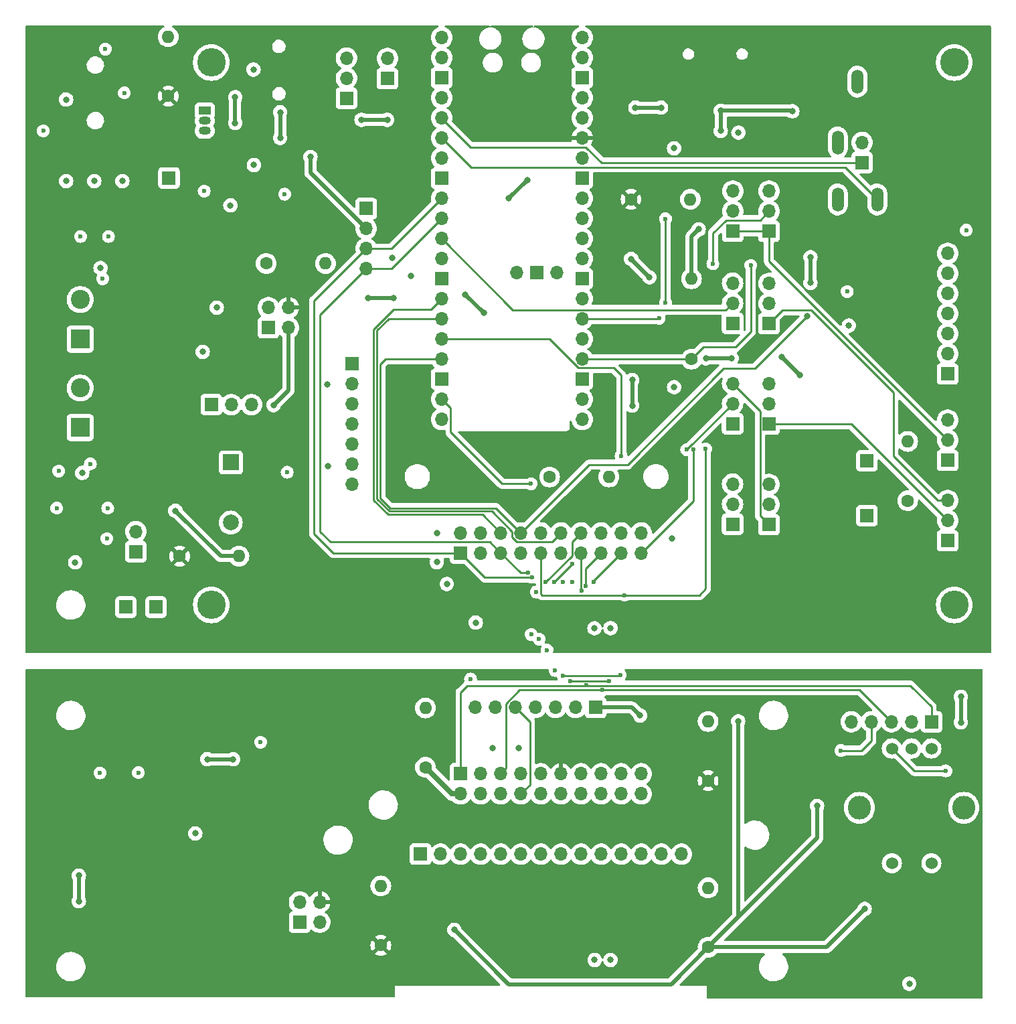
<source format=gbr>
%TF.GenerationSoftware,KiCad,Pcbnew,7.0.2*%
%TF.CreationDate,2024-01-05T18:48:20-08:00*%
%TF.ProjectId,MuKOB,4d754b4f-422e-46b6-9963-61645f706362,1.0*%
%TF.SameCoordinates,Original*%
%TF.FileFunction,Copper,L2,Inr*%
%TF.FilePolarity,Positive*%
%FSLAX46Y46*%
G04 Gerber Fmt 4.6, Leading zero omitted, Abs format (unit mm)*
G04 Created by KiCad (PCBNEW 7.0.2) date 2024-01-05 18:48:20*
%MOMM*%
%LPD*%
G01*
G04 APERTURE LIST*
%TA.AperFunction,ComponentPad*%
%ADD10C,1.524000*%
%TD*%
%TA.AperFunction,ComponentPad*%
%ADD11O,2.900000X3.000000*%
%TD*%
%TA.AperFunction,ComponentPad*%
%ADD12C,1.600000*%
%TD*%
%TA.AperFunction,ComponentPad*%
%ADD13O,1.600000X1.600000*%
%TD*%
%TA.AperFunction,ComponentPad*%
%ADD14R,2.400000X2.400000*%
%TD*%
%TA.AperFunction,ComponentPad*%
%ADD15C,2.400000*%
%TD*%
%TA.AperFunction,ComponentPad*%
%ADD16R,1.700000X1.700000*%
%TD*%
%TA.AperFunction,ComponentPad*%
%ADD17O,1.700000X1.700000*%
%TD*%
%TA.AperFunction,ComponentPad*%
%ADD18R,2.000000X2.000000*%
%TD*%
%TA.AperFunction,ComponentPad*%
%ADD19C,2.000000*%
%TD*%
%TA.AperFunction,ComponentPad*%
%ADD20C,3.600000*%
%TD*%
%TA.AperFunction,ComponentPad*%
%ADD21R,1.500000X1.050000*%
%TD*%
%TA.AperFunction,ComponentPad*%
%ADD22O,1.500000X1.050000*%
%TD*%
%TA.AperFunction,ComponentPad*%
%ADD23O,1.508000X3.016000*%
%TD*%
%TA.AperFunction,ViaPad*%
%ADD24C,0.800000*%
%TD*%
%TA.AperFunction,ViaPad*%
%ADD25C,0.600000*%
%TD*%
%TA.AperFunction,Conductor*%
%ADD26C,0.500000*%
%TD*%
%TA.AperFunction,Conductor*%
%ADD27C,0.700000*%
%TD*%
%TA.AperFunction,Conductor*%
%ADD28C,0.250000*%
%TD*%
G04 APERTURE END LIST*
D10*
%TO.N,/RE_A*%
%TO.C,RE1*%
X164823200Y-141581900D03*
%TO.N,/RE_B*%
X159823200Y-141581900D03*
%TO.N,GND*%
X162323200Y-141581900D03*
%TO.N,GNDA*%
X164823200Y-156081900D03*
%TO.N,/SW_MTRX*%
X159823200Y-156081900D03*
D11*
%TO.N,N/C*%
X168923200Y-149081900D03*
X155723200Y-149081900D03*
%TD*%
D12*
%TO.N,+3.3V*%
%TO.C,CF1*%
X80680000Y-80264000D03*
D13*
%TO.N,GND*%
X88180000Y-80264000D03*
%TD*%
D12*
%TO.N,+3.3VA*%
%TO.C,CFA2*%
X69730000Y-117264000D03*
D13*
%TO.N,GNDA*%
X77230000Y-117264000D03*
%TD*%
D14*
%TO.N,/AOR+*%
%TO.C,J12*%
X57150000Y-89836000D03*
D15*
%TO.N,/AOR-*%
X57150000Y-84836000D03*
%TD*%
D16*
%TO.N,/VOLA*%
%TO.C,TP1*%
X156680000Y-112164000D03*
%TD*%
%TO.N,/VOLB*%
%TO.C,TP2*%
X156680000Y-105214000D03*
%TD*%
%TO.N,/SDR-*%
%TO.C,JP3*%
X64180000Y-116704000D03*
D17*
%TO.N,GND*%
X64180000Y-114164000D03*
%TD*%
D16*
%TO.N,/GPIO28ADC2*%
%TO.C,OP9*%
X144272000Y-76200000D03*
D17*
%TO.N,/DISP_BL_LED*%
X144272000Y-73660000D03*
%TO.N,Net-(OP9-B)*%
X144272000Y-71120000D03*
%TD*%
D16*
%TO.N,/RE_A*%
%TO.C,J19*%
X105266000Y-116885720D03*
D17*
%TO.N,+3.3V*%
X105266000Y-114345720D03*
%TO.N,GND*%
X107806000Y-116885720D03*
%TO.N,GNDA*%
X107806000Y-114345720D03*
%TO.N,/RE_B*%
X110346000Y-116885720D03*
%TO.N,/DISP_CS-*%
X110346000Y-114345720D03*
%TO.N,GND*%
X112886000Y-116885720D03*
%TO.N,/DISP_RST-*%
X112886000Y-114345720D03*
%TO.N,/SW_MTRX*%
X115426000Y-116885720D03*
%TO.N,/DISP_D{slash}C-*%
X115426000Y-114345720D03*
%TO.N,+3.3VA*%
X117966000Y-116885720D03*
%TO.N,/DISP_MOSI*%
X117966000Y-114345720D03*
%TO.N,/TCH_IRQ-*%
X120506000Y-116885720D03*
%TO.N,/DISP_SCK*%
X120506000Y-114345720D03*
%TO.N,/TCH_MISO*%
X123046000Y-116885720D03*
%TO.N,/DISP_BL_LED*%
X123046000Y-114345720D03*
%TO.N,/TCH_MOSI*%
X125586000Y-116885720D03*
%TO.N,/DISP_MISO*%
X125586000Y-114345720D03*
%TO.N,/TCH_CS-*%
X128126000Y-116885720D03*
%TO.N,/TCH_CLK*%
X128126000Y-114345720D03*
%TD*%
%TO.N,/UART0_TX*%
%TO.C,U2*%
X102870000Y-51714400D03*
%TO.N,/UART0_RX*%
X102870000Y-54254400D03*
D16*
%TO.N,GND*%
X102870000Y-56794400D03*
D17*
%TO.N,/SNDR_EN*%
X102870000Y-59334400D03*
%TO.N,/KEY_PDL_DOT-*%
X102870000Y-61874400D03*
%TO.N,/PDL_DASH-*%
X102870000Y-64414400D03*
%TO.N,/DISP_D{slash}C-*%
X102870000Y-66954400D03*
D16*
%TO.N,GND*%
X102870000Y-69494400D03*
D17*
%TO.N,/RE_A*%
X102870000Y-72034400D03*
%TO.N,/RE_B*%
X102870000Y-74574400D03*
%TO.N,/GPIO08*%
X102870000Y-77114400D03*
%TO.N,/GPIO09*%
X102870000Y-79654400D03*
D16*
%TO.N,GND*%
X102870000Y-82194400D03*
D17*
%TO.N,/DISP_CS-*%
X102870000Y-84734400D03*
%TO.N,/DISP_MOSI*%
X102870000Y-87274400D03*
%TO.N,/DISP_MISO*%
X102870000Y-89814400D03*
%TO.N,/DISP_RST-*%
X102870000Y-92354400D03*
D16*
%TO.N,GND*%
X102870000Y-94894400D03*
D17*
%TO.N,/DISP_SCK*%
X102870000Y-97434400D03*
%TO.N,/SD_CARD_DET*%
X102870000Y-99974400D03*
%TO.N,/SD_TP_EX_MISO*%
X120650000Y-99974400D03*
%TO.N,/TCH_CS-*%
X120650000Y-97434400D03*
D16*
%TO.N,GND*%
X120650000Y-94894400D03*
D17*
%TO.N,/SD_TP_EX_SCK*%
X120650000Y-92354400D03*
%TO.N,/SD_TP_EX_MOSI*%
X120650000Y-89814400D03*
%TO.N,/TCH_IRQ-*%
X120650000Y-87274400D03*
%TO.N,/SD_CS-*%
X120650000Y-84734400D03*
D16*
%TO.N,GND*%
X120650000Y-82194400D03*
D17*
%TO.N,/TONE_GEN_L*%
X120650000Y-79654400D03*
%TO.N,/RUN*%
X120650000Y-77114400D03*
%TO.N,/SW_MTRX*%
X120650000Y-74574400D03*
%TO.N,/AUD_IN*%
X120650000Y-72034400D03*
D16*
%TO.N,GNDA*%
X120650000Y-69494400D03*
D17*
%TO.N,/IO28_DBL_TGR*%
X120650000Y-66954400D03*
%TO.N,+3.3VA*%
X120650000Y-64414400D03*
%TO.N,+3.3V*%
X120650000Y-61874400D03*
%TO.N,unconnected-(U2-3V3_EN-Pad37)*%
X120650000Y-59334400D03*
D16*
%TO.N,GND*%
X120650000Y-56794400D03*
D17*
%TO.N,VSYS*%
X120650000Y-54254400D03*
%TO.N,VBUS*%
X120650000Y-51714400D03*
%TO.N,unconnected-(U2-SWCLK-Pad41)*%
X112344100Y-81444400D03*
D16*
%TO.N,unconnected-(U2-GND-Pad42)*%
X114884100Y-81444400D03*
D17*
%TO.N,unconnected-(U2-SWDIO-Pad43)*%
X117424100Y-81444400D03*
%TD*%
D16*
%TO.N,GND*%
%TO.C,JP-PWR-2*%
X84905000Y-163539000D03*
D17*
%TO.N,GNDA*%
X84905000Y-160999000D03*
%TO.N,+3.3V*%
X87445000Y-163539000D03*
%TO.N,+3.3VA*%
X87445000Y-160999000D03*
%TD*%
D12*
%TO.N,+3.3VA*%
%TO.C,CFA5*%
X136580000Y-145664000D03*
D13*
%TO.N,GNDA*%
X136580000Y-138164000D03*
%TD*%
D16*
%TO.N,Net-(JP1-Pin_1)*%
%TO.C,JP1*%
X96012000Y-56894000D03*
D17*
%TO.N,/UART0_RX*%
X96012000Y-54354000D03*
%TD*%
D12*
%TO.N,+3.3VA*%
%TO.C,CFA1*%
X68280000Y-59114000D03*
D13*
%TO.N,GNDA*%
X68280000Y-51614000D03*
%TD*%
D16*
%TO.N,/KEY_PDL_DOT-*%
%TO.C,JP2*%
X156057600Y-67518200D03*
D17*
%TO.N,/KEY-*%
X156057600Y-64978200D03*
%TD*%
D18*
%TO.N,/BUZZ_DRV*%
%TO.C,BZ1*%
X76200000Y-105420000D03*
D19*
%TO.N,GND*%
X76200000Y-113020000D03*
%TD*%
D20*
%TO.N,GND*%
%TO.C,M_KSI3*%
X73724200Y-123454400D03*
%TD*%
D16*
%TO.N,+3.3V*%
%TO.C,J16*%
X100191000Y-154950400D03*
D17*
%TO.N,GND*%
X102731000Y-154950400D03*
%TO.N,/DISP_CS-*%
X105271000Y-154950400D03*
%TO.N,/DISP_RST-*%
X107811000Y-154950400D03*
%TO.N,/DISP_D{slash}C-*%
X110351000Y-154950400D03*
%TO.N,/DISP_MOSI*%
X112891000Y-154950400D03*
%TO.N,/DISP_SCK*%
X115431000Y-154950400D03*
%TO.N,/DISP_BL_LED*%
X117971000Y-154950400D03*
%TO.N,/DISP_MISO*%
X120511000Y-154950400D03*
%TO.N,/TCH_CLK*%
X123051000Y-154950400D03*
%TO.N,/TCH_CS-*%
X125591000Y-154950400D03*
%TO.N,/TCH_MOSI*%
X128131000Y-154950400D03*
%TO.N,/TCH_MISO*%
X130671000Y-154950400D03*
%TO.N,/TCH_IRQ-*%
X133211000Y-154950400D03*
%TD*%
D12*
%TO.N,+3.3V*%
%TO.C,CF5*%
X136580000Y-166714000D03*
D13*
%TO.N,GND*%
X136580000Y-159214000D03*
%TD*%
D16*
%TO.N,/U1TX_EXCS*%
%TO.C,OP2*%
X139675000Y-87833200D03*
D17*
%TO.N,/GPIO08*%
X139675000Y-85293200D03*
%TO.N,/P_VOL_A*%
X139675000Y-82753200D03*
%TD*%
D12*
%TO.N,+3.3VA*%
%TO.C,CFA3*%
X126830000Y-72164000D03*
D13*
%TO.N,GNDA*%
X134330000Y-72164000D03*
%TD*%
D16*
%TO.N,/GPIO28ADC2*%
%TO.C,OP8*%
X139700000Y-76200000D03*
D17*
%TO.N,/IO28_DBL_TGR*%
X139700000Y-73660000D03*
%TO.N,/TONE_GEN_R_SPKR*%
X139700000Y-71120000D03*
%TD*%
D20*
%TO.N,GND*%
%TO.C,M_KSI4*%
X167704200Y-123454400D03*
%TD*%
D12*
%TO.N,+3.3V*%
%TO.C,CF4*%
X100830000Y-143964000D03*
D13*
%TO.N,GND*%
X100830000Y-136464000D03*
%TD*%
D16*
%TO.N,/RE_A*%
%TO.C,J17*%
X164846000Y-138201400D03*
D17*
%TO.N,GND*%
X162306000Y-138201400D03*
%TO.N,/RE_B*%
X159766000Y-138201400D03*
%TO.N,/SW_MTRX*%
X157226000Y-138201400D03*
%TO.N,GNDA*%
X154686000Y-138201400D03*
%TD*%
D16*
%TO.N,GND*%
%TO.C,J10*%
X166878000Y-94234000D03*
D17*
%TO.N,/ExIO2*%
X166878000Y-91694000D03*
%TO.N,/ExIO3*%
X166878000Y-89154000D03*
%TO.N,/ExIO4*%
X166878000Y-86614000D03*
%TO.N,/ExIO5*%
X166878000Y-84074000D03*
%TO.N,/ExIO6*%
X166878000Y-81534000D03*
%TO.N,/ExIO7*%
X166878000Y-78994000D03*
%TD*%
D16*
%TO.N,/U1RX_EXINT*%
%TO.C,OP3*%
X139675000Y-100533200D03*
D17*
%TO.N,/GPIO09*%
X139675000Y-97993200D03*
%TO.N,/P_VOL_B*%
X139675000Y-95453200D03*
%TD*%
D16*
%TO.N,GND*%
%TO.C,J15*%
X122351800Y-136398000D03*
D17*
%TO.N,+3.3V*%
X119811800Y-136398000D03*
%TO.N,/DISP_SCK*%
X117271800Y-136398000D03*
%TO.N,/DISP_MOSI*%
X114731800Y-136398000D03*
%TO.N,/DISP_RST-*%
X112191800Y-136398000D03*
%TO.N,/DISP_D{slash}C-*%
X109651800Y-136398000D03*
%TO.N,/DISP_CS-*%
X107111800Y-136398000D03*
%TD*%
D16*
%TO.N,/P_VOL_B*%
%TO.C,OP7*%
X144272000Y-113284000D03*
D17*
%TO.N,/VOLB*%
X144272000Y-110744000D03*
%TO.N,/EX_VOLB*%
X144272000Y-108204000D03*
%TD*%
D16*
%TO.N,GND*%
%TO.C,J8*%
X166878000Y-115316000D03*
D17*
%TO.N,/U1_RX*%
X166878000Y-112776000D03*
%TO.N,/U1_TX*%
X166878000Y-110236000D03*
%TD*%
D16*
%TO.N,GND*%
%TO.C,JP-PWR-1*%
X80955000Y-88389000D03*
D17*
%TO.N,GNDA*%
X80955000Y-85849000D03*
%TO.N,+3.3V*%
X83495000Y-88389000D03*
%TO.N,+3.3VA*%
X83495000Y-85849000D03*
%TD*%
D12*
%TO.N,+3.3V*%
%TO.C,CF2*%
X161830000Y-110264000D03*
D13*
%TO.N,GND*%
X161830000Y-102764000D03*
%TD*%
D14*
%TO.N,/AOL+*%
%TO.C,J11*%
X57150000Y-101012000D03*
D15*
%TO.N,/AOL-*%
X57150000Y-96012000D03*
%TD*%
D16*
%TO.N,/TONE_GEN_R_SPKR*%
%TO.C,TP4*%
X62920000Y-123714000D03*
%TD*%
D12*
%TO.N,+3.3VA*%
%TO.C,CFA4*%
X95180000Y-166464000D03*
D13*
%TO.N,GNDA*%
X95180000Y-158964000D03*
%TD*%
D16*
%TO.N,GND*%
%TO.C,J5*%
X93330000Y-73314000D03*
D17*
%TO.N,+3.3V*%
X93330000Y-75854000D03*
%TO.N,/RE_A*%
X93330000Y-78394000D03*
%TO.N,/RE_B*%
X93330000Y-80934000D03*
%TD*%
D12*
%TO.N,/SD_TP_EX_SCK*%
%TO.C,R2*%
X134480000Y-92364000D03*
D13*
%TO.N,GND*%
X134480000Y-82204000D03*
%TD*%
D16*
%TO.N,GND*%
%TO.C,J1*%
X90830400Y-59394000D03*
D17*
%TO.N,/UART0_RX*%
X90830400Y-56854000D03*
%TO.N,/UART0_TX*%
X90830400Y-54314000D03*
%TD*%
D16*
%TO.N,/U1_TX*%
%TO.C,OP4*%
X144272000Y-87884000D03*
D17*
%TO.N,/U1TX_EXCS*%
X144272000Y-85344000D03*
%TO.N,/EX_CS-*%
X144272000Y-82804000D03*
%TD*%
D16*
%TO.N,/AUD_IN*%
%TO.C,TP3*%
X68380000Y-69464000D03*
%TD*%
%TO.N,/P_VOL_A*%
%TO.C,OP6*%
X139675000Y-113233200D03*
D17*
%TO.N,/VOLA*%
X139675000Y-110693200D03*
%TO.N,/EX_VOLA*%
X139675000Y-108153200D03*
%TD*%
D20*
%TO.N,GND*%
%TO.C,M_KSI2*%
X73724200Y-54874400D03*
%TD*%
D12*
%TO.N,+3.3V*%
%TO.C,CF3*%
X116530000Y-107264000D03*
D13*
%TO.N,GND*%
X124030000Y-107264000D03*
%TD*%
D16*
%TO.N,/BUZZ_DRV*%
%TO.C,OP1*%
X73730000Y-98114000D03*
D17*
%TO.N,/TONE_GEN_L*%
X76270000Y-98114000D03*
%TO.N,/TONE_GEN_L_SPKR*%
X78810000Y-98114000D03*
%TD*%
D20*
%TO.N,GND*%
%TO.C,M_KSI1*%
X167704200Y-54874400D03*
%TD*%
D16*
%TO.N,/TONE_GEN_L*%
%TO.C,TP5*%
X66730000Y-123714000D03*
%TD*%
%TO.N,/U1_RX*%
%TO.C,OP5*%
X144272000Y-100584000D03*
D17*
%TO.N,/U1RX_EXINT*%
X144272000Y-98044000D03*
%TO.N,/EX_INT*%
X144272000Y-95504000D03*
%TD*%
D21*
%TO.N,GNDA*%
%TO.C,Q1*%
X72898000Y-60960000D03*
D22*
%TO.N,Net-(Q1-B)*%
X72898000Y-62230000D03*
%TO.N,Net-(Q1-C)*%
X72898000Y-63500000D03*
%TD*%
D16*
%TO.N,GND*%
%TO.C,J4*%
X166878000Y-105156000D03*
D17*
%TO.N,/GPIO28ADC2*%
X166878000Y-102616000D03*
%TO.N,GNDA*%
X166878000Y-100076000D03*
%TD*%
D23*
%TO.N,GND*%
%TO.C,J7*%
X155473400Y-57277000D03*
%TO.N,/KEY_PDL_DOT-*%
X152973400Y-72177000D03*
%TO.N,/PDL_DASH-*%
X157973400Y-72177000D03*
%TO.N,/KEY-*%
X152973400Y-64977000D03*
%TD*%
D16*
%TO.N,GND*%
%TO.C,J3*%
X91555000Y-92974400D03*
D17*
X91555000Y-95514400D03*
%TO.N,+3.3V*%
X91555000Y-98054400D03*
%TO.N,VSYS*%
X91555000Y-100594400D03*
%TO.N,/SNDR_EN*%
X91555000Y-103134400D03*
%TO.N,/KEY-*%
X91555000Y-105674400D03*
%TO.N,/PDL_DASH-*%
X91555000Y-108214400D03*
%TD*%
D16*
%TO.N,/RE_A*%
%TO.C,J13*%
X105266000Y-144790400D03*
D17*
%TO.N,+3.3V*%
X105266000Y-147330400D03*
%TO.N,GND*%
X107806000Y-144790400D03*
%TO.N,GNDA*%
X107806000Y-147330400D03*
%TO.N,/RE_B*%
X110346000Y-144790400D03*
%TO.N,/DISP_CS-*%
X110346000Y-147330400D03*
%TO.N,GND*%
X112886000Y-144790400D03*
%TO.N,/DISP_RST-*%
X112886000Y-147330400D03*
%TO.N,/SW_MTRX*%
X115426000Y-144790400D03*
%TO.N,/DISP_D{slash}C-*%
X115426000Y-147330400D03*
%TO.N,+3.3VA*%
X117966000Y-144790400D03*
%TO.N,/DISP_MOSI*%
X117966000Y-147330400D03*
%TO.N,/TCH_IRQ-*%
X120506000Y-144790400D03*
%TO.N,/DISP_SCK*%
X120506000Y-147330400D03*
%TO.N,/TCH_MISO*%
X123046000Y-144790400D03*
%TO.N,/DISP_BL_LED*%
X123046000Y-147330400D03*
%TO.N,/TCH_MOSI*%
X125586000Y-144790400D03*
%TO.N,/DISP_MISO*%
X125586000Y-147330400D03*
%TO.N,/TCH_CS-*%
X128126000Y-144790400D03*
%TO.N,/TCH_CLK*%
X128126000Y-147330400D03*
%TD*%
D24*
%TO.N,GND*%
X140416000Y-63728000D03*
X79070200Y-55753000D03*
X79120200Y-67817200D03*
X122230000Y-168314000D03*
X59715400Y-80848502D03*
X154380000Y-88112600D03*
X122201000Y-126393000D03*
X103530400Y-120802400D03*
X135380000Y-75964000D03*
X127980000Y-137414000D03*
X76149200Y-72923400D03*
%TO.N,+3.3V*%
X76479400Y-142951200D03*
X168554400Y-138301800D03*
X149529800Y-82727200D03*
X56972200Y-157657800D03*
X56972200Y-160907800D03*
X82448400Y-61163200D03*
X168554400Y-135051800D03*
X92736600Y-62103000D03*
X148209000Y-94411800D03*
X132041900Y-114998500D03*
X129159000Y-82016600D03*
X81610200Y-98171000D03*
X111379000Y-72059800D03*
X127380000Y-60564000D03*
X76758800Y-62508200D03*
X138180000Y-63514000D03*
X105867200Y-84201000D03*
X136297000Y-92252800D03*
X107188000Y-125679200D03*
X95986600Y-62103000D03*
X139547000Y-92252800D03*
X82448400Y-64413200D03*
X76758800Y-59258200D03*
X113690400Y-69748400D03*
X96647000Y-79527400D03*
X145897600Y-92100400D03*
X140385800Y-138150600D03*
X112598200Y-141503400D03*
X126974600Y-98246000D03*
X96799400Y-84658200D03*
X109348200Y-141503400D03*
X108178600Y-86512400D03*
X88468200Y-105918000D03*
X130630000Y-60564000D03*
X156387800Y-161874200D03*
X162026600Y-171323000D03*
X149529800Y-79477200D03*
X93549400Y-84658200D03*
X138180000Y-60964000D03*
X147243800Y-61036200D03*
X104470200Y-164515800D03*
X86280000Y-66814000D03*
X88442800Y-95580200D03*
X150368000Y-148844000D03*
X98958400Y-81838800D03*
X73229400Y-142951200D03*
X126847600Y-79705200D03*
X126974600Y-94996000D03*
D25*
%TO.N,/SW_MTRX*%
X136280000Y-103714000D03*
X131180000Y-85214000D03*
X153380000Y-141864000D03*
X131180000Y-74614000D03*
X59639200Y-144678400D03*
X126010900Y-122197900D03*
X79959200Y-140792200D03*
X64516000Y-144653000D03*
D24*
%TO.N,+3.3VA*%
X120573800Y-110667800D03*
X76047600Y-89789000D03*
X128498600Y-93954600D03*
X117881400Y-105130600D03*
X128498600Y-91186000D03*
X64490600Y-62763400D03*
X60147200Y-116357400D03*
X135483600Y-99999800D03*
X126230000Y-168314000D03*
X138506200Y-103022400D03*
X70459600Y-84268500D03*
X60147200Y-119761000D03*
X126051500Y-125806200D03*
X127279400Y-102870000D03*
X122174000Y-102870000D03*
%TO.N,GNDA*%
X55372000Y-69850000D03*
X124230000Y-168314000D03*
X72644000Y-91440000D03*
X57404000Y-106756200D03*
X55371999Y-59540899D03*
X71704200Y-152323800D03*
X56515000Y-118059200D03*
X62484000Y-69850000D03*
X58928000Y-69850000D03*
X102260400Y-118033800D03*
X102260400Y-114401600D03*
X69189600Y-111531400D03*
X124230000Y-126364000D03*
X74422000Y-85852000D03*
%TO.N,VSYS*%
X132280000Y-95914000D03*
X132280000Y-65714000D03*
D25*
%TO.N,/PWM_AUD_R*%
X57180000Y-76864000D03*
X62730000Y-58714000D03*
%TO.N,/PWM_AUD_L*%
X60730000Y-76864000D03*
X52480000Y-63514000D03*
D24*
%TO.N,/DISP_RST-*%
X149148800Y-86918800D03*
D25*
X106530000Y-132814000D03*
%TO.N,/DISP_SCK*%
X116030000Y-120564000D03*
X114180000Y-108114000D03*
%TO.N,/DISP_BL_LED*%
X119380000Y-118239500D03*
X137180000Y-80314000D03*
X114201000Y-127164000D03*
X117082100Y-120561900D03*
%TO.N,/DISP_MISO*%
X115201000Y-127764000D03*
X125580000Y-104614000D03*
X114855500Y-121807075D03*
%TO.N,/SD_TP_EX_SCK*%
X141980000Y-80514000D03*
%TO.N,/TCH_CS-*%
X117230000Y-131714000D03*
X134705500Y-103814000D03*
X119430000Y-120513000D03*
%TO.N,/SD_TP_EX_MISO*%
X154180000Y-83814000D03*
%TO.N,/TCH_IRQ-*%
X120546463Y-121621200D03*
X130380000Y-87214000D03*
%TO.N,/RE_A*%
X121180000Y-133613700D03*
X114330000Y-119938500D03*
%TO.N,/RE_B*%
X113780000Y-119388500D03*
X123180000Y-134203900D03*
X166649400Y-144424400D03*
%TO.N,Net-(U1-C1-)*%
X83028727Y-71516341D03*
X72830000Y-71114000D03*
%TO.N,/VOLA*%
X83330000Y-106664000D03*
%TO.N,/VOLB*%
X54430000Y-106514000D03*
%TO.N,/TONE_GEN_R_SPKR*%
X59980000Y-82214000D03*
%TO.N,/RUN*%
X169230000Y-76064000D03*
%TO.N,Net-(J14-R1N)*%
X58430000Y-105614000D03*
X60330000Y-53164000D03*
%TO.N,/GPIO09*%
X133880000Y-103814000D03*
%TO.N,/TCH_CLK*%
X118178200Y-120565800D03*
X116201000Y-129138500D03*
%TO.N,/TCH_MOSI*%
X125471500Y-132314000D03*
X118230000Y-132364000D03*
X122061360Y-120513000D03*
%TO.N,/TCH_MISO*%
X124030000Y-133054900D03*
X121094366Y-121046700D03*
X119180000Y-133054900D03*
%TO.N,/AOL+*%
X54180000Y-111214000D03*
%TO.N,/AOR+*%
X60630000Y-111214000D03*
%TO.N,/AOR-*%
X60530000Y-115064000D03*
%TD*%
D26*
%TO.N,GND*%
X134480000Y-82204000D02*
X134480000Y-76864000D01*
X134480000Y-76864000D02*
X135380000Y-75964000D01*
X126964000Y-136398000D02*
X122351800Y-136398000D01*
X127980000Y-137414000D02*
X126964000Y-136398000D01*
%TO.N,+3.3V*%
X131894800Y-171399200D02*
X136580000Y-166714000D01*
X73229400Y-142951200D02*
X76479400Y-142951200D01*
X147171600Y-60964000D02*
X147243800Y-61036200D01*
X83495000Y-96286200D02*
X81610200Y-98171000D01*
X104470200Y-164515800D02*
X111353600Y-171399200D01*
X136297000Y-92252800D02*
X139547000Y-92252800D01*
X127380000Y-60564000D02*
X130630000Y-60564000D01*
X140382000Y-138154400D02*
X140385800Y-138150600D01*
X108178600Y-86512400D02*
X105867200Y-84201000D01*
D27*
X104196400Y-147330400D02*
X100830000Y-143964000D01*
D26*
X138180000Y-63514000D02*
X138180000Y-60964000D01*
X136580000Y-166714000D02*
X140382000Y-162912000D01*
X148209000Y-94411800D02*
X145897600Y-92100400D01*
D27*
X105266000Y-147330400D02*
X104196400Y-147330400D01*
D26*
X140382000Y-162912000D02*
X140382000Y-138154400D01*
X129159000Y-82016600D02*
X126847600Y-79705200D01*
X93549400Y-84658200D02*
X96799400Y-84658200D01*
X138180000Y-60964000D02*
X147171600Y-60964000D01*
X56972200Y-160907800D02*
X56972200Y-157657800D01*
X83495000Y-88389000D02*
X83495000Y-96286200D01*
X136580000Y-166714000D02*
X150368000Y-152926000D01*
X92736600Y-62103000D02*
X95986600Y-62103000D01*
X111353600Y-171399200D02*
X131894800Y-171399200D01*
X86280000Y-66814000D02*
X86280000Y-68804000D01*
X126974600Y-98246000D02*
X126974600Y-94996000D01*
X168554400Y-138301800D02*
X168554400Y-135051800D01*
X113690400Y-69748400D02*
X111379000Y-72059800D01*
X86280000Y-68804000D02*
X93330000Y-75854000D01*
X149529800Y-82727200D02*
X149529800Y-79477200D01*
X151548000Y-166714000D02*
X156387800Y-161874200D01*
X76758800Y-62508200D02*
X76758800Y-59258200D01*
X150368000Y-152926000D02*
X150368000Y-148844000D01*
X136580000Y-166714000D02*
X151548000Y-166714000D01*
X82448400Y-64413200D02*
X82448400Y-61163200D01*
D28*
%TO.N,/SW_MTRX*%
X135512200Y-122196200D02*
X136280000Y-121428400D01*
X155980000Y-141864000D02*
X157226000Y-140618000D01*
X153380000Y-141864000D02*
X155980000Y-141864000D01*
X115562200Y-122196200D02*
X135512200Y-122196200D01*
X136280000Y-121428400D02*
X136280000Y-103714000D01*
X115430000Y-116889720D02*
X115430000Y-122064000D01*
X115430000Y-122064000D02*
X115562200Y-122196200D01*
X131180000Y-74614000D02*
X131180000Y-85214000D01*
X157226000Y-140618000D02*
X157226000Y-138218000D01*
D26*
%TO.N,GNDA*%
X77230000Y-117264000D02*
X74922200Y-117264000D01*
X74922200Y-117264000D02*
X69189600Y-111531400D01*
D28*
%TO.N,/PDL_DASH-*%
X153910400Y-68114000D02*
X157973400Y-72177000D01*
X102870000Y-64414400D02*
X106569600Y-68114000D01*
X106569600Y-68114000D02*
X153910400Y-68114000D01*
%TO.N,/DISP_CS-*%
X102870000Y-84734400D02*
X101521600Y-86082800D01*
X108014280Y-112014000D02*
X110346000Y-114345720D01*
X96811200Y-86082800D02*
X94280000Y-88614000D01*
X101521600Y-86082800D02*
X96811200Y-86082800D01*
X94280000Y-110214000D02*
X96080000Y-112014000D01*
X94280000Y-88614000D02*
X94280000Y-110214000D01*
X96080000Y-112014000D02*
X108014280Y-112014000D01*
%TO.N,/DISP_RST-*%
X126380000Y-105714000D02*
X121517720Y-105714000D01*
X114061000Y-138267200D02*
X114061000Y-146155400D01*
X114061000Y-146155400D02*
X112886000Y-147330400D01*
X102870000Y-92354400D02*
X95789600Y-92354400D01*
X112191800Y-136398000D02*
X114061000Y-138267200D01*
X142503600Y-93564000D02*
X149148800Y-86918800D01*
X138530000Y-93564000D02*
X142503600Y-93564000D01*
X95130000Y-93014000D02*
X95130000Y-109932628D01*
X95130000Y-109932628D02*
X96403529Y-111206157D01*
X95789600Y-92354400D02*
X95130000Y-93014000D01*
X121517720Y-105714000D02*
X112886000Y-114345720D01*
X109746437Y-111206157D02*
X112886000Y-114345720D01*
X96403529Y-111206157D02*
X109746437Y-111206157D01*
X138530000Y-93564000D02*
X126380000Y-105714000D01*
%TO.N,/DISP_MOSI*%
X96237843Y-111606157D02*
X109197428Y-111606157D01*
X116841000Y-115470720D02*
X117966000Y-114345720D01*
X102872557Y-87271843D02*
X96187843Y-87271843D01*
X94712843Y-88746843D02*
X94712843Y-110081157D01*
X111761000Y-114169729D02*
X111761000Y-114895000D01*
X96187843Y-87271843D02*
X94712843Y-88746843D01*
X94712843Y-110081157D02*
X96237843Y-111606157D01*
X111761000Y-114895000D02*
X112336720Y-115470720D01*
X112336720Y-115470720D02*
X116841000Y-115470720D01*
X109197428Y-111606157D02*
X111761000Y-114169729D01*
%TO.N,/DISP_SCK*%
X114180000Y-108114000D02*
X110503223Y-108114000D01*
X103995000Y-101605777D02*
X103995000Y-98559400D01*
X110503223Y-108114000D02*
X103995000Y-101605777D01*
X119381000Y-117213000D02*
X119381000Y-115470720D01*
X119381000Y-115470720D02*
X120506000Y-114345720D01*
X116030000Y-120564000D02*
X119381000Y-117213000D01*
X103995000Y-98559400D02*
X102870000Y-97434400D01*
%TO.N,/DISP_BL_LED*%
X119380000Y-118264000D02*
X119380000Y-118239500D01*
X138865000Y-74785000D02*
X143147000Y-74785000D01*
X143147000Y-74785000D02*
X144272000Y-73660000D01*
X137180000Y-76470000D02*
X138865000Y-74785000D01*
X117082100Y-120561900D02*
X119380000Y-118264000D01*
X137180000Y-80314000D02*
X137180000Y-76470000D01*
%TO.N,/DISP_MISO*%
X102870000Y-89814400D02*
X116519009Y-89814400D01*
X124614600Y-93479400D02*
X124630000Y-93464000D01*
X124630000Y-93464000D02*
X125580000Y-94414000D01*
X120184009Y-93479400D02*
X124614600Y-93479400D01*
X116519009Y-89814400D02*
X120184009Y-93479400D01*
X125580000Y-94414000D02*
X125580000Y-104614000D01*
%TO.N,/SD_TP_EX_SCK*%
X135988200Y-90855800D02*
X140038200Y-90855800D01*
X134480000Y-92364000D02*
X120659600Y-92364000D01*
X141980000Y-88914000D02*
X141980000Y-80514000D01*
X140038200Y-90855800D02*
X141980000Y-88914000D01*
X134480000Y-92364000D02*
X135988200Y-90855800D01*
%TO.N,/TCH_CS-*%
X134705500Y-110306220D02*
X128126000Y-116885720D01*
X134705500Y-103814000D02*
X134705500Y-110306220D01*
%TO.N,/TCH_IRQ-*%
X120506000Y-121580737D02*
X120506000Y-116885720D01*
X130319600Y-87274400D02*
X130380000Y-87214000D01*
X120546463Y-121621200D02*
X120506000Y-121580737D01*
X120650000Y-87274400D02*
X130319600Y-87274400D01*
%TO.N,/RE_A*%
X164846000Y-138201400D02*
X164846000Y-136321800D01*
X106112600Y-133629400D02*
X105266000Y-134476000D01*
X89201720Y-116885720D02*
X105266000Y-116885720D01*
X114330000Y-119938500D02*
X114304500Y-119964000D01*
X105266000Y-134476000D02*
X105266000Y-144790400D01*
X108344280Y-119964000D02*
X105266000Y-116885720D01*
X114304500Y-119964000D02*
X108344280Y-119964000D01*
X86730000Y-114414000D02*
X89201720Y-116885720D01*
X162153600Y-133629400D02*
X106112600Y-133629400D01*
X93330000Y-78394000D02*
X96510400Y-78394000D01*
X93330000Y-78394000D02*
X86730000Y-84994000D01*
X86730000Y-84994000D02*
X86730000Y-114414000D01*
X164846000Y-136321800D02*
X162153600Y-133629400D01*
X96510400Y-78394000D02*
X102870000Y-72034400D01*
%TO.N,/RE_B*%
X87480000Y-86784000D02*
X87480000Y-114164000D01*
X155752800Y-134188200D02*
X159766000Y-138201400D01*
X96510400Y-80934000D02*
X102870000Y-74574400D01*
X88816720Y-115500720D02*
X108961000Y-115500720D01*
X111016800Y-144119600D02*
X111016800Y-135911299D01*
X111016800Y-135911299D02*
X112739899Y-134188200D01*
X110346000Y-144790400D02*
X111016800Y-144119600D01*
X93330000Y-80934000D02*
X96510400Y-80934000D01*
X112848780Y-119388500D02*
X110346000Y-116885720D01*
X162665700Y-144424400D02*
X166649400Y-144424400D01*
X112739899Y-134188200D02*
X155752800Y-134188200D01*
X87480000Y-114164000D02*
X88816720Y-115500720D01*
X159823200Y-141581900D02*
X162665700Y-144424400D01*
X113780000Y-119388500D02*
X112848780Y-119388500D01*
X108961000Y-115500720D02*
X110346000Y-116885720D01*
X93330000Y-80934000D02*
X87480000Y-86784000D01*
%TO.N,/KEY_PDL_DOT-*%
X123077217Y-67518200D02*
X156057600Y-67518200D01*
X121128417Y-65569400D02*
X123077217Y-67518200D01*
X106485400Y-65569400D02*
X121128417Y-65569400D01*
X102870000Y-61954000D02*
X106485400Y-65569400D01*
%TO.N,/U1_RX*%
X144272000Y-100584000D02*
X154686000Y-100584000D01*
X154686000Y-100584000D02*
X166878000Y-112776000D01*
%TO.N,/GPIO28ADC2*%
X166878000Y-102616000D02*
X144272000Y-80010000D01*
X144272000Y-80010000D02*
X144272000Y-76200000D01*
X139700000Y-76200000D02*
X144272000Y-76200000D01*
%TO.N,/U1_TX*%
X165602000Y-110236000D02*
X160030000Y-104664000D01*
X145973800Y-86182200D02*
X144272000Y-87884000D01*
X160030000Y-104664000D02*
X160030000Y-96580800D01*
X160030000Y-96580800D02*
X149631400Y-86182200D01*
X166878000Y-110236000D02*
X165602000Y-110236000D01*
X149631400Y-86182200D02*
X145973800Y-86182200D01*
%TO.N,/GPIO08*%
X138825000Y-86143200D02*
X111898800Y-86143200D01*
X139675000Y-85293200D02*
X138825000Y-86143200D01*
X111898800Y-86143200D02*
X102870000Y-77114400D01*
%TO.N,/P_VOL_B*%
X143147000Y-98925200D02*
X139675000Y-95453200D01*
X144272000Y-113284000D02*
X143147000Y-112159000D01*
X143147000Y-112159000D02*
X143147000Y-98925200D01*
%TO.N,/GPIO09*%
X133880000Y-103788200D02*
X133880000Y-103814000D01*
X139675000Y-97993200D02*
X133880000Y-103788200D01*
%TO.N,/TCH_MOSI*%
X118230000Y-132364000D02*
X125421500Y-132364000D01*
X122061360Y-120513000D02*
X122061360Y-120410360D01*
X125421500Y-132364000D02*
X125471500Y-132314000D01*
X122061360Y-120410360D02*
X125586000Y-116885720D01*
%TO.N,/TCH_MISO*%
X124013800Y-133038700D02*
X124030000Y-133054900D01*
X119180000Y-133054900D02*
X119196200Y-133038700D01*
X121094366Y-121046700D02*
X121080000Y-121032334D01*
X121080000Y-121032334D02*
X121080000Y-118851720D01*
X119196200Y-133038700D02*
X124013800Y-133038700D01*
X121080000Y-118851720D02*
X123046000Y-116885720D01*
%TD*%
%TA.AperFunction,Conductor*%
%TO.N,+3.3VA*%
G36*
X116363026Y-131560802D02*
G01*
X116409519Y-131614458D01*
X116420112Y-131680905D01*
X116417328Y-131705619D01*
X116416384Y-131713999D01*
X116436783Y-131895049D01*
X116496956Y-132067014D01*
X116593889Y-132221282D01*
X116722717Y-132350110D01*
X116722719Y-132350111D01*
X116876985Y-132447043D01*
X117048953Y-132507217D01*
X117230000Y-132527616D01*
X117323225Y-132517112D01*
X117393152Y-132529360D01*
X117445361Y-132577472D01*
X117456258Y-132600704D01*
X117496956Y-132717014D01*
X117550900Y-132802864D01*
X117570206Y-132871185D01*
X117549511Y-132939098D01*
X117495384Y-132985041D01*
X117444213Y-132995900D01*
X107464115Y-132995900D01*
X107395994Y-132975898D01*
X107349501Y-132922242D01*
X107338907Y-132855793D01*
X107339338Y-132851968D01*
X107343616Y-132814000D01*
X107323217Y-132632953D01*
X107263043Y-132460985D01*
X107193376Y-132350111D01*
X107166110Y-132306717D01*
X107037282Y-132177889D01*
X106883014Y-132080956D01*
X106711049Y-132020783D01*
X106530000Y-132000384D01*
X106348950Y-132020783D01*
X106176985Y-132080956D01*
X106022717Y-132177889D01*
X105893889Y-132306717D01*
X105796956Y-132460985D01*
X105736783Y-132632950D01*
X105716384Y-132814000D01*
X105736783Y-132995049D01*
X105740253Y-133004964D01*
X105743873Y-133075868D01*
X105710419Y-133135674D01*
X105706910Y-133139183D01*
X105691879Y-133152022D01*
X105675494Y-133163926D01*
X105647311Y-133197993D01*
X105639323Y-133206770D01*
X104877336Y-133968757D01*
X104861016Y-133981833D01*
X104812370Y-134033635D01*
X104809621Y-134036472D01*
X104792667Y-134053427D01*
X104792660Y-134053434D01*
X104789865Y-134056230D01*
X104787442Y-134059352D01*
X104787426Y-134059371D01*
X104787365Y-134059451D01*
X104779689Y-134068436D01*
X104749414Y-134100677D01*
X104739652Y-134118434D01*
X104728801Y-134134952D01*
X104716385Y-134150959D01*
X104698824Y-134191539D01*
X104693604Y-134202195D01*
X104672304Y-134240940D01*
X104667267Y-134260559D01*
X104660864Y-134279261D01*
X104652818Y-134297855D01*
X104645901Y-134341524D01*
X104643495Y-134353144D01*
X104632500Y-134395969D01*
X104632500Y-134416223D01*
X104630949Y-134435933D01*
X104627779Y-134455942D01*
X104631941Y-134499961D01*
X104632500Y-134511819D01*
X104632500Y-143305900D01*
X104612498Y-143374021D01*
X104558842Y-143420514D01*
X104506500Y-143431900D01*
X104367362Y-143431900D01*
X104364013Y-143432259D01*
X104364013Y-143432260D01*
X104306799Y-143438411D01*
X104169794Y-143489511D01*
X104052738Y-143577138D01*
X103965111Y-143694194D01*
X103930016Y-143788289D01*
X103914011Y-143831199D01*
X103907500Y-143891762D01*
X103907500Y-143895129D01*
X103907500Y-143895130D01*
X103907500Y-145523208D01*
X103887498Y-145591329D01*
X103833842Y-145637822D01*
X103763568Y-145647926D01*
X103698988Y-145618432D01*
X103692405Y-145612303D01*
X102177047Y-144096945D01*
X102143021Y-144034633D01*
X102140622Y-143996867D01*
X102143498Y-143964000D01*
X102123543Y-143735913D01*
X102071599Y-143542057D01*
X102064284Y-143514756D01*
X101967522Y-143307249D01*
X101836195Y-143119696D01*
X101674303Y-142957804D01*
X101486750Y-142826477D01*
X101279243Y-142729715D01*
X101058087Y-142670457D01*
X100830000Y-142650502D01*
X100601912Y-142670457D01*
X100380756Y-142729715D01*
X100173249Y-142826477D01*
X99985696Y-142957804D01*
X99823804Y-143119696D01*
X99692477Y-143307249D01*
X99595715Y-143514756D01*
X99536457Y-143735912D01*
X99516502Y-143964000D01*
X99536457Y-144192087D01*
X99595715Y-144413243D01*
X99692477Y-144620750D01*
X99823804Y-144808303D01*
X99985696Y-144970195D01*
X99985699Y-144970197D01*
X99985700Y-144970198D01*
X99991150Y-144974014D01*
X100173249Y-145101522D01*
X100380756Y-145198284D01*
X100440014Y-145214162D01*
X100601913Y-145257543D01*
X100830000Y-145277498D01*
X100862866Y-145274622D01*
X100932470Y-145288609D01*
X100962944Y-145311047D01*
X103561047Y-147909149D01*
X103567984Y-147916673D01*
X103602529Y-147957342D01*
X103653530Y-147996112D01*
X103666247Y-148005779D01*
X103668935Y-148007881D01*
X103731452Y-148058133D01*
X103751022Y-148070272D01*
X103751184Y-148070347D01*
X103751187Y-148070349D01*
X103823842Y-148103962D01*
X103826863Y-148105411D01*
X103898765Y-148141071D01*
X103920486Y-148148718D01*
X103920662Y-148148756D01*
X103920663Y-148148757D01*
X103998840Y-148165965D01*
X104002112Y-148166732D01*
X104014375Y-148169782D01*
X104079990Y-148186100D01*
X104102853Y-148188900D01*
X104103033Y-148188900D01*
X104154555Y-148188900D01*
X104222676Y-148208902D01*
X104247256Y-148229562D01*
X104342762Y-148333308D01*
X104520421Y-148471587D01*
X104520424Y-148471589D01*
X104718426Y-148578742D01*
X104931365Y-148651844D01*
X105153431Y-148688900D01*
X105153434Y-148688900D01*
X105378566Y-148688900D01*
X105378569Y-148688900D01*
X105600635Y-148651844D01*
X105813574Y-148578742D01*
X106011576Y-148471589D01*
X106189240Y-148333306D01*
X106341722Y-148167668D01*
X106430518Y-148031754D01*
X106484521Y-147985668D01*
X106554869Y-147976093D01*
X106619226Y-148006070D01*
X106641480Y-148031753D01*
X106712849Y-148140991D01*
X106730278Y-148167668D01*
X106882762Y-148333308D01*
X107060421Y-148471587D01*
X107060424Y-148471589D01*
X107258426Y-148578742D01*
X107471365Y-148651844D01*
X107693431Y-148688900D01*
X107693434Y-148688900D01*
X107918566Y-148688900D01*
X107918569Y-148688900D01*
X108140635Y-148651844D01*
X108353574Y-148578742D01*
X108551576Y-148471589D01*
X108729240Y-148333306D01*
X108881722Y-148167668D01*
X108970518Y-148031754D01*
X109024521Y-147985668D01*
X109094869Y-147976093D01*
X109159226Y-148006070D01*
X109181480Y-148031753D01*
X109252849Y-148140991D01*
X109270278Y-148167668D01*
X109422762Y-148333308D01*
X109600421Y-148471587D01*
X109600424Y-148471589D01*
X109798426Y-148578742D01*
X110011365Y-148651844D01*
X110233431Y-148688900D01*
X110233434Y-148688900D01*
X110458566Y-148688900D01*
X110458569Y-148688900D01*
X110680635Y-148651844D01*
X110893574Y-148578742D01*
X111091576Y-148471589D01*
X111269240Y-148333306D01*
X111421722Y-148167668D01*
X111510518Y-148031754D01*
X111564521Y-147985668D01*
X111634869Y-147976093D01*
X111699226Y-148006070D01*
X111721480Y-148031753D01*
X111792849Y-148140991D01*
X111810278Y-148167668D01*
X111962762Y-148333308D01*
X112140421Y-148471587D01*
X112140424Y-148471589D01*
X112338426Y-148578742D01*
X112551365Y-148651844D01*
X112773431Y-148688900D01*
X112773434Y-148688900D01*
X112998566Y-148688900D01*
X112998569Y-148688900D01*
X113220635Y-148651844D01*
X113433574Y-148578742D01*
X113631576Y-148471589D01*
X113809240Y-148333306D01*
X113961722Y-148167668D01*
X114050518Y-148031754D01*
X114104521Y-147985668D01*
X114174869Y-147976093D01*
X114239226Y-148006070D01*
X114261480Y-148031753D01*
X114332849Y-148140991D01*
X114350278Y-148167668D01*
X114502762Y-148333308D01*
X114680421Y-148471587D01*
X114680424Y-148471589D01*
X114878426Y-148578742D01*
X115091365Y-148651844D01*
X115313431Y-148688900D01*
X115313434Y-148688900D01*
X115538566Y-148688900D01*
X115538569Y-148688900D01*
X115760635Y-148651844D01*
X115973574Y-148578742D01*
X116171576Y-148471589D01*
X116349240Y-148333306D01*
X116501722Y-148167668D01*
X116590518Y-148031754D01*
X116644520Y-147985667D01*
X116714868Y-147976092D01*
X116779226Y-148006069D01*
X116801480Y-148031753D01*
X116890278Y-148167668D01*
X116973521Y-148258093D01*
X117042762Y-148333308D01*
X117220421Y-148471587D01*
X117220424Y-148471589D01*
X117418426Y-148578742D01*
X117631365Y-148651844D01*
X117853431Y-148688900D01*
X117853434Y-148688900D01*
X118078566Y-148688900D01*
X118078569Y-148688900D01*
X118300635Y-148651844D01*
X118513574Y-148578742D01*
X118711576Y-148471589D01*
X118889240Y-148333306D01*
X119041722Y-148167668D01*
X119130518Y-148031754D01*
X119184521Y-147985668D01*
X119254869Y-147976093D01*
X119319226Y-148006070D01*
X119341480Y-148031753D01*
X119412849Y-148140991D01*
X119430278Y-148167668D01*
X119582762Y-148333308D01*
X119760421Y-148471587D01*
X119760424Y-148471589D01*
X119958426Y-148578742D01*
X120171365Y-148651844D01*
X120393431Y-148688900D01*
X120393434Y-148688900D01*
X120618566Y-148688900D01*
X120618569Y-148688900D01*
X120840635Y-148651844D01*
X121053574Y-148578742D01*
X121251576Y-148471589D01*
X121429240Y-148333306D01*
X121581722Y-148167668D01*
X121670518Y-148031754D01*
X121724521Y-147985668D01*
X121794869Y-147976093D01*
X121859226Y-148006070D01*
X121881480Y-148031753D01*
X121952849Y-148140991D01*
X121970278Y-148167668D01*
X122122762Y-148333308D01*
X122300421Y-148471587D01*
X122300424Y-148471589D01*
X122498426Y-148578742D01*
X122711365Y-148651844D01*
X122933431Y-148688900D01*
X122933434Y-148688900D01*
X123158566Y-148688900D01*
X123158569Y-148688900D01*
X123380635Y-148651844D01*
X123593574Y-148578742D01*
X123791576Y-148471589D01*
X123969240Y-148333306D01*
X124121722Y-148167668D01*
X124210518Y-148031754D01*
X124264521Y-147985668D01*
X124334869Y-147976093D01*
X124399226Y-148006070D01*
X124421480Y-148031753D01*
X124492849Y-148140991D01*
X124510278Y-148167668D01*
X124662762Y-148333308D01*
X124840421Y-148471587D01*
X124840424Y-148471589D01*
X125038426Y-148578742D01*
X125251365Y-148651844D01*
X125473431Y-148688900D01*
X125473434Y-148688900D01*
X125698566Y-148688900D01*
X125698569Y-148688900D01*
X125920635Y-148651844D01*
X126133574Y-148578742D01*
X126331576Y-148471589D01*
X126509240Y-148333306D01*
X126661722Y-148167668D01*
X126750518Y-148031754D01*
X126804521Y-147985668D01*
X126874869Y-147976093D01*
X126939226Y-148006070D01*
X126961480Y-148031753D01*
X127032849Y-148140991D01*
X127050278Y-148167668D01*
X127202762Y-148333308D01*
X127380421Y-148471587D01*
X127380424Y-148471589D01*
X127578426Y-148578742D01*
X127791365Y-148651844D01*
X128013431Y-148688900D01*
X128013434Y-148688900D01*
X128238566Y-148688900D01*
X128238569Y-148688900D01*
X128460635Y-148651844D01*
X128673574Y-148578742D01*
X128871576Y-148471589D01*
X129049240Y-148333306D01*
X129201722Y-148167668D01*
X129324860Y-147979191D01*
X129415296Y-147773016D01*
X129470564Y-147554768D01*
X129489156Y-147330400D01*
X129470564Y-147106032D01*
X129415296Y-146887784D01*
X129324860Y-146681609D01*
X129201722Y-146493132D01*
X129049240Y-146327494D01*
X129049239Y-146327493D01*
X129049237Y-146327491D01*
X128871579Y-146189213D01*
X128871577Y-146189212D01*
X128871576Y-146189211D01*
X128838317Y-146171212D01*
X128787929Y-146121201D01*
X128772576Y-146051884D01*
X128797136Y-145985271D01*
X128838316Y-145949587D01*
X128871576Y-145931589D01*
X129049240Y-145793306D01*
X129168276Y-145664000D01*
X135267004Y-145664000D01*
X135286951Y-145891999D01*
X135346186Y-146113070D01*
X135442912Y-146320497D01*
X135492899Y-146391887D01*
X136181272Y-145703516D01*
X136194835Y-145789148D01*
X136252359Y-145902045D01*
X136341955Y-145991641D01*
X136454852Y-146049165D01*
X136540482Y-146062727D01*
X135852110Y-146751098D01*
X135852110Y-146751100D01*
X135923497Y-146801085D01*
X136130929Y-146897813D01*
X136352000Y-146957048D01*
X136580000Y-146976995D01*
X136807999Y-146957048D01*
X137029070Y-146897813D01*
X137236498Y-146801087D01*
X137307888Y-146751099D01*
X137307888Y-146751097D01*
X136619518Y-146062727D01*
X136705148Y-146049165D01*
X136818045Y-145991641D01*
X136907641Y-145902045D01*
X136965165Y-145789148D01*
X136978727Y-145703518D01*
X137667097Y-146391888D01*
X137667099Y-146391888D01*
X137717087Y-146320498D01*
X137813813Y-146113070D01*
X137873048Y-145891999D01*
X137892995Y-145664000D01*
X137873048Y-145436000D01*
X137813813Y-145214929D01*
X137717085Y-145007497D01*
X137667100Y-144936110D01*
X137667098Y-144936110D01*
X136978727Y-145624481D01*
X136965165Y-145538852D01*
X136907641Y-145425955D01*
X136818045Y-145336359D01*
X136705148Y-145278835D01*
X136619517Y-145265272D01*
X137307888Y-144576899D01*
X137236497Y-144526912D01*
X137029070Y-144430186D01*
X136807999Y-144370951D01*
X136580000Y-144351004D01*
X136352000Y-144370951D01*
X136130929Y-144430186D01*
X135923499Y-144526913D01*
X135852109Y-144576900D01*
X136540481Y-145265272D01*
X136454852Y-145278835D01*
X136341955Y-145336359D01*
X136252359Y-145425955D01*
X136194835Y-145538852D01*
X136181272Y-145624481D01*
X135492900Y-144936109D01*
X135442913Y-145007499D01*
X135346186Y-145214929D01*
X135286951Y-145436000D01*
X135267004Y-145664000D01*
X129168276Y-145664000D01*
X129201722Y-145627668D01*
X129324860Y-145439191D01*
X129415296Y-145233016D01*
X129470564Y-145014768D01*
X129489156Y-144790400D01*
X129470564Y-144566032D01*
X129415296Y-144347784D01*
X129324860Y-144141609D01*
X129201722Y-143953132D01*
X129049240Y-143787494D01*
X129049239Y-143787493D01*
X129049237Y-143787491D01*
X128871578Y-143649212D01*
X128673573Y-143542057D01*
X128520510Y-143489511D01*
X128460635Y-143468956D01*
X128238569Y-143431900D01*
X128013431Y-143431900D01*
X127791365Y-143468956D01*
X127791362Y-143468956D01*
X127791362Y-143468957D01*
X127578426Y-143542057D01*
X127380421Y-143649212D01*
X127202762Y-143787491D01*
X127050278Y-143953131D01*
X127004677Y-144022928D01*
X126961481Y-144089045D01*
X126907479Y-144135132D01*
X126837131Y-144144707D01*
X126772774Y-144114730D01*
X126750519Y-144089046D01*
X126661722Y-143953132D01*
X126509240Y-143787494D01*
X126509239Y-143787493D01*
X126509237Y-143787491D01*
X126331578Y-143649212D01*
X126133573Y-143542057D01*
X125980510Y-143489511D01*
X125920635Y-143468956D01*
X125698569Y-143431900D01*
X125473431Y-143431900D01*
X125251365Y-143468956D01*
X125251362Y-143468956D01*
X125251362Y-143468957D01*
X125038426Y-143542057D01*
X124840421Y-143649212D01*
X124662762Y-143787491D01*
X124510278Y-143953131D01*
X124421483Y-144089043D01*
X124367479Y-144135131D01*
X124297131Y-144144706D01*
X124232774Y-144114728D01*
X124210517Y-144089043D01*
X124121721Y-143953131D01*
X123969240Y-143787494D01*
X123969239Y-143787493D01*
X123969237Y-143787491D01*
X123791578Y-143649212D01*
X123593573Y-143542057D01*
X123440510Y-143489511D01*
X123380635Y-143468956D01*
X123158569Y-143431900D01*
X122933431Y-143431900D01*
X122711365Y-143468956D01*
X122711362Y-143468956D01*
X122711362Y-143468957D01*
X122498426Y-143542057D01*
X122300421Y-143649212D01*
X122122762Y-143787491D01*
X121970278Y-143953131D01*
X121881483Y-144089043D01*
X121827479Y-144135131D01*
X121757131Y-144144706D01*
X121692774Y-144114728D01*
X121670517Y-144089043D01*
X121581721Y-143953131D01*
X121429240Y-143787494D01*
X121429239Y-143787493D01*
X121429237Y-143787491D01*
X121251578Y-143649212D01*
X121053573Y-143542057D01*
X120900510Y-143489511D01*
X120840635Y-143468956D01*
X120618569Y-143431900D01*
X120393431Y-143431900D01*
X120171365Y-143468956D01*
X120171362Y-143468956D01*
X120171362Y-143468957D01*
X119958426Y-143542057D01*
X119760421Y-143649212D01*
X119582762Y-143787491D01*
X119430275Y-143953135D01*
X119341182Y-144089501D01*
X119287179Y-144135589D01*
X119216831Y-144145164D01*
X119152473Y-144115186D01*
X119130217Y-144089501D01*
X119041321Y-143953437D01*
X118888903Y-143787866D01*
X118711302Y-143649633D01*
X118513368Y-143542516D01*
X118300510Y-143469442D01*
X118220000Y-143456006D01*
X118220000Y-144356725D01*
X118108315Y-144305720D01*
X118001763Y-144290400D01*
X117930237Y-144290400D01*
X117823685Y-144305720D01*
X117711999Y-144356725D01*
X117711999Y-143456007D01*
X117711998Y-143456006D01*
X117631489Y-143469442D01*
X117418631Y-143542516D01*
X117220697Y-143649633D01*
X117043096Y-143787866D01*
X116890678Y-143953437D01*
X116801782Y-144089502D01*
X116747778Y-144135590D01*
X116677430Y-144145165D01*
X116613073Y-144115187D01*
X116590816Y-144089501D01*
X116501722Y-143953132D01*
X116349240Y-143787494D01*
X116349239Y-143787493D01*
X116349237Y-143787491D01*
X116171578Y-143649212D01*
X115973573Y-143542057D01*
X115820510Y-143489511D01*
X115760635Y-143468956D01*
X115538569Y-143431900D01*
X115313431Y-143431900D01*
X115091365Y-143468956D01*
X115091362Y-143468956D01*
X115091362Y-143468957D01*
X114868551Y-143545448D01*
X114867927Y-143543632D01*
X114811033Y-143555782D01*
X114744608Y-143530718D01*
X114702278Y-143473721D01*
X114694500Y-143430138D01*
X114694500Y-138351051D01*
X114696795Y-138330262D01*
X114695302Y-138282794D01*
X114694560Y-138259212D01*
X114694499Y-138255249D01*
X114694500Y-138227344D01*
X114693994Y-138223347D01*
X114693061Y-138211497D01*
X114691673Y-138167311D01*
X114686021Y-138147859D01*
X114682012Y-138128499D01*
X114679474Y-138108403D01*
X114663196Y-138067290D01*
X114659350Y-138056056D01*
X114647018Y-138013607D01*
X114636706Y-137996170D01*
X114628008Y-137978415D01*
X114620552Y-137959583D01*
X114618357Y-137956562D01*
X114594498Y-137889697D01*
X114610576Y-137820545D01*
X114661489Y-137771063D01*
X114720292Y-137756500D01*
X114844366Y-137756500D01*
X114844369Y-137756500D01*
X115066435Y-137719444D01*
X115279374Y-137646342D01*
X115477376Y-137539189D01*
X115655040Y-137400906D01*
X115807522Y-137235268D01*
X115896318Y-137099354D01*
X115950321Y-137053268D01*
X116020669Y-137043693D01*
X116085026Y-137073670D01*
X116107280Y-137099353D01*
X116196078Y-137235268D01*
X116308325Y-137357200D01*
X116348562Y-137400908D01*
X116526221Y-137539187D01*
X116526224Y-137539189D01*
X116724226Y-137646342D01*
X116937165Y-137719444D01*
X117159231Y-137756500D01*
X117159234Y-137756500D01*
X117384366Y-137756500D01*
X117384369Y-137756500D01*
X117606435Y-137719444D01*
X117819374Y-137646342D01*
X118017376Y-137539189D01*
X118195040Y-137400906D01*
X118347522Y-137235268D01*
X118436318Y-137099354D01*
X118490321Y-137053268D01*
X118560669Y-137043693D01*
X118625026Y-137073670D01*
X118647280Y-137099353D01*
X118736078Y-137235268D01*
X118848325Y-137357200D01*
X118888562Y-137400908D01*
X119066221Y-137539187D01*
X119066224Y-137539189D01*
X119264226Y-137646342D01*
X119477165Y-137719444D01*
X119699231Y-137756500D01*
X119699234Y-137756500D01*
X119924366Y-137756500D01*
X119924369Y-137756500D01*
X120146435Y-137719444D01*
X120359374Y-137646342D01*
X120557376Y-137539189D01*
X120735040Y-137400906D01*
X120796046Y-137334635D01*
X120856896Y-137298067D01*
X120927861Y-137300200D01*
X120986406Y-137340362D01*
X121006800Y-137375942D01*
X121050909Y-137494203D01*
X121138538Y-137611261D01*
X121255594Y-137698888D01*
X121255595Y-137698888D01*
X121255596Y-137698889D01*
X121392599Y-137749989D01*
X121453162Y-137756500D01*
X121456531Y-137756500D01*
X123247069Y-137756500D01*
X123250438Y-137756500D01*
X123311001Y-137749989D01*
X123448004Y-137698889D01*
X123565061Y-137611261D01*
X123652689Y-137494204D01*
X123703789Y-137357201D01*
X123710300Y-137296638D01*
X123710300Y-137282500D01*
X123730302Y-137214379D01*
X123783958Y-137167886D01*
X123836300Y-137156500D01*
X126597629Y-137156500D01*
X126665750Y-137176502D01*
X126686724Y-137193405D01*
X127059874Y-137566555D01*
X127090612Y-137616714D01*
X127145472Y-137785555D01*
X127240958Y-137950942D01*
X127296914Y-138013087D01*
X127368747Y-138092866D01*
X127523248Y-138205118D01*
X127697712Y-138282794D01*
X127884513Y-138322500D01*
X127884515Y-138322500D01*
X128075485Y-138322500D01*
X128075487Y-138322500D01*
X128262288Y-138282794D01*
X128436752Y-138205118D01*
X128493346Y-138164000D01*
X135266502Y-138164000D01*
X135286457Y-138392087D01*
X135345715Y-138613243D01*
X135442477Y-138820750D01*
X135573804Y-139008303D01*
X135735696Y-139170195D01*
X135923249Y-139301522D01*
X136130756Y-139398284D01*
X136175224Y-139410199D01*
X136351913Y-139457543D01*
X136580000Y-139477498D01*
X136808087Y-139457543D01*
X137029243Y-139398284D01*
X137236749Y-139301523D01*
X137424300Y-139170198D01*
X137586198Y-139008300D01*
X137717523Y-138820749D01*
X137814284Y-138613243D01*
X137873543Y-138392087D01*
X137893498Y-138164000D01*
X137873543Y-137935913D01*
X137823999Y-137751015D01*
X137814284Y-137714756D01*
X137717522Y-137507249D01*
X137614054Y-137359482D01*
X137586198Y-137319700D01*
X137586197Y-137319699D01*
X137586195Y-137319696D01*
X137424303Y-137157804D01*
X137236750Y-137026477D01*
X137029243Y-136929715D01*
X136808087Y-136870457D01*
X136808086Y-136870457D01*
X136580000Y-136850502D01*
X136579999Y-136850502D01*
X136351912Y-136870457D01*
X136130756Y-136929715D01*
X135923249Y-137026477D01*
X135735696Y-137157804D01*
X135573804Y-137319696D01*
X135442477Y-137507249D01*
X135345715Y-137714756D01*
X135286457Y-137935912D01*
X135266502Y-138164000D01*
X128493346Y-138164000D01*
X128591253Y-138092866D01*
X128719040Y-137950944D01*
X128814527Y-137785556D01*
X128873542Y-137603928D01*
X128893504Y-137414000D01*
X128873542Y-137224072D01*
X128818044Y-137053268D01*
X128814527Y-137042443D01*
X128719041Y-136877057D01*
X128591252Y-136735133D01*
X128514002Y-136679008D01*
X128436752Y-136622882D01*
X128262288Y-136545206D01*
X128262284Y-136545204D01*
X128199228Y-136531801D01*
X128136755Y-136498072D01*
X128136331Y-136497650D01*
X127545909Y-135907228D01*
X127533937Y-135893375D01*
X127519470Y-135873943D01*
X127481127Y-135841769D01*
X127473024Y-135834343D01*
X127471694Y-135833013D01*
X127469101Y-135830420D01*
X127466235Y-135828153D01*
X127466224Y-135828144D01*
X127444530Y-135810991D01*
X127441708Y-135808692D01*
X127383640Y-135759968D01*
X127383639Y-135759967D01*
X127382621Y-135759113D01*
X127366110Y-135748594D01*
X127296205Y-135715996D01*
X127292909Y-135714401D01*
X127223996Y-135679792D01*
X127205504Y-135673365D01*
X127129942Y-135657762D01*
X127126367Y-135656969D01*
X127051356Y-135639191D01*
X127031885Y-135637202D01*
X126954741Y-135639447D01*
X126951077Y-135639500D01*
X123836300Y-135639500D01*
X123768179Y-135619498D01*
X123721686Y-135565842D01*
X123710300Y-135513500D01*
X123710300Y-135502730D01*
X123710300Y-135499362D01*
X123703789Y-135438799D01*
X123652689Y-135301796D01*
X123652688Y-135301794D01*
X123565061Y-135184738D01*
X123517346Y-135149019D01*
X123474799Y-135092183D01*
X123469735Y-135021368D01*
X123503760Y-134959055D01*
X123525819Y-134941464D01*
X123533013Y-134936943D01*
X123533015Y-134936943D01*
X123657689Y-134858605D01*
X123685687Y-134841013D01*
X123752723Y-134821700D01*
X155438206Y-134821700D01*
X155506327Y-134841702D01*
X155527301Y-134858605D01*
X157296501Y-136627805D01*
X157330527Y-136690117D01*
X157325462Y-136760932D01*
X157282915Y-136817768D01*
X157216395Y-136842579D01*
X157207406Y-136842900D01*
X157113431Y-136842900D01*
X156891365Y-136879956D01*
X156891362Y-136879956D01*
X156891362Y-136879957D01*
X156678426Y-136953057D01*
X156480421Y-137060212D01*
X156302762Y-137198491D01*
X156150278Y-137364131D01*
X156061483Y-137500043D01*
X156007479Y-137546131D01*
X155937131Y-137555706D01*
X155872774Y-137525728D01*
X155850517Y-137500043D01*
X155791567Y-137409814D01*
X155761722Y-137364132D01*
X155609240Y-137198494D01*
X155609239Y-137198493D01*
X155609237Y-137198491D01*
X155431578Y-137060212D01*
X155233573Y-136953057D01*
X155080510Y-136900511D01*
X155020635Y-136879956D01*
X154798569Y-136842900D01*
X154573431Y-136842900D01*
X154351365Y-136879956D01*
X154351362Y-136879956D01*
X154351362Y-136879957D01*
X154138426Y-136953057D01*
X153940421Y-137060212D01*
X153762762Y-137198491D01*
X153610278Y-137364131D01*
X153487139Y-137552609D01*
X153396702Y-137758788D01*
X153345854Y-137959584D01*
X153341436Y-137977032D01*
X153322844Y-138201400D01*
X153341436Y-138425768D01*
X153341436Y-138425771D01*
X153341437Y-138425772D01*
X153396702Y-138644011D01*
X153396703Y-138644014D01*
X153396704Y-138644016D01*
X153409574Y-138673356D01*
X153487139Y-138850190D01*
X153504701Y-138877070D01*
X153610278Y-139038668D01*
X153722525Y-139160600D01*
X153762762Y-139204308D01*
X153887663Y-139301523D01*
X153940424Y-139342589D01*
X154138426Y-139449742D01*
X154351365Y-139522844D01*
X154573431Y-139559900D01*
X154573434Y-139559900D01*
X154798566Y-139559900D01*
X154798569Y-139559900D01*
X155020635Y-139522844D01*
X155233574Y-139449742D01*
X155431576Y-139342589D01*
X155609240Y-139204306D01*
X155761722Y-139038668D01*
X155850518Y-138902754D01*
X155904521Y-138856668D01*
X155974869Y-138847093D01*
X156039226Y-138877070D01*
X156061480Y-138902753D01*
X156150278Y-139038668D01*
X156262525Y-139160600D01*
X156302762Y-139204308D01*
X156480422Y-139342588D01*
X156480424Y-139342589D01*
X156526469Y-139367507D01*
X156576859Y-139417518D01*
X156592500Y-139478320D01*
X156592500Y-140303405D01*
X156572498Y-140371526D01*
X156555595Y-140392500D01*
X155754500Y-141193595D01*
X155692188Y-141227621D01*
X155665405Y-141230500D01*
X153927736Y-141230500D01*
X153860700Y-141211187D01*
X153733014Y-141130956D01*
X153561049Y-141070783D01*
X153380000Y-141050384D01*
X153198950Y-141070783D01*
X153026985Y-141130956D01*
X152872717Y-141227889D01*
X152743889Y-141356717D01*
X152646956Y-141510985D01*
X152586783Y-141682950D01*
X152566384Y-141864000D01*
X152586783Y-142045049D01*
X152646956Y-142217014D01*
X152743889Y-142371282D01*
X152872717Y-142500110D01*
X153026985Y-142597043D01*
X153179762Y-142650502D01*
X153198953Y-142657217D01*
X153380000Y-142677616D01*
X153561047Y-142657217D01*
X153733015Y-142597043D01*
X153860699Y-142516813D01*
X153927736Y-142497500D01*
X155896147Y-142497500D01*
X155916935Y-142499795D01*
X155919907Y-142499701D01*
X155919909Y-142499702D01*
X155987985Y-142497562D01*
X155991945Y-142497500D01*
X156015894Y-142497500D01*
X156019856Y-142497500D01*
X156023856Y-142496994D01*
X156035699Y-142496061D01*
X156079889Y-142494673D01*
X156099338Y-142489021D01*
X156118698Y-142485012D01*
X156138797Y-142482474D01*
X156179915Y-142466193D01*
X156191117Y-142462357D01*
X156233593Y-142450018D01*
X156251039Y-142439699D01*
X156268780Y-142431009D01*
X156287617Y-142423552D01*
X156323392Y-142397558D01*
X156333303Y-142391048D01*
X156371362Y-142368542D01*
X156385691Y-142354212D01*
X156400719Y-142341377D01*
X156417107Y-142329472D01*
X156445303Y-142295386D01*
X156453272Y-142286630D01*
X157158003Y-141581900D01*
X158547847Y-141581900D01*
X158567222Y-141803367D01*
X158621146Y-142004609D01*
X158624760Y-142018096D01*
X158663051Y-142100211D01*
X158718712Y-142219578D01*
X158846225Y-142401684D01*
X159003415Y-142558874D01*
X159185521Y-142686387D01*
X159185522Y-142686387D01*
X159185523Y-142686388D01*
X159387004Y-142780340D01*
X159537939Y-142820783D01*
X159601732Y-142837877D01*
X159601733Y-142837877D01*
X159601737Y-142837878D01*
X159823200Y-142857253D01*
X160044663Y-142837878D01*
X160083713Y-142827414D01*
X160154689Y-142829102D01*
X160205420Y-142860024D01*
X161184779Y-143839384D01*
X162158454Y-144813059D01*
X162171533Y-144829383D01*
X162223350Y-144878042D01*
X162226192Y-144880797D01*
X162245930Y-144900535D01*
X162249060Y-144902963D01*
X162249132Y-144903019D01*
X162258142Y-144910714D01*
X162290379Y-144940986D01*
X162308126Y-144950742D01*
X162324650Y-144961596D01*
X162340659Y-144974014D01*
X162381242Y-144991575D01*
X162391893Y-144996793D01*
X162430640Y-145018095D01*
X162450260Y-145023132D01*
X162468967Y-145029537D01*
X162473307Y-145031415D01*
X162487554Y-145037581D01*
X162498205Y-145039267D01*
X162531230Y-145044498D01*
X162542825Y-145046898D01*
X162585670Y-145057900D01*
X162605924Y-145057900D01*
X162625634Y-145059451D01*
X162645642Y-145062620D01*
X162645642Y-145062619D01*
X162645643Y-145062620D01*
X162689661Y-145058458D01*
X162701519Y-145057900D01*
X166101664Y-145057900D01*
X166168700Y-145077213D01*
X166296385Y-145157443D01*
X166468353Y-145217617D01*
X166649400Y-145238016D01*
X166830447Y-145217617D01*
X167002415Y-145157443D01*
X167156681Y-145060511D01*
X167285511Y-144931681D01*
X167382443Y-144777415D01*
X167442617Y-144605447D01*
X167463016Y-144424400D01*
X167442617Y-144243353D01*
X167382443Y-144071385D01*
X167314970Y-143964003D01*
X167285510Y-143917117D01*
X167156682Y-143788289D01*
X167002414Y-143691356D01*
X166830449Y-143631183D01*
X166649400Y-143610784D01*
X166468350Y-143631183D01*
X166296385Y-143691356D01*
X166168700Y-143771587D01*
X166101664Y-143790900D01*
X162980294Y-143790900D01*
X162912173Y-143770898D01*
X162891199Y-143753995D01*
X162443104Y-143305900D01*
X162207724Y-143070519D01*
X162173699Y-143008209D01*
X162178764Y-142937394D01*
X162221311Y-142880558D01*
X162287831Y-142855747D01*
X162307790Y-142855904D01*
X162323200Y-142857253D01*
X162544663Y-142837878D01*
X162759396Y-142780340D01*
X162960877Y-142686388D01*
X163142981Y-142558877D01*
X163300177Y-142401681D01*
X163427688Y-142219577D01*
X163459005Y-142152416D01*
X163505922Y-142099131D01*
X163574199Y-142079670D01*
X163642159Y-142100211D01*
X163687395Y-142152417D01*
X163718711Y-142219576D01*
X163846225Y-142401684D01*
X164003415Y-142558874D01*
X164185521Y-142686387D01*
X164185522Y-142686387D01*
X164185523Y-142686388D01*
X164387004Y-142780340D01*
X164537939Y-142820783D01*
X164601732Y-142837877D01*
X164601733Y-142837877D01*
X164601737Y-142837878D01*
X164823200Y-142857253D01*
X165044663Y-142837878D01*
X165259396Y-142780340D01*
X165460877Y-142686388D01*
X165642981Y-142558877D01*
X165800177Y-142401681D01*
X165927688Y-142219577D01*
X166021640Y-142018096D01*
X166079178Y-141803363D01*
X166098553Y-141581900D01*
X166079178Y-141360437D01*
X166078181Y-141356717D01*
X166044361Y-141230500D01*
X166021640Y-141145704D01*
X165927688Y-140944224D01*
X165926858Y-140943039D01*
X165824002Y-140796145D01*
X165800177Y-140762119D01*
X165800176Y-140762118D01*
X165800174Y-140762115D01*
X165642984Y-140604925D01*
X165460878Y-140477412D01*
X165378899Y-140439185D01*
X165259396Y-140383460D01*
X165245909Y-140379846D01*
X165044667Y-140325922D01*
X164823200Y-140306547D01*
X164601732Y-140325922D01*
X164387007Y-140383459D01*
X164387006Y-140383459D01*
X164387004Y-140383460D01*
X164367618Y-140392500D01*
X164185522Y-140477412D01*
X164003415Y-140604925D01*
X163846225Y-140762115D01*
X163718712Y-140944222D01*
X163687395Y-141011384D01*
X163640478Y-141064669D01*
X163572201Y-141084130D01*
X163504241Y-141063588D01*
X163459005Y-141011384D01*
X163449838Y-140991726D01*
X163427688Y-140944224D01*
X163426858Y-140943039D01*
X163324002Y-140796145D01*
X163300177Y-140762119D01*
X163300176Y-140762118D01*
X163300174Y-140762115D01*
X163142984Y-140604925D01*
X162960878Y-140477412D01*
X162878899Y-140439185D01*
X162759396Y-140383460D01*
X162745909Y-140379846D01*
X162544667Y-140325922D01*
X162323200Y-140306547D01*
X162101732Y-140325922D01*
X161887007Y-140383459D01*
X161887006Y-140383459D01*
X161887004Y-140383460D01*
X161867618Y-140392500D01*
X161685522Y-140477412D01*
X161503415Y-140604925D01*
X161346225Y-140762115D01*
X161218712Y-140944222D01*
X161187395Y-141011384D01*
X161140478Y-141064669D01*
X161072201Y-141084130D01*
X161004241Y-141063588D01*
X160959005Y-141011384D01*
X160949838Y-140991726D01*
X160927688Y-140944224D01*
X160926858Y-140943039D01*
X160824002Y-140796145D01*
X160800177Y-140762119D01*
X160800176Y-140762118D01*
X160800174Y-140762115D01*
X160642984Y-140604925D01*
X160460878Y-140477412D01*
X160378899Y-140439185D01*
X160259396Y-140383460D01*
X160245909Y-140379846D01*
X160044667Y-140325922D01*
X159823200Y-140306547D01*
X159601732Y-140325922D01*
X159387007Y-140383459D01*
X159387006Y-140383459D01*
X159387004Y-140383460D01*
X159367618Y-140392500D01*
X159185522Y-140477412D01*
X159003415Y-140604925D01*
X158846225Y-140762115D01*
X158718712Y-140944222D01*
X158665883Y-141057516D01*
X158624989Y-141145214D01*
X158624759Y-141145707D01*
X158567222Y-141360432D01*
X158547847Y-141581900D01*
X157158003Y-141581900D01*
X157614658Y-141125245D01*
X157630980Y-141112169D01*
X157633014Y-141110001D01*
X157633018Y-141110000D01*
X157679661Y-141060328D01*
X157682353Y-141057550D01*
X157702135Y-141037770D01*
X157704613Y-141034574D01*
X157712308Y-141025563D01*
X157742586Y-140993321D01*
X157752342Y-140975571D01*
X157763195Y-140959050D01*
X157775614Y-140943041D01*
X157793175Y-140902454D01*
X157798388Y-140891813D01*
X157819695Y-140853060D01*
X157824733Y-140833434D01*
X157831137Y-140814732D01*
X157839181Y-140796144D01*
X157846096Y-140752482D01*
X157848504Y-140740853D01*
X157859500Y-140698029D01*
X157859500Y-140677775D01*
X157861051Y-140658063D01*
X157864220Y-140638057D01*
X157860059Y-140594036D01*
X157859500Y-140582179D01*
X157859500Y-139478320D01*
X157879502Y-139410199D01*
X157925530Y-139367507D01*
X157971576Y-139342589D01*
X158149240Y-139204306D01*
X158301722Y-139038668D01*
X158390518Y-138902754D01*
X158444521Y-138856668D01*
X158514869Y-138847093D01*
X158579226Y-138877070D01*
X158601480Y-138902753D01*
X158690278Y-139038668D01*
X158802525Y-139160600D01*
X158842762Y-139204308D01*
X158967663Y-139301523D01*
X159020424Y-139342589D01*
X159218426Y-139449742D01*
X159431365Y-139522844D01*
X159653431Y-139559900D01*
X159653434Y-139559900D01*
X159878566Y-139559900D01*
X159878569Y-139559900D01*
X160100635Y-139522844D01*
X160313574Y-139449742D01*
X160511576Y-139342589D01*
X160689240Y-139204306D01*
X160841722Y-139038668D01*
X160930518Y-138902754D01*
X160984521Y-138856668D01*
X161054869Y-138847093D01*
X161119226Y-138877070D01*
X161141480Y-138902753D01*
X161230278Y-139038668D01*
X161342525Y-139160600D01*
X161382762Y-139204308D01*
X161507663Y-139301523D01*
X161560424Y-139342589D01*
X161758426Y-139449742D01*
X161971365Y-139522844D01*
X162193431Y-139559900D01*
X162193434Y-139559900D01*
X162418566Y-139559900D01*
X162418569Y-139559900D01*
X162640635Y-139522844D01*
X162853574Y-139449742D01*
X163051576Y-139342589D01*
X163229240Y-139204306D01*
X163290246Y-139138035D01*
X163351096Y-139101467D01*
X163422061Y-139103600D01*
X163480606Y-139143762D01*
X163501000Y-139179342D01*
X163545109Y-139297603D01*
X163632738Y-139414661D01*
X163749794Y-139502288D01*
X163749795Y-139502288D01*
X163749796Y-139502289D01*
X163886799Y-139553389D01*
X163947362Y-139559900D01*
X163950731Y-139559900D01*
X165741269Y-139559900D01*
X165744638Y-139559900D01*
X165805201Y-139553389D01*
X165942204Y-139502289D01*
X166059261Y-139414661D01*
X166146889Y-139297604D01*
X166197989Y-139160601D01*
X166204500Y-139100038D01*
X166204500Y-138301800D01*
X167640896Y-138301800D01*
X167660858Y-138491729D01*
X167719872Y-138673356D01*
X167815358Y-138838742D01*
X167925837Y-138961441D01*
X167943147Y-138980666D01*
X168097648Y-139092918D01*
X168272112Y-139170594D01*
X168458913Y-139210300D01*
X168458915Y-139210300D01*
X168649885Y-139210300D01*
X168649887Y-139210300D01*
X168836688Y-139170594D01*
X169011152Y-139092918D01*
X169165653Y-138980666D01*
X169293440Y-138838744D01*
X169388927Y-138673356D01*
X169447942Y-138491728D01*
X169467904Y-138301800D01*
X169447942Y-138111872D01*
X169404579Y-137978415D01*
X169388927Y-137930243D01*
X169329781Y-137827799D01*
X169312900Y-137764799D01*
X169312900Y-135588799D01*
X169329780Y-135525800D01*
X169388927Y-135423356D01*
X169447942Y-135241728D01*
X169467904Y-135051800D01*
X169447942Y-134861872D01*
X169417331Y-134767662D01*
X169388927Y-134680243D01*
X169293441Y-134514857D01*
X169165652Y-134372933D01*
X169041735Y-134282902D01*
X169011152Y-134260682D01*
X168836688Y-134183006D01*
X168649887Y-134143300D01*
X168458913Y-134143300D01*
X168334378Y-134169770D01*
X168272111Y-134183006D01*
X168141989Y-134240940D01*
X168097925Y-134260559D01*
X168097646Y-134260683D01*
X167943147Y-134372933D01*
X167815358Y-134514857D01*
X167719872Y-134680243D01*
X167660858Y-134861870D01*
X167640896Y-135051800D01*
X167660858Y-135241729D01*
X167719871Y-135423353D01*
X167719873Y-135423356D01*
X167779019Y-135525800D01*
X167795900Y-135588799D01*
X167795900Y-137764799D01*
X167779019Y-137827799D01*
X167719872Y-137930243D01*
X167660858Y-138111870D01*
X167640896Y-138301800D01*
X166204500Y-138301800D01*
X166204500Y-137302762D01*
X166197989Y-137242199D01*
X166146889Y-137105196D01*
X166146888Y-137105194D01*
X166059261Y-136988138D01*
X165942205Y-136900511D01*
X165861627Y-136870457D01*
X165805201Y-136849411D01*
X165744638Y-136842900D01*
X165741269Y-136842900D01*
X165605500Y-136842900D01*
X165537379Y-136822898D01*
X165490886Y-136769242D01*
X165479500Y-136716900D01*
X165479500Y-136405653D01*
X165481795Y-136384862D01*
X165479562Y-136313800D01*
X165479500Y-136309842D01*
X165479500Y-136285908D01*
X165479500Y-136281944D01*
X165478995Y-136277952D01*
X165478062Y-136266106D01*
X165476674Y-136221911D01*
X165471019Y-136202447D01*
X165467013Y-136183107D01*
X165464474Y-136163003D01*
X165448195Y-136121887D01*
X165444356Y-136110672D01*
X165432019Y-136068207D01*
X165421703Y-136050764D01*
X165413007Y-136033014D01*
X165405552Y-136014183D01*
X165379554Y-135978400D01*
X165373058Y-135968510D01*
X165350542Y-135930438D01*
X165336212Y-135916108D01*
X165323378Y-135901081D01*
X165311472Y-135884693D01*
X165298478Y-135873943D01*
X165277394Y-135856500D01*
X165268616Y-135848512D01*
X162660844Y-133240739D01*
X162647771Y-133224421D01*
X162595948Y-133175756D01*
X162593106Y-133173001D01*
X162576174Y-133156069D01*
X162573370Y-133153265D01*
X162570175Y-133150786D01*
X162561154Y-133143082D01*
X162528920Y-133112813D01*
X162511167Y-133103053D01*
X162494641Y-133092197D01*
X162478641Y-133079786D01*
X162438066Y-133062228D01*
X162427404Y-133057004D01*
X162388663Y-133035705D01*
X162374913Y-133032175D01*
X162369037Y-133030666D01*
X162350331Y-133024262D01*
X162331745Y-133016219D01*
X162288075Y-133009302D01*
X162276453Y-133006895D01*
X162233630Y-132995900D01*
X162233629Y-132995900D01*
X162213376Y-132995900D01*
X162193666Y-132994349D01*
X162173657Y-132991179D01*
X162129639Y-132995341D01*
X162117781Y-132995900D01*
X126225870Y-132995900D01*
X126157749Y-132975898D01*
X126111256Y-132922242D01*
X126101152Y-132851968D01*
X126119183Y-132802864D01*
X126204543Y-132667015D01*
X126264717Y-132495047D01*
X126285116Y-132314000D01*
X126264717Y-132132953D01*
X126204543Y-131960985D01*
X126107611Y-131806719D01*
X126107610Y-131806717D01*
X126056788Y-131755895D01*
X126022762Y-131693583D01*
X126027827Y-131622768D01*
X126070374Y-131565932D01*
X126136894Y-131541121D01*
X126145883Y-131540800D01*
X171204000Y-131540800D01*
X171272121Y-131560802D01*
X171318614Y-131614458D01*
X171330000Y-131666800D01*
X171330000Y-173088000D01*
X171309998Y-173156121D01*
X171256342Y-173202614D01*
X171204000Y-173214000D01*
X136556000Y-173214000D01*
X136487879Y-173193998D01*
X136441386Y-173140342D01*
X136430000Y-173088000D01*
X136430000Y-171613999D01*
X136380001Y-171564000D01*
X136380000Y-171564000D01*
X133106870Y-171564000D01*
X133038749Y-171543998D01*
X132992256Y-171490342D01*
X132982152Y-171420068D01*
X133011646Y-171355488D01*
X133017775Y-171348905D01*
X133043680Y-171323000D01*
X161113096Y-171323000D01*
X161133058Y-171512929D01*
X161192072Y-171694556D01*
X161287558Y-171859942D01*
X161344568Y-171923258D01*
X161415347Y-172001866D01*
X161569848Y-172114118D01*
X161744312Y-172191794D01*
X161931113Y-172231500D01*
X161931115Y-172231500D01*
X162122085Y-172231500D01*
X162122087Y-172231500D01*
X162308888Y-172191794D01*
X162483352Y-172114118D01*
X162637853Y-172001866D01*
X162765640Y-171859944D01*
X162861127Y-171694556D01*
X162920142Y-171512928D01*
X162940104Y-171323000D01*
X162920142Y-171133072D01*
X162868801Y-170975061D01*
X162861127Y-170951443D01*
X162765641Y-170786057D01*
X162637852Y-170644133D01*
X162560602Y-170588007D01*
X162483352Y-170531882D01*
X162308888Y-170454206D01*
X162122087Y-170414500D01*
X161931113Y-170414500D01*
X161806578Y-170440970D01*
X161744311Y-170454206D01*
X161569846Y-170531883D01*
X161415347Y-170644133D01*
X161287558Y-170786057D01*
X161192072Y-170951443D01*
X161133058Y-171133070D01*
X161113096Y-171323000D01*
X133043680Y-171323000D01*
X134603593Y-169763087D01*
X136317011Y-168049668D01*
X136379321Y-168015644D01*
X136417081Y-168013244D01*
X136580000Y-168027498D01*
X136808087Y-168007543D01*
X137029243Y-167948284D01*
X137236749Y-167851523D01*
X137424300Y-167720198D01*
X137586198Y-167558300D01*
X137608653Y-167526230D01*
X137664111Y-167481901D01*
X137711867Y-167472500D01*
X143649649Y-167472500D01*
X143717770Y-167492502D01*
X143764263Y-167546158D01*
X143774367Y-167616432D01*
X143744873Y-167681012D01*
X143726661Y-167698224D01*
X143650482Y-167757048D01*
X143618020Y-167782114D01*
X143430015Y-167977117D01*
X143272400Y-168197422D01*
X143148542Y-168438328D01*
X143061082Y-168694693D01*
X143011881Y-168961065D01*
X143001987Y-169231766D01*
X143031613Y-169501015D01*
X143031614Y-169501018D01*
X143100128Y-169763088D01*
X143206070Y-170012390D01*
X143347182Y-170243610D01*
X143520455Y-170451820D01*
X143520456Y-170451821D01*
X143520458Y-170451823D01*
X143722193Y-170632578D01*
X143722195Y-170632579D01*
X143722198Y-170632582D01*
X143948110Y-170782044D01*
X143956671Y-170786057D01*
X144193371Y-170897018D01*
X144193373Y-170897018D01*
X144193376Y-170897020D01*
X144452769Y-170975060D01*
X144452772Y-170975060D01*
X144452774Y-170975061D01*
X144720758Y-171014500D01*
X144720761Y-171014500D01*
X144921530Y-171014500D01*
X144923831Y-171014500D01*
X145126356Y-170999677D01*
X145390753Y-170940780D01*
X145643758Y-170844014D01*
X145879977Y-170711441D01*
X146094377Y-170545888D01*
X146282386Y-170350881D01*
X146439999Y-170130579D01*
X146563856Y-169889675D01*
X146651318Y-169633305D01*
X146700519Y-169366933D01*
X146710412Y-169096235D01*
X146680786Y-168826982D01*
X146612272Y-168564912D01*
X146506330Y-168315610D01*
X146365218Y-168084390D01*
X146191945Y-167876180D01*
X145990202Y-167695418D01*
X145990198Y-167695415D01*
X145986768Y-167692342D01*
X145949381Y-167631986D01*
X145950560Y-167561000D01*
X145989930Y-167501919D01*
X146054991Y-167473502D01*
X146070850Y-167472500D01*
X151483559Y-167472500D01*
X151501820Y-167473830D01*
X151525789Y-167477341D01*
X151572253Y-167473275D01*
X151575647Y-167472979D01*
X151586628Y-167472500D01*
X151588513Y-167472500D01*
X151592180Y-167472500D01*
X151623301Y-167468861D01*
X151626896Y-167468494D01*
X151702426Y-167461887D01*
X151702430Y-167461885D01*
X151703751Y-167461770D01*
X151722856Y-167457535D01*
X151724106Y-167457079D01*
X151724113Y-167457079D01*
X151795400Y-167431132D01*
X151798769Y-167429961D01*
X151870738Y-167406114D01*
X151870739Y-167406112D01*
X151872007Y-167405693D01*
X151889613Y-167397169D01*
X151890725Y-167396437D01*
X151890732Y-167396435D01*
X151954138Y-167354730D01*
X151957161Y-167352806D01*
X152021651Y-167313030D01*
X152021652Y-167313028D01*
X152022788Y-167312328D01*
X152037959Y-167299970D01*
X152038871Y-167299002D01*
X152038874Y-167299001D01*
X152090929Y-167243824D01*
X152093448Y-167241231D01*
X156544132Y-162790547D01*
X156606442Y-162756523D01*
X156606746Y-162756457D01*
X156670088Y-162742994D01*
X156844552Y-162665318D01*
X156999053Y-162553066D01*
X157126840Y-162411144D01*
X157222327Y-162245756D01*
X157281342Y-162064128D01*
X157301304Y-161874200D01*
X157281342Y-161684272D01*
X157222327Y-161502644D01*
X157222327Y-161502643D01*
X157126841Y-161337257D01*
X157032966Y-161232998D01*
X156999053Y-161195334D01*
X156844552Y-161083082D01*
X156670088Y-161005406D01*
X156483287Y-160965700D01*
X156292313Y-160965700D01*
X156167778Y-160992170D01*
X156105511Y-161005406D01*
X155931046Y-161083083D01*
X155776547Y-161195333D01*
X155648758Y-161337257D01*
X155553273Y-161502643D01*
X155498412Y-161671485D01*
X155467674Y-161721643D01*
X151270724Y-165918595D01*
X151208412Y-165952620D01*
X151181629Y-165955500D01*
X138715371Y-165955500D01*
X138647250Y-165935498D01*
X138600757Y-165881842D01*
X138590653Y-165811568D01*
X138620147Y-165746988D01*
X138626276Y-165740405D01*
X138982087Y-165384594D01*
X139215677Y-165151004D01*
X140872783Y-163493896D01*
X140886624Y-163481936D01*
X140906058Y-163467469D01*
X140938239Y-163429114D01*
X140945646Y-163421033D01*
X148284779Y-156081900D01*
X158547847Y-156081900D01*
X158548695Y-156091589D01*
X158567222Y-156303367D01*
X158621146Y-156504609D01*
X158624760Y-156518096D01*
X158685809Y-156649017D01*
X158718712Y-156719578D01*
X158846225Y-156901684D01*
X159003415Y-157058874D01*
X159185521Y-157186387D01*
X159185522Y-157186387D01*
X159185523Y-157186388D01*
X159387004Y-157280340D01*
X159537939Y-157320783D01*
X159601732Y-157337877D01*
X159601733Y-157337877D01*
X159601737Y-157337878D01*
X159823200Y-157357253D01*
X160044663Y-157337878D01*
X160259396Y-157280340D01*
X160460877Y-157186388D01*
X160642981Y-157058877D01*
X160800177Y-156901681D01*
X160927688Y-156719577D01*
X161021640Y-156518096D01*
X161079178Y-156303363D01*
X161098553Y-156081900D01*
X163547847Y-156081900D01*
X163567222Y-156303367D01*
X163621146Y-156504609D01*
X163624760Y-156518096D01*
X163685809Y-156649017D01*
X163718712Y-156719578D01*
X163846225Y-156901684D01*
X164003415Y-157058874D01*
X164185521Y-157186387D01*
X164185522Y-157186387D01*
X164185523Y-157186388D01*
X164387004Y-157280340D01*
X164537939Y-157320783D01*
X164601732Y-157337877D01*
X164601733Y-157337877D01*
X164601737Y-157337878D01*
X164823200Y-157357253D01*
X165044663Y-157337878D01*
X165259396Y-157280340D01*
X165460877Y-157186388D01*
X165642981Y-157058877D01*
X165800177Y-156901681D01*
X165927688Y-156719577D01*
X166021640Y-156518096D01*
X166079178Y-156303363D01*
X166098553Y-156081900D01*
X166079178Y-155860437D01*
X166021640Y-155645704D01*
X165927688Y-155444224D01*
X165891828Y-155393011D01*
X165800174Y-155262115D01*
X165642984Y-155104925D01*
X165460878Y-154977412D01*
X165390317Y-154944509D01*
X165259396Y-154883460D01*
X165245909Y-154879846D01*
X165044667Y-154825922D01*
X164823200Y-154806547D01*
X164601732Y-154825922D01*
X164387007Y-154883459D01*
X164387006Y-154883459D01*
X164387004Y-154883460D01*
X164339915Y-154905418D01*
X164185522Y-154977412D01*
X164003415Y-155104925D01*
X163846225Y-155262115D01*
X163718712Y-155444222D01*
X163652907Y-155585342D01*
X163646450Y-155599191D01*
X163624759Y-155645707D01*
X163567222Y-155860432D01*
X163547847Y-156081900D01*
X161098553Y-156081900D01*
X161079178Y-155860437D01*
X161021640Y-155645704D01*
X160927688Y-155444224D01*
X160891828Y-155393011D01*
X160800174Y-155262115D01*
X160642984Y-155104925D01*
X160460878Y-154977412D01*
X160390317Y-154944509D01*
X160259396Y-154883460D01*
X160245909Y-154879846D01*
X160044667Y-154825922D01*
X159823200Y-154806547D01*
X159601732Y-154825922D01*
X159387007Y-154883459D01*
X159387006Y-154883459D01*
X159387004Y-154883460D01*
X159339915Y-154905418D01*
X159185522Y-154977412D01*
X159003415Y-155104925D01*
X158846225Y-155262115D01*
X158718712Y-155444222D01*
X158652907Y-155585342D01*
X158646450Y-155599191D01*
X158624759Y-155645707D01*
X158567222Y-155860432D01*
X158561281Y-155928343D01*
X158547847Y-156081900D01*
X148284779Y-156081900D01*
X150858777Y-153507902D01*
X150872624Y-153495936D01*
X150892058Y-153481469D01*
X150924221Y-153443138D01*
X150931660Y-153435020D01*
X150935581Y-153431100D01*
X150955012Y-153406523D01*
X150957286Y-153403731D01*
X151006032Y-153345640D01*
X151006033Y-153345636D01*
X151006890Y-153344616D01*
X151017402Y-153328117D01*
X151021155Y-153320068D01*
X151050036Y-153258131D01*
X151051544Y-153255015D01*
X151085609Y-153187188D01*
X151085610Y-153187179D01*
X151086212Y-153185983D01*
X151092634Y-153167509D01*
X151108238Y-153091935D01*
X151109022Y-153088397D01*
X151126500Y-153014656D01*
X151126500Y-153014651D01*
X151126807Y-153013356D01*
X151128797Y-152993883D01*
X151128758Y-152992560D01*
X151128759Y-152992558D01*
X151126553Y-152916740D01*
X151126500Y-152913076D01*
X151126500Y-149380999D01*
X151143380Y-149318000D01*
X151202527Y-149215556D01*
X151206980Y-149201850D01*
X153764700Y-149201850D01*
X153764860Y-149204086D01*
X153779682Y-149411333D01*
X153779683Y-149411336D01*
X153839233Y-149685083D01*
X153937135Y-149947569D01*
X154025440Y-150109288D01*
X154071397Y-150193452D01*
X154239284Y-150417723D01*
X154437376Y-150615815D01*
X154585021Y-150726340D01*
X154661650Y-150783704D01*
X154907531Y-150917965D01*
X155170017Y-151015867D01*
X155443764Y-151075417D01*
X155723200Y-151095403D01*
X156002636Y-151075417D01*
X156276383Y-151015867D01*
X156538869Y-150917965D01*
X156784750Y-150783704D01*
X157009021Y-150615817D01*
X157207117Y-150417721D01*
X157375004Y-150193450D01*
X157509265Y-149947569D01*
X157607167Y-149685083D01*
X157666717Y-149411336D01*
X157681700Y-149201850D01*
X166964700Y-149201850D01*
X166964860Y-149204086D01*
X166979682Y-149411333D01*
X166979683Y-149411336D01*
X167039233Y-149685083D01*
X167137135Y-149947569D01*
X167225440Y-150109288D01*
X167271397Y-150193452D01*
X167439284Y-150417723D01*
X167637376Y-150615815D01*
X167785021Y-150726340D01*
X167861650Y-150783704D01*
X168107531Y-150917965D01*
X168370017Y-151015867D01*
X168643764Y-151075417D01*
X168923200Y-151095403D01*
X169202636Y-151075417D01*
X169476383Y-151015867D01*
X169738869Y-150917965D01*
X169984750Y-150783704D01*
X170209021Y-150615817D01*
X170407117Y-150417721D01*
X170575004Y-150193450D01*
X170709265Y-149947569D01*
X170807167Y-149685083D01*
X170866717Y-149411336D01*
X170881700Y-149201850D01*
X170881700Y-148961950D01*
X170866717Y-148752464D01*
X170807167Y-148478717D01*
X170709265Y-148216231D01*
X170575004Y-147970350D01*
X170565267Y-147957342D01*
X170407115Y-147746076D01*
X170209023Y-147547984D01*
X169984752Y-147380097D01*
X169893738Y-147330400D01*
X169738869Y-147245835D01*
X169476383Y-147147933D01*
X169370969Y-147125001D01*
X169202633Y-147088382D01*
X168923200Y-147068396D01*
X168643766Y-147088382D01*
X168370017Y-147147932D01*
X168370017Y-147147933D01*
X168107531Y-147245835D01*
X168107529Y-147245835D01*
X168107529Y-147245836D01*
X167861647Y-147380097D01*
X167637376Y-147547984D01*
X167439284Y-147746076D01*
X167271397Y-147970347D01*
X167152059Y-148188900D01*
X167137135Y-148216231D01*
X167041892Y-148471587D01*
X167039233Y-148478717D01*
X166979682Y-148752466D01*
X166964860Y-148959699D01*
X166964859Y-148959726D01*
X166964700Y-148961950D01*
X166964700Y-149201850D01*
X157681700Y-149201850D01*
X157681700Y-148961950D01*
X157666717Y-148752464D01*
X157607167Y-148478717D01*
X157509265Y-148216231D01*
X157375004Y-147970350D01*
X157365267Y-147957342D01*
X157207115Y-147746076D01*
X157009023Y-147547984D01*
X156784752Y-147380097D01*
X156693738Y-147330400D01*
X156538869Y-147245835D01*
X156276383Y-147147933D01*
X156170969Y-147125001D01*
X156002633Y-147088382D01*
X155723200Y-147068396D01*
X155443766Y-147088382D01*
X155170016Y-147147932D01*
X155170017Y-147147933D01*
X154907531Y-147245835D01*
X154907529Y-147245835D01*
X154907529Y-147245836D01*
X154661647Y-147380097D01*
X154437376Y-147547984D01*
X154239284Y-147746076D01*
X154071397Y-147970347D01*
X153952059Y-148188900D01*
X153937135Y-148216231D01*
X153841892Y-148471587D01*
X153839233Y-148478717D01*
X153779682Y-148752466D01*
X153764860Y-148959699D01*
X153764859Y-148959726D01*
X153764700Y-148961950D01*
X153764700Y-149201850D01*
X151206980Y-149201850D01*
X151261542Y-149033928D01*
X151281504Y-148844000D01*
X151261542Y-148654072D01*
X151230931Y-148559862D01*
X151202527Y-148472443D01*
X151107041Y-148307057D01*
X150979252Y-148165133D01*
X150896028Y-148104667D01*
X150824752Y-148052882D01*
X150650288Y-147975206D01*
X150463487Y-147935500D01*
X150272513Y-147935500D01*
X150169755Y-147957342D01*
X150085711Y-147975206D01*
X149911246Y-148052883D01*
X149756747Y-148165133D01*
X149628958Y-148307057D01*
X149533472Y-148472443D01*
X149474458Y-148654070D01*
X149454496Y-148844000D01*
X149474458Y-149033929D01*
X149533471Y-149215553D01*
X149533473Y-149215556D01*
X149592619Y-149318000D01*
X149609500Y-149380999D01*
X149609500Y-152559628D01*
X149589498Y-152627749D01*
X149572595Y-152648723D01*
X141355595Y-160865723D01*
X141293283Y-160899749D01*
X141222468Y-160894684D01*
X141165632Y-160852137D01*
X141140821Y-160785617D01*
X141140500Y-160776628D01*
X141140500Y-154102138D01*
X141160502Y-154034017D01*
X141214158Y-153987524D01*
X141284432Y-153977420D01*
X141339267Y-154002463D01*
X141340307Y-154000893D01*
X141347995Y-154005979D01*
X141347998Y-154005982D01*
X141573910Y-154155444D01*
X141706104Y-154217414D01*
X141819171Y-154270418D01*
X141819173Y-154270418D01*
X141819176Y-154270420D01*
X142078569Y-154348460D01*
X142078572Y-154348460D01*
X142078574Y-154348461D01*
X142346558Y-154387900D01*
X142346561Y-154387900D01*
X142547330Y-154387900D01*
X142549631Y-154387900D01*
X142752156Y-154373077D01*
X143016553Y-154314180D01*
X143269558Y-154217414D01*
X143505777Y-154084841D01*
X143720177Y-153919288D01*
X143908186Y-153724281D01*
X144065799Y-153503979D01*
X144189656Y-153263075D01*
X144277118Y-153006705D01*
X144326319Y-152740333D01*
X144336212Y-152469635D01*
X144306586Y-152200382D01*
X144238072Y-151938312D01*
X144132130Y-151689010D01*
X143991018Y-151457790D01*
X143817745Y-151249580D01*
X143712759Y-151155512D01*
X143616006Y-151068821D01*
X143616003Y-151068819D01*
X143616002Y-151068818D01*
X143390090Y-150919356D01*
X143387123Y-150917965D01*
X143144828Y-150804381D01*
X142885425Y-150726338D01*
X142617442Y-150686900D01*
X142617439Y-150686900D01*
X142414369Y-150686900D01*
X142412099Y-150687066D01*
X142412075Y-150687067D01*
X142211839Y-150701723D01*
X141947449Y-150760619D01*
X141694441Y-150857385D01*
X141458221Y-150989959D01*
X141343507Y-151078538D01*
X141277365Y-151104340D01*
X141207773Y-151090286D01*
X141156827Y-151040840D01*
X141140500Y-150978809D01*
X141140500Y-138694181D01*
X141157380Y-138631182D01*
X141220327Y-138522156D01*
X141279342Y-138340528D01*
X141299304Y-138150600D01*
X141279342Y-137960672D01*
X141220327Y-137779044D01*
X141220327Y-137779043D01*
X141124841Y-137613657D01*
X141029031Y-137507249D01*
X141006086Y-137481766D01*
X143001987Y-137481766D01*
X143031613Y-137751015D01*
X143051687Y-137827799D01*
X143100128Y-138013088D01*
X143153354Y-138138338D01*
X143189506Y-138223413D01*
X143206070Y-138262390D01*
X143347182Y-138493610D01*
X143520455Y-138701820D01*
X143520456Y-138701821D01*
X143520458Y-138701823D01*
X143722193Y-138882578D01*
X143722195Y-138882579D01*
X143722198Y-138882582D01*
X143948110Y-139032044D01*
X144077962Y-139092916D01*
X144193371Y-139147018D01*
X144193373Y-139147018D01*
X144193376Y-139147020D01*
X144452769Y-139225060D01*
X144452772Y-139225060D01*
X144452774Y-139225061D01*
X144720758Y-139264500D01*
X144720761Y-139264500D01*
X144921530Y-139264500D01*
X144923831Y-139264500D01*
X145126356Y-139249677D01*
X145390753Y-139190780D01*
X145643758Y-139094014D01*
X145879977Y-138961441D01*
X146094377Y-138795888D01*
X146282386Y-138600881D01*
X146439999Y-138380579D01*
X146563856Y-138139675D01*
X146651318Y-137883305D01*
X146700519Y-137616933D01*
X146710412Y-137346235D01*
X146707492Y-137319700D01*
X146680786Y-137076984D01*
X146680786Y-137076982D01*
X146612272Y-136814912D01*
X146506330Y-136565610D01*
X146365218Y-136334390D01*
X146191945Y-136126180D01*
X146187173Y-136121904D01*
X145990206Y-135945421D01*
X145990203Y-135945419D01*
X145990202Y-135945418D01*
X145764290Y-135795956D01*
X145687521Y-135759968D01*
X145519028Y-135680981D01*
X145259625Y-135602938D01*
X144991642Y-135563500D01*
X144991639Y-135563500D01*
X144788569Y-135563500D01*
X144786299Y-135563666D01*
X144786275Y-135563667D01*
X144586039Y-135578323D01*
X144321649Y-135637219D01*
X144068641Y-135733985D01*
X143832425Y-135866557D01*
X143618020Y-136032114D01*
X143430015Y-136227117D01*
X143272400Y-136447422D01*
X143148542Y-136688328D01*
X143061082Y-136944693D01*
X143011881Y-137211065D01*
X143001987Y-137481766D01*
X141006086Y-137481766D01*
X140997053Y-137471734D01*
X140842552Y-137359482D01*
X140668088Y-137281806D01*
X140481287Y-137242100D01*
X140290313Y-137242100D01*
X140165779Y-137268570D01*
X140103511Y-137281806D01*
X140018409Y-137319696D01*
X139934174Y-137357200D01*
X139929046Y-137359483D01*
X139774547Y-137471733D01*
X139646758Y-137613657D01*
X139551272Y-137779043D01*
X139492258Y-137960670D01*
X139472296Y-138150600D01*
X139492258Y-138340529D01*
X139551271Y-138522153D01*
X139551273Y-138522156D01*
X139606619Y-138618018D01*
X139623500Y-138681017D01*
X139623500Y-162545628D01*
X139603498Y-162613749D01*
X139586595Y-162634723D01*
X136842989Y-165378328D01*
X136780677Y-165412354D01*
X136742914Y-165414754D01*
X136580000Y-165400502D01*
X136351912Y-165420457D01*
X136130756Y-165479715D01*
X135923249Y-165576477D01*
X135735696Y-165707804D01*
X135573804Y-165869696D01*
X135442477Y-166057249D01*
X135345715Y-166264756D01*
X135286457Y-166485912D01*
X135266502Y-166714000D01*
X135280754Y-166876914D01*
X135266764Y-166946518D01*
X135244328Y-166976989D01*
X131617524Y-170603795D01*
X131555212Y-170637820D01*
X131528429Y-170640700D01*
X111719971Y-170640700D01*
X111651850Y-170620698D01*
X111630876Y-170603795D01*
X109341080Y-168313999D01*
X121316496Y-168313999D01*
X121336458Y-168503929D01*
X121395472Y-168685556D01*
X121490958Y-168850942D01*
X121490960Y-168850944D01*
X121618747Y-168992866D01*
X121773248Y-169105118D01*
X121947712Y-169182794D01*
X122134513Y-169222500D01*
X122134515Y-169222500D01*
X122325485Y-169222500D01*
X122325487Y-169222500D01*
X122512288Y-169182794D01*
X122686752Y-169105118D01*
X122841253Y-168992866D01*
X122969040Y-168850944D01*
X123064527Y-168685556D01*
X123110167Y-168545090D01*
X123150240Y-168486485D01*
X123215637Y-168458848D01*
X123285594Y-168470955D01*
X123337900Y-168518961D01*
X123349833Y-168545091D01*
X123395472Y-168685556D01*
X123490958Y-168850942D01*
X123490960Y-168850944D01*
X123618747Y-168992866D01*
X123773248Y-169105118D01*
X123947712Y-169182794D01*
X124134513Y-169222500D01*
X124134515Y-169222500D01*
X124325485Y-169222500D01*
X124325487Y-169222500D01*
X124512288Y-169182794D01*
X124686752Y-169105118D01*
X124841253Y-168992866D01*
X124969040Y-168850944D01*
X125064527Y-168685556D01*
X125123542Y-168503928D01*
X125143504Y-168314000D01*
X125123542Y-168124072D01*
X125064527Y-167942444D01*
X125064527Y-167942443D01*
X124969041Y-167777057D01*
X124841252Y-167635133D01*
X124735500Y-167558300D01*
X124686752Y-167522882D01*
X124512288Y-167445206D01*
X124325487Y-167405500D01*
X124134513Y-167405500D01*
X124019476Y-167429952D01*
X123947711Y-167445206D01*
X123773246Y-167522883D01*
X123618747Y-167635133D01*
X123490958Y-167777057D01*
X123395472Y-167942443D01*
X123349833Y-168082908D01*
X123309760Y-168141514D01*
X123244363Y-168169151D01*
X123174406Y-168157044D01*
X123122100Y-168109038D01*
X123110167Y-168082908D01*
X123064527Y-167942443D01*
X122969041Y-167777057D01*
X122841252Y-167635133D01*
X122735500Y-167558300D01*
X122686752Y-167522882D01*
X122512288Y-167445206D01*
X122325487Y-167405500D01*
X122134513Y-167405500D01*
X122019476Y-167429952D01*
X121947711Y-167445206D01*
X121773246Y-167522883D01*
X121618747Y-167635133D01*
X121490958Y-167777057D01*
X121395472Y-167942443D01*
X121336458Y-168124070D01*
X121316496Y-168313999D01*
X109341080Y-168313999D01*
X105390326Y-164363245D01*
X105359588Y-164313086D01*
X105304727Y-164144244D01*
X105209241Y-163978857D01*
X105081452Y-163836933D01*
X104926953Y-163724683D01*
X104926952Y-163724682D01*
X104752488Y-163647006D01*
X104565687Y-163607300D01*
X104374713Y-163607300D01*
X104250178Y-163633770D01*
X104187911Y-163647006D01*
X104013446Y-163724683D01*
X103858947Y-163836933D01*
X103731158Y-163978857D01*
X103635672Y-164144243D01*
X103576658Y-164325870D01*
X103556696Y-164515800D01*
X103576658Y-164705729D01*
X103635672Y-164887356D01*
X103731158Y-165052742D01*
X103731160Y-165052744D01*
X103858947Y-165194666D01*
X104013448Y-165306918D01*
X104187912Y-165384594D01*
X104250971Y-165397997D01*
X104313444Y-165431726D01*
X104313868Y-165432149D01*
X110230624Y-171348905D01*
X110264650Y-171411217D01*
X110259585Y-171482032D01*
X110217038Y-171538868D01*
X110150518Y-171563679D01*
X110141529Y-171564000D01*
X97029998Y-171564000D01*
X96980000Y-171613998D01*
X96980000Y-172938000D01*
X96959998Y-173006121D01*
X96906342Y-173052614D01*
X96854000Y-173064000D01*
X50354400Y-173064000D01*
X50286279Y-173043998D01*
X50239786Y-172990342D01*
X50228400Y-172938000D01*
X50228400Y-169231766D01*
X54101987Y-169231766D01*
X54131613Y-169501015D01*
X54131614Y-169501018D01*
X54200128Y-169763088D01*
X54306070Y-170012390D01*
X54447182Y-170243610D01*
X54620455Y-170451820D01*
X54620456Y-170451821D01*
X54620458Y-170451823D01*
X54822193Y-170632578D01*
X54822195Y-170632579D01*
X54822198Y-170632582D01*
X55048110Y-170782044D01*
X55056671Y-170786057D01*
X55293371Y-170897018D01*
X55293373Y-170897018D01*
X55293376Y-170897020D01*
X55552769Y-170975060D01*
X55552772Y-170975060D01*
X55552774Y-170975061D01*
X55820758Y-171014500D01*
X55820761Y-171014500D01*
X56021530Y-171014500D01*
X56023831Y-171014500D01*
X56226356Y-170999677D01*
X56490753Y-170940780D01*
X56743758Y-170844014D01*
X56979977Y-170711441D01*
X57194377Y-170545888D01*
X57382386Y-170350881D01*
X57539999Y-170130579D01*
X57663856Y-169889675D01*
X57751318Y-169633305D01*
X57800519Y-169366933D01*
X57810412Y-169096235D01*
X57780786Y-168826982D01*
X57712272Y-168564912D01*
X57606330Y-168315610D01*
X57465218Y-168084390D01*
X57291945Y-167876180D01*
X57291941Y-167876176D01*
X57090206Y-167695421D01*
X57090203Y-167695419D01*
X57090202Y-167695418D01*
X56864290Y-167545956D01*
X56770351Y-167501919D01*
X56619028Y-167430981D01*
X56359625Y-167352938D01*
X56091642Y-167313500D01*
X56091639Y-167313500D01*
X55888569Y-167313500D01*
X55886299Y-167313666D01*
X55886275Y-167313667D01*
X55686039Y-167328323D01*
X55421649Y-167387219D01*
X55168641Y-167483985D01*
X54932425Y-167616557D01*
X54718020Y-167782114D01*
X54530015Y-167977117D01*
X54372400Y-168197422D01*
X54248542Y-168438328D01*
X54161082Y-168694693D01*
X54111881Y-168961065D01*
X54101987Y-169231766D01*
X50228400Y-169231766D01*
X50228400Y-166464000D01*
X93867004Y-166464000D01*
X93886951Y-166691999D01*
X93946186Y-166913070D01*
X94042912Y-167120497D01*
X94092899Y-167191887D01*
X94781272Y-166503516D01*
X94794835Y-166589148D01*
X94852359Y-166702045D01*
X94941955Y-166791641D01*
X95054852Y-166849165D01*
X95140482Y-166862727D01*
X94452110Y-167551098D01*
X94452110Y-167551100D01*
X94523497Y-167601085D01*
X94730929Y-167697813D01*
X94952000Y-167757048D01*
X95180000Y-167776995D01*
X95407999Y-167757048D01*
X95629070Y-167697813D01*
X95836498Y-167601087D01*
X95907888Y-167551099D01*
X95907888Y-167551097D01*
X95219518Y-166862727D01*
X95305148Y-166849165D01*
X95418045Y-166791641D01*
X95507641Y-166702045D01*
X95565165Y-166589148D01*
X95578727Y-166503518D01*
X96267097Y-167191888D01*
X96267099Y-167191888D01*
X96317087Y-167120498D01*
X96413813Y-166913070D01*
X96473048Y-166691999D01*
X96492995Y-166464000D01*
X96473048Y-166236000D01*
X96413813Y-166014929D01*
X96317085Y-165807497D01*
X96267100Y-165736110D01*
X96267098Y-165736110D01*
X95578727Y-166424481D01*
X95565165Y-166338852D01*
X95507641Y-166225955D01*
X95418045Y-166136359D01*
X95305148Y-166078835D01*
X95219517Y-166065272D01*
X95907888Y-165376899D01*
X95836497Y-165326912D01*
X95629070Y-165230186D01*
X95407999Y-165170951D01*
X95180000Y-165151004D01*
X94952000Y-165170951D01*
X94730929Y-165230186D01*
X94523499Y-165326913D01*
X94452109Y-165376900D01*
X95140481Y-166065272D01*
X95054852Y-166078835D01*
X94941955Y-166136359D01*
X94852359Y-166225955D01*
X94794835Y-166338852D01*
X94781272Y-166424481D01*
X94092900Y-165736109D01*
X94042913Y-165807499D01*
X93946186Y-166014929D01*
X93886951Y-166236000D01*
X93867004Y-166464000D01*
X50228400Y-166464000D01*
X50228400Y-160907800D01*
X56058696Y-160907800D01*
X56078658Y-161097729D01*
X56137672Y-161279356D01*
X56233158Y-161444742D01*
X56233160Y-161444744D01*
X56360947Y-161586666D01*
X56515448Y-161698918D01*
X56689912Y-161776594D01*
X56876713Y-161816300D01*
X56876715Y-161816300D01*
X57067685Y-161816300D01*
X57067687Y-161816300D01*
X57254488Y-161776594D01*
X57428952Y-161698918D01*
X57583453Y-161586666D01*
X57711240Y-161444744D01*
X57806727Y-161279356D01*
X57865742Y-161097728D01*
X57876119Y-160999000D01*
X83541844Y-160999000D01*
X83560436Y-161223368D01*
X83560436Y-161223371D01*
X83560437Y-161223372D01*
X83615702Y-161441611D01*
X83706139Y-161647790D01*
X83829278Y-161836268D01*
X83972475Y-161991820D01*
X84003896Y-162055485D01*
X83995909Y-162126031D01*
X83951050Y-162181060D01*
X83923809Y-162195212D01*
X83897972Y-162204849D01*
X83808793Y-162238111D01*
X83691738Y-162325738D01*
X83604111Y-162442794D01*
X83569313Y-162536091D01*
X83553011Y-162579799D01*
X83546500Y-162640362D01*
X83546500Y-164437638D01*
X83553011Y-164498201D01*
X83569312Y-164541906D01*
X83604111Y-164635205D01*
X83691738Y-164752261D01*
X83808794Y-164839888D01*
X83808795Y-164839888D01*
X83808796Y-164839889D01*
X83945799Y-164890989D01*
X84006362Y-164897500D01*
X84009731Y-164897500D01*
X85800269Y-164897500D01*
X85803638Y-164897500D01*
X85864201Y-164890989D01*
X86001204Y-164839889D01*
X86118261Y-164752261D01*
X86205889Y-164635204D01*
X86249999Y-164516941D01*
X86292545Y-164460107D01*
X86359065Y-164435296D01*
X86428439Y-164450387D01*
X86460753Y-164475635D01*
X86497728Y-164515800D01*
X86521762Y-164541908D01*
X86641629Y-164635205D01*
X86699424Y-164680189D01*
X86897426Y-164787342D01*
X87110365Y-164860444D01*
X87332431Y-164897500D01*
X87332434Y-164897500D01*
X87557566Y-164897500D01*
X87557569Y-164897500D01*
X87779635Y-164860444D01*
X87992574Y-164787342D01*
X88190576Y-164680189D01*
X88368240Y-164541906D01*
X88520722Y-164376268D01*
X88643860Y-164187791D01*
X88734296Y-163981616D01*
X88789564Y-163763368D01*
X88808156Y-163539000D01*
X88789564Y-163314632D01*
X88734296Y-163096384D01*
X88643860Y-162890209D01*
X88520722Y-162701732D01*
X88368240Y-162536094D01*
X88368239Y-162536093D01*
X88368237Y-162536091D01*
X88248372Y-162442796D01*
X88190576Y-162397811D01*
X88156792Y-162379528D01*
X88106402Y-162329516D01*
X88091050Y-162260199D01*
X88115611Y-162193586D01*
X88156793Y-162157901D01*
X88190300Y-162139768D01*
X88367903Y-162001533D01*
X88520321Y-161835962D01*
X88643419Y-161647548D01*
X88733822Y-161441451D01*
X88781544Y-161253000D01*
X87876116Y-161253000D01*
X87904493Y-161208844D01*
X87945000Y-161070889D01*
X87945000Y-160927111D01*
X87904493Y-160789156D01*
X87876116Y-160745000D01*
X88781544Y-160745000D01*
X88781544Y-160744999D01*
X88733822Y-160556548D01*
X88643419Y-160350451D01*
X88520321Y-160162037D01*
X88367903Y-159996466D01*
X88190302Y-159858233D01*
X87992368Y-159751116D01*
X87779510Y-159678042D01*
X87699000Y-159664606D01*
X87699000Y-160565325D01*
X87587315Y-160514320D01*
X87480763Y-160499000D01*
X87409237Y-160499000D01*
X87302685Y-160514320D01*
X87191000Y-160565325D01*
X87191000Y-159664606D01*
X87190999Y-159664606D01*
X87110489Y-159678042D01*
X86897631Y-159751116D01*
X86699697Y-159858233D01*
X86522096Y-159996466D01*
X86369678Y-160162037D01*
X86280782Y-160298102D01*
X86226778Y-160344190D01*
X86156430Y-160353765D01*
X86092073Y-160323787D01*
X86069816Y-160298101D01*
X85980722Y-160161732D01*
X85828240Y-159996094D01*
X85828239Y-159996093D01*
X85828237Y-159996091D01*
X85650578Y-159857812D01*
X85452573Y-159750657D01*
X85308427Y-159701172D01*
X85239635Y-159677556D01*
X85017569Y-159640500D01*
X84792431Y-159640500D01*
X84570365Y-159677556D01*
X84570362Y-159677556D01*
X84570362Y-159677557D01*
X84357426Y-159750657D01*
X84159421Y-159857812D01*
X83981762Y-159996091D01*
X83829278Y-160161731D01*
X83706139Y-160350209D01*
X83615702Y-160556388D01*
X83560437Y-160774627D01*
X83560436Y-160774632D01*
X83541844Y-160999000D01*
X57876119Y-160999000D01*
X57885704Y-160907800D01*
X57865742Y-160717872D01*
X57835131Y-160623662D01*
X57806727Y-160536243D01*
X57747581Y-160433799D01*
X57730700Y-160370799D01*
X57730700Y-158963999D01*
X93866502Y-158963999D01*
X93886457Y-159192087D01*
X93945715Y-159413243D01*
X94042477Y-159620750D01*
X94173804Y-159808303D01*
X94335696Y-159970195D01*
X94335699Y-159970197D01*
X94335700Y-159970198D01*
X94397995Y-160013817D01*
X94523249Y-160101522D01*
X94730756Y-160198284D01*
X94790015Y-160214162D01*
X94951913Y-160257543D01*
X95180000Y-160277498D01*
X95408087Y-160257543D01*
X95629243Y-160198284D01*
X95836749Y-160101523D01*
X96024300Y-159970198D01*
X96186198Y-159808300D01*
X96317523Y-159620749D01*
X96414284Y-159413243D01*
X96467672Y-159213999D01*
X135266502Y-159213999D01*
X135286457Y-159442087D01*
X135345715Y-159663243D01*
X135442477Y-159870750D01*
X135573804Y-160058303D01*
X135735696Y-160220195D01*
X135923249Y-160351522D01*
X136130756Y-160448284D01*
X136190014Y-160464162D01*
X136351913Y-160507543D01*
X136580000Y-160527498D01*
X136808087Y-160507543D01*
X137029243Y-160448284D01*
X137236749Y-160351523D01*
X137424300Y-160220198D01*
X137586198Y-160058300D01*
X137717523Y-159870749D01*
X137814284Y-159663243D01*
X137873543Y-159442087D01*
X137893498Y-159214000D01*
X137873543Y-158985913D01*
X137814284Y-158764757D01*
X137800833Y-158735912D01*
X137717522Y-158557249D01*
X137586195Y-158369696D01*
X137424303Y-158207804D01*
X137236750Y-158076477D01*
X137029243Y-157979715D01*
X136808087Y-157920457D01*
X136808086Y-157920457D01*
X136580000Y-157900502D01*
X136579999Y-157900502D01*
X136351912Y-157920457D01*
X136130756Y-157979715D01*
X135923249Y-158076477D01*
X135735696Y-158207804D01*
X135573804Y-158369696D01*
X135442477Y-158557249D01*
X135345715Y-158764756D01*
X135286457Y-158985912D01*
X135266502Y-159213999D01*
X96467672Y-159213999D01*
X96473543Y-159192087D01*
X96493498Y-158964000D01*
X96473543Y-158735913D01*
X96414284Y-158514757D01*
X96317523Y-158307251D01*
X96186198Y-158119700D01*
X96186197Y-158119699D01*
X96186195Y-158119696D01*
X96024303Y-157957804D01*
X95836750Y-157826477D01*
X95629243Y-157729715D01*
X95408087Y-157670457D01*
X95408086Y-157670456D01*
X95180000Y-157650502D01*
X95179999Y-157650502D01*
X94951912Y-157670457D01*
X94730756Y-157729715D01*
X94523249Y-157826477D01*
X94335696Y-157957804D01*
X94173804Y-158119696D01*
X94042477Y-158307249D01*
X93945715Y-158514756D01*
X93886457Y-158735912D01*
X93866502Y-158963999D01*
X57730700Y-158963999D01*
X57730700Y-158194799D01*
X57747580Y-158131800D01*
X57806727Y-158029356D01*
X57865742Y-157847728D01*
X57885704Y-157657800D01*
X57865742Y-157467872D01*
X57806727Y-157286244D01*
X57806727Y-157286243D01*
X57711241Y-157120857D01*
X57583452Y-156978933D01*
X57428953Y-156866683D01*
X57428952Y-156866682D01*
X57254488Y-156789006D01*
X57067687Y-156749300D01*
X56876713Y-156749300D01*
X56752179Y-156775770D01*
X56689911Y-156789006D01*
X56515446Y-156866683D01*
X56360947Y-156978933D01*
X56233158Y-157120857D01*
X56137672Y-157286243D01*
X56078658Y-157467870D01*
X56058696Y-157657800D01*
X56078658Y-157847729D01*
X56137671Y-158029353D01*
X56137673Y-158029356D01*
X56196819Y-158131800D01*
X56213700Y-158194799D01*
X56213700Y-160370799D01*
X56196819Y-160433799D01*
X56137672Y-160536243D01*
X56078658Y-160717870D01*
X56058696Y-160907800D01*
X50228400Y-160907800D01*
X50228400Y-155849038D01*
X98832500Y-155849038D01*
X98839011Y-155909601D01*
X98855312Y-155953306D01*
X98890111Y-156046605D01*
X98977738Y-156163661D01*
X99094794Y-156251288D01*
X99094795Y-156251288D01*
X99094796Y-156251289D01*
X99231799Y-156302389D01*
X99292362Y-156308900D01*
X99295731Y-156308900D01*
X101086269Y-156308900D01*
X101089638Y-156308900D01*
X101150201Y-156302389D01*
X101287204Y-156251289D01*
X101404261Y-156163661D01*
X101491889Y-156046604D01*
X101535999Y-155928341D01*
X101578545Y-155871507D01*
X101645065Y-155846696D01*
X101714439Y-155861787D01*
X101746753Y-155887035D01*
X101784780Y-155928343D01*
X101807762Y-155953308D01*
X101985421Y-156091587D01*
X101985424Y-156091589D01*
X102183426Y-156198742D01*
X102396365Y-156271844D01*
X102618431Y-156308900D01*
X102618434Y-156308900D01*
X102843566Y-156308900D01*
X102843569Y-156308900D01*
X103065635Y-156271844D01*
X103278574Y-156198742D01*
X103476576Y-156091589D01*
X103654240Y-155953306D01*
X103806722Y-155787668D01*
X103895518Y-155651754D01*
X103949521Y-155605668D01*
X104019869Y-155596093D01*
X104084226Y-155626070D01*
X104106480Y-155651753D01*
X104195278Y-155787668D01*
X104307525Y-155909600D01*
X104347762Y-155953308D01*
X104525421Y-156091587D01*
X104525424Y-156091589D01*
X104723426Y-156198742D01*
X104936365Y-156271844D01*
X105158431Y-156308900D01*
X105158434Y-156308900D01*
X105383566Y-156308900D01*
X105383569Y-156308900D01*
X105605635Y-156271844D01*
X105818574Y-156198742D01*
X106016576Y-156091589D01*
X106194240Y-155953306D01*
X106346722Y-155787668D01*
X106435518Y-155651754D01*
X106489520Y-155605667D01*
X106559868Y-155596092D01*
X106624226Y-155626069D01*
X106646480Y-155651753D01*
X106735278Y-155787668D01*
X106864780Y-155928343D01*
X106887762Y-155953308D01*
X107065421Y-156091587D01*
X107065424Y-156091589D01*
X107263426Y-156198742D01*
X107476365Y-156271844D01*
X107698431Y-156308900D01*
X107698434Y-156308900D01*
X107923566Y-156308900D01*
X107923569Y-156308900D01*
X108145635Y-156271844D01*
X108358574Y-156198742D01*
X108556576Y-156091589D01*
X108734240Y-155953306D01*
X108886722Y-155787668D01*
X108975518Y-155651754D01*
X109029521Y-155605668D01*
X109099869Y-155596093D01*
X109164226Y-155626070D01*
X109186480Y-155651753D01*
X109275278Y-155787668D01*
X109387525Y-155909600D01*
X109427762Y-155953308D01*
X109605421Y-156091587D01*
X109605424Y-156091589D01*
X109803426Y-156198742D01*
X110016365Y-156271844D01*
X110238431Y-156308900D01*
X110238434Y-156308900D01*
X110463566Y-156308900D01*
X110463569Y-156308900D01*
X110685635Y-156271844D01*
X110898574Y-156198742D01*
X111096576Y-156091589D01*
X111274240Y-155953306D01*
X111426722Y-155787668D01*
X111515518Y-155651754D01*
X111569521Y-155605668D01*
X111639869Y-155596093D01*
X111704226Y-155626070D01*
X111726480Y-155651753D01*
X111815278Y-155787668D01*
X111927525Y-155909600D01*
X111967762Y-155953308D01*
X112145421Y-156091587D01*
X112145424Y-156091589D01*
X112343426Y-156198742D01*
X112556365Y-156271844D01*
X112778431Y-156308900D01*
X112778434Y-156308900D01*
X113003566Y-156308900D01*
X113003569Y-156308900D01*
X113225635Y-156271844D01*
X113438574Y-156198742D01*
X113636576Y-156091589D01*
X113814240Y-155953306D01*
X113966722Y-155787668D01*
X114055518Y-155651754D01*
X114109521Y-155605668D01*
X114179869Y-155596093D01*
X114244226Y-155626070D01*
X114266480Y-155651753D01*
X114355278Y-155787668D01*
X114467525Y-155909600D01*
X114507762Y-155953308D01*
X114685421Y-156091587D01*
X114685424Y-156091589D01*
X114883426Y-156198742D01*
X115096365Y-156271844D01*
X115318431Y-156308900D01*
X115318434Y-156308900D01*
X115543566Y-156308900D01*
X115543569Y-156308900D01*
X115765635Y-156271844D01*
X115978574Y-156198742D01*
X116176576Y-156091589D01*
X116354240Y-155953306D01*
X116506722Y-155787668D01*
X116595518Y-155651754D01*
X116649520Y-155605667D01*
X116719868Y-155596092D01*
X116784226Y-155626069D01*
X116806480Y-155651753D01*
X116895278Y-155787668D01*
X117024780Y-155928343D01*
X117047762Y-155953308D01*
X117225421Y-156091587D01*
X117225424Y-156091589D01*
X117423426Y-156198742D01*
X117636365Y-156271844D01*
X117858431Y-156308900D01*
X117858434Y-156308900D01*
X118083566Y-156308900D01*
X118083569Y-156308900D01*
X118305635Y-156271844D01*
X118518574Y-156198742D01*
X118716576Y-156091589D01*
X118894240Y-155953306D01*
X119046722Y-155787668D01*
X119135518Y-155651754D01*
X119189521Y-155605668D01*
X119259869Y-155596093D01*
X119324226Y-155626070D01*
X119346480Y-155651753D01*
X119435278Y-155787668D01*
X119547525Y-155909600D01*
X119587762Y-155953308D01*
X119765421Y-156091587D01*
X119765424Y-156091589D01*
X119963426Y-156198742D01*
X120176365Y-156271844D01*
X120398431Y-156308900D01*
X120398434Y-156308900D01*
X120623566Y-156308900D01*
X120623569Y-156308900D01*
X120845635Y-156271844D01*
X121058574Y-156198742D01*
X121256576Y-156091589D01*
X121434240Y-155953306D01*
X121586722Y-155787668D01*
X121675518Y-155651754D01*
X121729521Y-155605668D01*
X121799869Y-155596093D01*
X121864226Y-155626070D01*
X121886480Y-155651753D01*
X121975278Y-155787668D01*
X122087525Y-155909600D01*
X122127762Y-155953308D01*
X122305421Y-156091587D01*
X122305424Y-156091589D01*
X122503426Y-156198742D01*
X122716365Y-156271844D01*
X122938431Y-156308900D01*
X122938434Y-156308900D01*
X123163566Y-156308900D01*
X123163569Y-156308900D01*
X123385635Y-156271844D01*
X123598574Y-156198742D01*
X123796576Y-156091589D01*
X123974240Y-155953306D01*
X124126722Y-155787668D01*
X124215518Y-155651754D01*
X124269521Y-155605668D01*
X124339869Y-155596093D01*
X124404226Y-155626070D01*
X124426480Y-155651753D01*
X124515278Y-155787668D01*
X124627525Y-155909600D01*
X124667762Y-155953308D01*
X124845421Y-156091587D01*
X124845424Y-156091589D01*
X125043426Y-156198742D01*
X125256365Y-156271844D01*
X125478431Y-156308900D01*
X125478434Y-156308900D01*
X125703566Y-156308900D01*
X125703569Y-156308900D01*
X125925635Y-156271844D01*
X126138574Y-156198742D01*
X126336576Y-156091589D01*
X126514240Y-155953306D01*
X126666722Y-155787668D01*
X126755518Y-155651754D01*
X126809520Y-155605667D01*
X126879868Y-155596092D01*
X126944226Y-155626069D01*
X126966480Y-155651753D01*
X127055278Y-155787668D01*
X127184780Y-155928343D01*
X127207762Y-155953308D01*
X127385421Y-156091587D01*
X127385424Y-156091589D01*
X127583426Y-156198742D01*
X127796365Y-156271844D01*
X128018431Y-156308900D01*
X128018434Y-156308900D01*
X128243566Y-156308900D01*
X128243569Y-156308900D01*
X128465635Y-156271844D01*
X128678574Y-156198742D01*
X128876576Y-156091589D01*
X129054240Y-155953306D01*
X129206722Y-155787668D01*
X129295518Y-155651754D01*
X129349521Y-155605668D01*
X129419869Y-155596093D01*
X129484226Y-155626070D01*
X129506480Y-155651753D01*
X129595278Y-155787668D01*
X129707525Y-155909600D01*
X129747762Y-155953308D01*
X129925421Y-156091587D01*
X129925424Y-156091589D01*
X130123426Y-156198742D01*
X130336365Y-156271844D01*
X130558431Y-156308900D01*
X130558434Y-156308900D01*
X130783566Y-156308900D01*
X130783569Y-156308900D01*
X131005635Y-156271844D01*
X131218574Y-156198742D01*
X131416576Y-156091589D01*
X131594240Y-155953306D01*
X131746722Y-155787668D01*
X131835518Y-155651754D01*
X131889521Y-155605668D01*
X131959869Y-155596093D01*
X132024226Y-155626070D01*
X132046480Y-155651753D01*
X132135278Y-155787668D01*
X132247525Y-155909600D01*
X132287762Y-155953308D01*
X132465421Y-156091587D01*
X132465424Y-156091589D01*
X132663426Y-156198742D01*
X132876365Y-156271844D01*
X133098431Y-156308900D01*
X133098434Y-156308900D01*
X133323566Y-156308900D01*
X133323569Y-156308900D01*
X133545635Y-156271844D01*
X133758574Y-156198742D01*
X133956576Y-156091589D01*
X134134240Y-155953306D01*
X134286722Y-155787668D01*
X134409860Y-155599191D01*
X134500296Y-155393016D01*
X134555564Y-155174768D01*
X134574156Y-154950400D01*
X134555564Y-154726032D01*
X134500296Y-154507784D01*
X134409860Y-154301609D01*
X134286722Y-154113132D01*
X134134240Y-153947494D01*
X134134239Y-153947493D01*
X134134237Y-153947491D01*
X133956578Y-153809212D01*
X133758573Y-153702057D01*
X133605510Y-153649511D01*
X133545635Y-153628956D01*
X133323569Y-153591900D01*
X133098431Y-153591900D01*
X132876365Y-153628956D01*
X132876362Y-153628956D01*
X132876362Y-153628957D01*
X132663426Y-153702057D01*
X132465421Y-153809212D01*
X132287762Y-153947491D01*
X132135278Y-154113131D01*
X132046483Y-154249043D01*
X131992479Y-154295131D01*
X131922131Y-154304706D01*
X131857774Y-154274728D01*
X131835517Y-154249043D01*
X131774366Y-154155444D01*
X131746722Y-154113132D01*
X131594240Y-153947494D01*
X131594239Y-153947493D01*
X131594237Y-153947491D01*
X131416578Y-153809212D01*
X131218573Y-153702057D01*
X131065510Y-153649511D01*
X131005635Y-153628956D01*
X130783569Y-153591900D01*
X130558431Y-153591900D01*
X130336365Y-153628956D01*
X130336362Y-153628956D01*
X130336362Y-153628957D01*
X130123426Y-153702057D01*
X129925421Y-153809212D01*
X129747762Y-153947491D01*
X129595278Y-154113131D01*
X129506483Y-154249043D01*
X129452479Y-154295131D01*
X129382131Y-154304706D01*
X129317774Y-154274728D01*
X129295517Y-154249043D01*
X129234366Y-154155444D01*
X129206722Y-154113132D01*
X129054240Y-153947494D01*
X129054239Y-153947493D01*
X129054237Y-153947491D01*
X128876578Y-153809212D01*
X128678573Y-153702057D01*
X128525510Y-153649511D01*
X128465635Y-153628956D01*
X128243569Y-153591900D01*
X128018431Y-153591900D01*
X127796365Y-153628956D01*
X127796362Y-153628956D01*
X127796362Y-153628957D01*
X127583426Y-153702057D01*
X127385421Y-153809212D01*
X127207762Y-153947491D01*
X127055278Y-154113131D01*
X127009677Y-154182928D01*
X126966481Y-154249045D01*
X126912479Y-154295132D01*
X126842131Y-154304707D01*
X126777774Y-154274730D01*
X126755519Y-154249046D01*
X126666722Y-154113132D01*
X126514240Y-153947494D01*
X126514239Y-153947493D01*
X126514237Y-153947491D01*
X126336578Y-153809212D01*
X126138573Y-153702057D01*
X125985510Y-153649511D01*
X125925635Y-153628956D01*
X125703569Y-153591900D01*
X125478431Y-153591900D01*
X125256365Y-153628956D01*
X125256362Y-153628956D01*
X125256362Y-153628957D01*
X125043426Y-153702057D01*
X124845421Y-153809212D01*
X124667762Y-153947491D01*
X124515278Y-154113131D01*
X124426483Y-154249043D01*
X124372479Y-154295131D01*
X124302131Y-154304706D01*
X124237774Y-154274728D01*
X124215517Y-154249043D01*
X124154366Y-154155444D01*
X124126722Y-154113132D01*
X123974240Y-153947494D01*
X123974239Y-153947493D01*
X123974237Y-153947491D01*
X123796578Y-153809212D01*
X123598573Y-153702057D01*
X123445510Y-153649511D01*
X123385635Y-153628956D01*
X123163569Y-153591900D01*
X122938431Y-153591900D01*
X122716365Y-153628956D01*
X122716362Y-153628956D01*
X122716362Y-153628957D01*
X122503426Y-153702057D01*
X122305421Y-153809212D01*
X122127762Y-153947491D01*
X121975278Y-154113131D01*
X121886483Y-154249043D01*
X121832479Y-154295131D01*
X121762131Y-154304706D01*
X121697774Y-154274728D01*
X121675517Y-154249043D01*
X121614366Y-154155444D01*
X121586722Y-154113132D01*
X121434240Y-153947494D01*
X121434239Y-153947493D01*
X121434237Y-153947491D01*
X121256578Y-153809212D01*
X121058573Y-153702057D01*
X120905510Y-153649511D01*
X120845635Y-153628956D01*
X120623569Y-153591900D01*
X120398431Y-153591900D01*
X120176365Y-153628956D01*
X120176362Y-153628956D01*
X120176362Y-153628957D01*
X119963426Y-153702057D01*
X119765421Y-153809212D01*
X119587762Y-153947491D01*
X119435278Y-154113131D01*
X119346483Y-154249043D01*
X119292479Y-154295131D01*
X119222131Y-154304706D01*
X119157774Y-154274728D01*
X119135517Y-154249043D01*
X119074366Y-154155444D01*
X119046722Y-154113132D01*
X118894240Y-153947494D01*
X118894239Y-153947493D01*
X118894237Y-153947491D01*
X118716578Y-153809212D01*
X118518573Y-153702057D01*
X118365510Y-153649511D01*
X118305635Y-153628956D01*
X118083569Y-153591900D01*
X117858431Y-153591900D01*
X117636365Y-153628956D01*
X117636362Y-153628956D01*
X117636362Y-153628957D01*
X117423426Y-153702057D01*
X117225421Y-153809212D01*
X117047762Y-153947491D01*
X116895278Y-154113131D01*
X116849677Y-154182928D01*
X116806481Y-154249045D01*
X116752479Y-154295132D01*
X116682131Y-154304707D01*
X116617774Y-154274730D01*
X116595519Y-154249046D01*
X116506722Y-154113132D01*
X116354240Y-153947494D01*
X116354239Y-153947493D01*
X116354237Y-153947491D01*
X116176578Y-153809212D01*
X115978573Y-153702057D01*
X115825510Y-153649511D01*
X115765635Y-153628956D01*
X115543569Y-153591900D01*
X115318431Y-153591900D01*
X115096365Y-153628956D01*
X115096362Y-153628956D01*
X115096362Y-153628957D01*
X114883426Y-153702057D01*
X114685421Y-153809212D01*
X114507762Y-153947491D01*
X114355278Y-154113131D01*
X114266483Y-154249043D01*
X114212479Y-154295131D01*
X114142131Y-154304706D01*
X114077774Y-154274728D01*
X114055517Y-154249043D01*
X113994366Y-154155444D01*
X113966722Y-154113132D01*
X113814240Y-153947494D01*
X113814239Y-153947493D01*
X113814237Y-153947491D01*
X113636578Y-153809212D01*
X113438573Y-153702057D01*
X113285510Y-153649511D01*
X113225635Y-153628956D01*
X113003569Y-153591900D01*
X112778431Y-153591900D01*
X112556365Y-153628956D01*
X112556362Y-153628956D01*
X112556362Y-153628957D01*
X112343426Y-153702057D01*
X112145421Y-153809212D01*
X111967762Y-153947491D01*
X111815278Y-154113131D01*
X111726483Y-154249043D01*
X111672479Y-154295131D01*
X111602131Y-154304706D01*
X111537774Y-154274728D01*
X111515517Y-154249043D01*
X111454366Y-154155444D01*
X111426722Y-154113132D01*
X111274240Y-153947494D01*
X111274239Y-153947493D01*
X111274237Y-153947491D01*
X111096578Y-153809212D01*
X110898573Y-153702057D01*
X110745510Y-153649511D01*
X110685635Y-153628956D01*
X110463569Y-153591900D01*
X110238431Y-153591900D01*
X110016365Y-153628956D01*
X110016362Y-153628956D01*
X110016362Y-153628957D01*
X109803426Y-153702057D01*
X109605421Y-153809212D01*
X109427762Y-153947491D01*
X109275278Y-154113131D01*
X109186483Y-154249043D01*
X109132479Y-154295131D01*
X109062131Y-154304706D01*
X108997774Y-154274728D01*
X108975517Y-154249043D01*
X108914366Y-154155444D01*
X108886722Y-154113132D01*
X108734240Y-153947494D01*
X108734239Y-153947493D01*
X108734237Y-153947491D01*
X108556578Y-153809212D01*
X108358573Y-153702057D01*
X108205510Y-153649511D01*
X108145635Y-153628956D01*
X107923569Y-153591900D01*
X107698431Y-153591900D01*
X107476365Y-153628956D01*
X107476362Y-153628956D01*
X107476362Y-153628957D01*
X107263426Y-153702057D01*
X107065421Y-153809212D01*
X106887762Y-153947491D01*
X106735278Y-154113131D01*
X106689677Y-154182928D01*
X106646481Y-154249045D01*
X106592479Y-154295132D01*
X106522131Y-154304707D01*
X106457774Y-154274730D01*
X106435519Y-154249046D01*
X106346722Y-154113132D01*
X106194240Y-153947494D01*
X106194239Y-153947493D01*
X106194237Y-153947491D01*
X106016578Y-153809212D01*
X105818573Y-153702057D01*
X105665510Y-153649511D01*
X105605635Y-153628956D01*
X105383569Y-153591900D01*
X105158431Y-153591900D01*
X104936365Y-153628956D01*
X104936362Y-153628956D01*
X104936362Y-153628957D01*
X104723426Y-153702057D01*
X104525421Y-153809212D01*
X104347762Y-153947491D01*
X104195278Y-154113131D01*
X104106483Y-154249043D01*
X104052479Y-154295131D01*
X103982131Y-154304706D01*
X103917774Y-154274728D01*
X103895517Y-154249043D01*
X103834366Y-154155444D01*
X103806722Y-154113132D01*
X103654240Y-153947494D01*
X103654239Y-153947493D01*
X103654237Y-153947491D01*
X103476578Y-153809212D01*
X103278573Y-153702057D01*
X103125510Y-153649511D01*
X103065635Y-153628956D01*
X102843569Y-153591900D01*
X102618431Y-153591900D01*
X102396365Y-153628956D01*
X102396362Y-153628956D01*
X102396362Y-153628957D01*
X102183426Y-153702057D01*
X101985421Y-153809212D01*
X101807758Y-153947494D01*
X101746754Y-154013762D01*
X101685901Y-154050333D01*
X101614937Y-154048198D01*
X101556392Y-154008036D01*
X101535998Y-153972456D01*
X101526688Y-153947494D01*
X101491889Y-153854196D01*
X101465021Y-153818304D01*
X101404261Y-153737138D01*
X101287205Y-153649511D01*
X101218702Y-153623961D01*
X101150201Y-153598411D01*
X101089638Y-153591900D01*
X99292362Y-153591900D01*
X99289013Y-153592259D01*
X99289013Y-153592260D01*
X99231799Y-153598411D01*
X99094794Y-153649511D01*
X98977738Y-153737138D01*
X98890111Y-153854194D01*
X98855313Y-153947491D01*
X98839011Y-153991199D01*
X98832500Y-154051762D01*
X98832500Y-155849038D01*
X50228400Y-155849038D01*
X50228400Y-153240166D01*
X87922787Y-153240166D01*
X87952413Y-153509415D01*
X87952414Y-153509418D01*
X88020928Y-153771488D01*
X88126870Y-154020790D01*
X88267982Y-154252010D01*
X88441255Y-154460220D01*
X88441256Y-154460221D01*
X88441258Y-154460223D01*
X88642993Y-154640978D01*
X88642995Y-154640979D01*
X88642998Y-154640982D01*
X88868910Y-154790444D01*
X89001104Y-154852414D01*
X89114171Y-154905418D01*
X89114173Y-154905418D01*
X89114176Y-154905420D01*
X89373569Y-154983460D01*
X89373572Y-154983460D01*
X89373574Y-154983461D01*
X89641558Y-155022900D01*
X89641561Y-155022900D01*
X89842330Y-155022900D01*
X89844631Y-155022900D01*
X90047156Y-155008077D01*
X90311553Y-154949180D01*
X90564558Y-154852414D01*
X90800777Y-154719841D01*
X91015177Y-154554288D01*
X91203186Y-154359281D01*
X91360799Y-154138979D01*
X91484656Y-153898075D01*
X91572118Y-153641705D01*
X91621319Y-153375333D01*
X91631212Y-153104635D01*
X91629420Y-153088353D01*
X91610135Y-152913076D01*
X91601586Y-152835382D01*
X91533072Y-152573312D01*
X91427130Y-152324010D01*
X91286018Y-152092790D01*
X91112745Y-151884580D01*
X91007759Y-151790512D01*
X90911006Y-151703821D01*
X90911003Y-151703819D01*
X90911002Y-151703818D01*
X90685090Y-151554356D01*
X90685086Y-151554354D01*
X90439828Y-151439381D01*
X90180425Y-151361338D01*
X89912442Y-151321900D01*
X89912439Y-151321900D01*
X89709369Y-151321900D01*
X89707099Y-151322066D01*
X89707075Y-151322067D01*
X89506839Y-151336723D01*
X89242449Y-151395619D01*
X88989441Y-151492385D01*
X88753225Y-151624957D01*
X88538820Y-151790514D01*
X88350815Y-151985517D01*
X88193200Y-152205822D01*
X88069342Y-152446728D01*
X87981882Y-152703093D01*
X87932681Y-152969465D01*
X87922787Y-153240166D01*
X50228400Y-153240166D01*
X50228400Y-152323799D01*
X70790696Y-152323799D01*
X70810658Y-152513729D01*
X70869672Y-152695356D01*
X70965158Y-152860742D01*
X71083846Y-152992558D01*
X71092947Y-153002666D01*
X71247448Y-153114918D01*
X71421912Y-153192594D01*
X71608713Y-153232300D01*
X71608715Y-153232300D01*
X71799685Y-153232300D01*
X71799687Y-153232300D01*
X71986488Y-153192594D01*
X72160952Y-153114918D01*
X72315453Y-153002666D01*
X72443240Y-152860744D01*
X72538727Y-152695356D01*
X72597742Y-152513728D01*
X72617704Y-152323800D01*
X72597742Y-152133872D01*
X72538727Y-151952244D01*
X72538727Y-151952243D01*
X72443241Y-151786857D01*
X72315452Y-151644933D01*
X72238202Y-151588807D01*
X72160952Y-151532682D01*
X71986488Y-151455006D01*
X71799687Y-151415300D01*
X71608713Y-151415300D01*
X71484179Y-151441770D01*
X71421911Y-151455006D01*
X71247446Y-151532683D01*
X71092947Y-151644933D01*
X70965158Y-151786857D01*
X70869672Y-151952243D01*
X70810658Y-152133870D01*
X70790696Y-152323799D01*
X50228400Y-152323799D01*
X50228400Y-148795166D01*
X93637787Y-148795166D01*
X93667413Y-149064415D01*
X93667414Y-149064418D01*
X93735928Y-149326488D01*
X93841870Y-149575790D01*
X93982982Y-149807010D01*
X94156255Y-150015220D01*
X94156256Y-150015221D01*
X94156258Y-150015223D01*
X94357993Y-150195978D01*
X94357995Y-150195979D01*
X94357998Y-150195982D01*
X94583910Y-150345444D01*
X94716104Y-150407414D01*
X94829171Y-150460418D01*
X94829173Y-150460418D01*
X94829176Y-150460420D01*
X95088569Y-150538460D01*
X95088572Y-150538460D01*
X95088574Y-150538461D01*
X95356558Y-150577900D01*
X95356561Y-150577900D01*
X95557330Y-150577900D01*
X95559631Y-150577900D01*
X95762156Y-150563077D01*
X96026553Y-150504180D01*
X96279558Y-150407414D01*
X96515777Y-150274841D01*
X96730177Y-150109288D01*
X96918186Y-149914281D01*
X97075799Y-149693979D01*
X97199656Y-149453075D01*
X97287118Y-149196705D01*
X97336319Y-148930333D01*
X97346212Y-148659635D01*
X97316586Y-148390382D01*
X97248072Y-148128312D01*
X97142130Y-147879010D01*
X97001018Y-147647790D01*
X96827745Y-147439580D01*
X96705893Y-147330400D01*
X96626006Y-147258821D01*
X96626003Y-147258819D01*
X96626002Y-147258818D01*
X96400090Y-147109356D01*
X96400086Y-147109354D01*
X96154828Y-146994381D01*
X95895425Y-146916338D01*
X95627442Y-146876900D01*
X95627439Y-146876900D01*
X95424369Y-146876900D01*
X95422099Y-146877066D01*
X95422075Y-146877067D01*
X95221839Y-146891723D01*
X94957449Y-146950619D01*
X94704441Y-147047385D01*
X94468225Y-147179957D01*
X94253820Y-147345514D01*
X94065815Y-147540517D01*
X93908200Y-147760822D01*
X93784342Y-148001728D01*
X93696882Y-148258093D01*
X93647681Y-148524465D01*
X93637787Y-148795166D01*
X50228400Y-148795166D01*
X50228400Y-144678400D01*
X58825584Y-144678400D01*
X58845983Y-144859449D01*
X58906156Y-145031414D01*
X59003089Y-145185682D01*
X59131917Y-145314510D01*
X59286185Y-145411443D01*
X59442300Y-145466070D01*
X59458153Y-145471617D01*
X59639200Y-145492016D01*
X59820247Y-145471617D01*
X59992215Y-145411443D01*
X60146481Y-145314511D01*
X60275311Y-145185681D01*
X60372243Y-145031415D01*
X60432417Y-144859447D01*
X60452816Y-144678400D01*
X60449954Y-144652999D01*
X63702384Y-144652999D01*
X63722783Y-144834049D01*
X63782956Y-145006014D01*
X63879889Y-145160282D01*
X64008717Y-145289110D01*
X64162984Y-145386042D01*
X64162985Y-145386043D01*
X64334953Y-145446217D01*
X64516000Y-145466616D01*
X64697047Y-145446217D01*
X64869015Y-145386043D01*
X65023281Y-145289111D01*
X65152111Y-145160281D01*
X65249043Y-145006015D01*
X65309217Y-144834047D01*
X65329616Y-144653000D01*
X65309217Y-144471953D01*
X65249043Y-144299985D01*
X65168070Y-144171117D01*
X65152110Y-144145717D01*
X65023282Y-144016889D01*
X64869014Y-143919956D01*
X64697049Y-143859783D01*
X64516000Y-143839384D01*
X64334950Y-143859783D01*
X64162985Y-143919956D01*
X64008717Y-144016889D01*
X63879889Y-144145717D01*
X63782956Y-144299985D01*
X63722783Y-144471950D01*
X63702384Y-144652999D01*
X60449954Y-144652999D01*
X60432417Y-144497353D01*
X60372243Y-144325385D01*
X60275311Y-144171119D01*
X60275310Y-144171117D01*
X60146482Y-144042289D01*
X59992214Y-143945356D01*
X59820249Y-143885183D01*
X59699548Y-143871583D01*
X59639200Y-143864784D01*
X59639199Y-143864784D01*
X59458150Y-143885183D01*
X59286185Y-143945356D01*
X59131917Y-144042289D01*
X59003089Y-144171117D01*
X58906156Y-144325385D01*
X58845983Y-144497350D01*
X58825584Y-144678400D01*
X50228400Y-144678400D01*
X50228400Y-142951200D01*
X72315896Y-142951200D01*
X72335858Y-143141129D01*
X72394872Y-143322756D01*
X72490358Y-143488142D01*
X72541957Y-143545448D01*
X72618147Y-143630066D01*
X72772648Y-143742318D01*
X72947112Y-143819994D01*
X73133913Y-143859700D01*
X73133915Y-143859700D01*
X73324885Y-143859700D01*
X73324887Y-143859700D01*
X73511688Y-143819994D01*
X73686152Y-143742318D01*
X73697927Y-143733762D01*
X73764792Y-143709906D01*
X73771986Y-143709700D01*
X75936814Y-143709700D01*
X76004935Y-143729702D01*
X76010848Y-143733745D01*
X76022648Y-143742318D01*
X76197112Y-143819994D01*
X76383913Y-143859700D01*
X76383915Y-143859700D01*
X76574885Y-143859700D01*
X76574887Y-143859700D01*
X76761688Y-143819994D01*
X76936152Y-143742318D01*
X77090653Y-143630066D01*
X77218440Y-143488144D01*
X77313927Y-143322756D01*
X77372942Y-143141128D01*
X77392904Y-142951200D01*
X77372942Y-142761272D01*
X77336950Y-142650502D01*
X77313927Y-142579643D01*
X77218441Y-142414257D01*
X77111423Y-142295401D01*
X77090653Y-142272334D01*
X76936152Y-142160082D01*
X76761688Y-142082406D01*
X76574887Y-142042700D01*
X76383913Y-142042700D01*
X76262525Y-142068502D01*
X76197111Y-142082406D01*
X76157121Y-142100211D01*
X76022648Y-142160082D01*
X76010872Y-142168637D01*
X75944008Y-142192494D01*
X75936814Y-142192700D01*
X73771986Y-142192700D01*
X73703865Y-142172698D01*
X73697951Y-142168654D01*
X73686152Y-142160082D01*
X73511688Y-142082406D01*
X73324887Y-142042700D01*
X73133913Y-142042700D01*
X73012525Y-142068502D01*
X72947111Y-142082406D01*
X72772646Y-142160083D01*
X72618147Y-142272333D01*
X72490358Y-142414257D01*
X72394872Y-142579643D01*
X72335858Y-142761270D01*
X72315896Y-142951200D01*
X50228400Y-142951200D01*
X50228400Y-140792200D01*
X79145584Y-140792200D01*
X79165983Y-140973249D01*
X79226156Y-141145214D01*
X79323089Y-141299482D01*
X79451917Y-141428310D01*
X79451919Y-141428311D01*
X79606185Y-141525243D01*
X79778153Y-141585417D01*
X79959200Y-141605816D01*
X80140247Y-141585417D01*
X80312215Y-141525243D01*
X80466481Y-141428311D01*
X80595311Y-141299481D01*
X80692243Y-141145215D01*
X80752417Y-140973247D01*
X80772816Y-140792200D01*
X80752417Y-140611153D01*
X80692243Y-140439185D01*
X80595311Y-140284919D01*
X80595310Y-140284917D01*
X80466482Y-140156089D01*
X80312214Y-140059156D01*
X80140249Y-139998983D01*
X80019549Y-139985383D01*
X79959200Y-139978584D01*
X79959199Y-139978584D01*
X79778150Y-139998983D01*
X79606185Y-140059156D01*
X79451917Y-140156089D01*
X79323089Y-140284917D01*
X79226156Y-140439185D01*
X79165983Y-140611150D01*
X79145584Y-140792200D01*
X50228400Y-140792200D01*
X50228400Y-137481766D01*
X54101987Y-137481766D01*
X54131613Y-137751015D01*
X54151687Y-137827799D01*
X54200128Y-138013088D01*
X54253354Y-138138338D01*
X54289506Y-138223413D01*
X54306070Y-138262390D01*
X54447182Y-138493610D01*
X54620455Y-138701820D01*
X54620456Y-138701821D01*
X54620458Y-138701823D01*
X54822193Y-138882578D01*
X54822195Y-138882579D01*
X54822198Y-138882582D01*
X55048110Y-139032044D01*
X55177962Y-139092916D01*
X55293371Y-139147018D01*
X55293373Y-139147018D01*
X55293376Y-139147020D01*
X55552769Y-139225060D01*
X55552772Y-139225060D01*
X55552774Y-139225061D01*
X55820758Y-139264500D01*
X55820761Y-139264500D01*
X56021530Y-139264500D01*
X56023831Y-139264500D01*
X56226356Y-139249677D01*
X56490753Y-139190780D01*
X56743758Y-139094014D01*
X56979977Y-138961441D01*
X57194377Y-138795888D01*
X57382386Y-138600881D01*
X57539999Y-138380579D01*
X57663856Y-138139675D01*
X57751318Y-137883305D01*
X57800519Y-137616933D01*
X57810412Y-137346235D01*
X57807492Y-137319700D01*
X57780786Y-137076984D01*
X57780786Y-137076982D01*
X57712272Y-136814912D01*
X57606330Y-136565610D01*
X57544318Y-136464000D01*
X99516502Y-136464000D01*
X99536457Y-136692087D01*
X99595715Y-136913243D01*
X99692477Y-137120750D01*
X99823804Y-137308303D01*
X99985696Y-137470195D01*
X99985699Y-137470197D01*
X99985700Y-137470198D01*
X100028323Y-137500043D01*
X100173249Y-137601522D01*
X100380756Y-137698284D01*
X100408538Y-137705728D01*
X100601913Y-137757543D01*
X100830000Y-137777498D01*
X101058087Y-137757543D01*
X101279243Y-137698284D01*
X101486749Y-137601523D01*
X101674300Y-137470198D01*
X101836198Y-137308300D01*
X101967523Y-137120749D01*
X102064284Y-136913243D01*
X102123543Y-136692087D01*
X102143498Y-136464000D01*
X102123543Y-136235913D01*
X102064284Y-136014757D01*
X102064016Y-136014183D01*
X101978327Y-135830420D01*
X101967523Y-135807251D01*
X101933816Y-135759113D01*
X101836195Y-135619696D01*
X101674303Y-135457804D01*
X101486750Y-135326477D01*
X101279243Y-135229715D01*
X101058087Y-135170457D01*
X100906947Y-135157234D01*
X100830000Y-135150502D01*
X100829999Y-135150502D01*
X100601912Y-135170457D01*
X100380756Y-135229715D01*
X100173249Y-135326477D01*
X99985696Y-135457804D01*
X99823804Y-135619696D01*
X99692477Y-135807249D01*
X99595715Y-136014756D01*
X99536457Y-136235912D01*
X99516502Y-136464000D01*
X57544318Y-136464000D01*
X57465218Y-136334390D01*
X57291945Y-136126180D01*
X57287173Y-136121904D01*
X57090206Y-135945421D01*
X57090203Y-135945419D01*
X57090202Y-135945418D01*
X56864290Y-135795956D01*
X56787521Y-135759968D01*
X56619028Y-135680981D01*
X56359625Y-135602938D01*
X56091642Y-135563500D01*
X56091639Y-135563500D01*
X55888569Y-135563500D01*
X55886299Y-135563666D01*
X55886275Y-135563667D01*
X55686039Y-135578323D01*
X55421649Y-135637219D01*
X55168641Y-135733985D01*
X54932425Y-135866557D01*
X54718020Y-136032114D01*
X54530015Y-136227117D01*
X54372400Y-136447422D01*
X54248542Y-136688328D01*
X54161082Y-136944693D01*
X54111881Y-137211065D01*
X54101987Y-137481766D01*
X50228400Y-137481766D01*
X50228400Y-131666800D01*
X50248402Y-131598679D01*
X50302058Y-131552186D01*
X50354400Y-131540800D01*
X116294905Y-131540800D01*
X116363026Y-131560802D01*
G37*
%TD.AperFunction*%
%TD*%
%TA.AperFunction,Conductor*%
%TO.N,+3.3VA*%
G36*
X67736517Y-50210402D02*
G01*
X67783010Y-50264058D01*
X67793114Y-50334332D01*
X67763620Y-50398912D01*
X67721646Y-50430595D01*
X67623249Y-50476477D01*
X67435696Y-50607804D01*
X67273804Y-50769696D01*
X67142477Y-50957249D01*
X67045715Y-51164756D01*
X66986569Y-51385494D01*
X66986457Y-51385913D01*
X66966502Y-51614000D01*
X66981411Y-51784406D01*
X66986457Y-51842087D01*
X67045715Y-52063243D01*
X67142477Y-52270750D01*
X67273804Y-52458303D01*
X67435696Y-52620195D01*
X67623249Y-52751522D01*
X67830756Y-52848284D01*
X67858008Y-52855586D01*
X68051913Y-52907543D01*
X68280000Y-52927498D01*
X68508087Y-52907543D01*
X68729243Y-52848284D01*
X68936749Y-52751523D01*
X69124300Y-52620198D01*
X69286198Y-52458300D01*
X69417523Y-52270749D01*
X69514284Y-52063243D01*
X69573543Y-51842087D01*
X69593498Y-51614000D01*
X69573543Y-51385913D01*
X69522809Y-51196572D01*
X69514284Y-51164756D01*
X69417522Y-50957249D01*
X69310622Y-50804581D01*
X69286198Y-50769700D01*
X69286197Y-50769699D01*
X69286195Y-50769696D01*
X69124303Y-50607804D01*
X68936750Y-50476477D01*
X68838354Y-50430595D01*
X68785069Y-50383678D01*
X68765608Y-50315401D01*
X68786150Y-50247441D01*
X68840172Y-50201375D01*
X68891604Y-50190400D01*
X102370314Y-50190400D01*
X102438435Y-50210402D01*
X102484928Y-50264058D01*
X102495032Y-50334332D01*
X102465538Y-50398912D01*
X102411226Y-50435573D01*
X102322426Y-50466057D01*
X102124421Y-50573212D01*
X101946762Y-50711491D01*
X101794278Y-50877131D01*
X101671139Y-51065609D01*
X101580702Y-51271788D01*
X101531757Y-51465070D01*
X101525436Y-51490032D01*
X101506844Y-51714400D01*
X101525436Y-51938768D01*
X101525436Y-51938771D01*
X101525437Y-51938772D01*
X101580702Y-52157011D01*
X101580703Y-52157014D01*
X101580704Y-52157016D01*
X101585503Y-52167957D01*
X101671139Y-52363190D01*
X101722472Y-52441761D01*
X101794278Y-52551668D01*
X101916991Y-52684969D01*
X101946762Y-52717308D01*
X102124418Y-52855585D01*
X102124420Y-52855586D01*
X102124424Y-52855589D01*
X102157682Y-52873587D01*
X102208071Y-52923600D01*
X102223423Y-52992917D01*
X102198862Y-53059530D01*
X102157683Y-53095212D01*
X102132794Y-53108681D01*
X102124418Y-53113214D01*
X101946762Y-53251491D01*
X101794278Y-53417131D01*
X101671139Y-53605609D01*
X101580702Y-53811788D01*
X101525437Y-54030027D01*
X101525436Y-54030032D01*
X101513150Y-54178296D01*
X101507810Y-54242748D01*
X101506844Y-54254400D01*
X101525436Y-54478768D01*
X101525436Y-54478771D01*
X101525437Y-54478772D01*
X101580702Y-54697011D01*
X101580703Y-54697014D01*
X101580704Y-54697016D01*
X101597181Y-54734580D01*
X101671139Y-54903190D01*
X101794278Y-55091668D01*
X101937475Y-55247220D01*
X101968896Y-55310885D01*
X101960909Y-55381431D01*
X101916050Y-55436460D01*
X101888809Y-55450612D01*
X101862972Y-55460249D01*
X101773793Y-55493511D01*
X101656738Y-55581138D01*
X101569111Y-55698194D01*
X101533279Y-55794265D01*
X101518011Y-55835199D01*
X101511500Y-55895762D01*
X101511500Y-57693038D01*
X101511860Y-57696386D01*
X101518011Y-57753600D01*
X101569111Y-57890605D01*
X101656738Y-58007661D01*
X101773794Y-58095288D01*
X101773795Y-58095288D01*
X101773796Y-58095289D01*
X101888808Y-58138186D01*
X101945642Y-58180731D01*
X101970453Y-58247252D01*
X101955362Y-58316626D01*
X101937475Y-58341578D01*
X101794281Y-58497128D01*
X101671139Y-58685609D01*
X101580702Y-58891788D01*
X101536011Y-59068272D01*
X101525436Y-59110032D01*
X101506844Y-59334400D01*
X101525436Y-59558768D01*
X101525436Y-59558771D01*
X101525437Y-59558772D01*
X101580702Y-59777011D01*
X101671139Y-59983190D01*
X101791494Y-60167407D01*
X101794278Y-60171668D01*
X101907267Y-60294406D01*
X101946762Y-60337308D01*
X102039760Y-60409692D01*
X102124424Y-60475589D01*
X102157682Y-60493587D01*
X102208070Y-60543597D01*
X102223423Y-60612913D01*
X102198863Y-60679527D01*
X102157683Y-60715211D01*
X102124423Y-60733210D01*
X101946762Y-60871491D01*
X101794278Y-61037131D01*
X101671139Y-61225609D01*
X101580702Y-61431788D01*
X101539574Y-61594201D01*
X101525436Y-61650032D01*
X101506844Y-61874400D01*
X101525436Y-62098768D01*
X101525436Y-62098771D01*
X101525437Y-62098772D01*
X101580702Y-62317011D01*
X101580703Y-62317014D01*
X101580704Y-62317016D01*
X101589965Y-62338129D01*
X101671139Y-62523190D01*
X101671140Y-62523191D01*
X101794278Y-62711668D01*
X101935431Y-62865000D01*
X101946762Y-62877308D01*
X102124418Y-63015585D01*
X102124420Y-63015586D01*
X102124424Y-63015589D01*
X102157682Y-63033587D01*
X102208071Y-63083600D01*
X102223423Y-63152917D01*
X102198862Y-63219530D01*
X102157683Y-63255212D01*
X102137392Y-63266193D01*
X102124418Y-63273214D01*
X101946762Y-63411491D01*
X101794278Y-63577131D01*
X101671139Y-63765609D01*
X101580702Y-63971788D01*
X101530731Y-64169121D01*
X101525436Y-64190032D01*
X101506844Y-64414400D01*
X101525436Y-64638768D01*
X101525437Y-64638770D01*
X101525437Y-64638772D01*
X101580702Y-64857011D01*
X101671139Y-65063190D01*
X101794278Y-65251668D01*
X101946762Y-65417308D01*
X102124418Y-65555585D01*
X102124420Y-65555586D01*
X102124424Y-65555589D01*
X102157682Y-65573587D01*
X102208071Y-65623600D01*
X102223423Y-65692917D01*
X102198862Y-65759530D01*
X102157683Y-65795212D01*
X102132794Y-65808681D01*
X102124418Y-65813214D01*
X101946762Y-65951491D01*
X101794278Y-66117131D01*
X101671139Y-66305609D01*
X101580702Y-66511788D01*
X101525437Y-66730027D01*
X101525436Y-66730032D01*
X101506844Y-66954400D01*
X101525436Y-67178768D01*
X101525436Y-67178771D01*
X101525437Y-67178772D01*
X101580702Y-67397011D01*
X101671139Y-67603190D01*
X101794278Y-67791668D01*
X101937475Y-67947220D01*
X101968896Y-68010885D01*
X101960909Y-68081431D01*
X101916050Y-68136460D01*
X101888809Y-68150612D01*
X101862972Y-68160249D01*
X101773793Y-68193511D01*
X101656738Y-68281138D01*
X101569111Y-68398194D01*
X101518011Y-68535199D01*
X101514522Y-68567657D01*
X101511500Y-68595762D01*
X101511500Y-70393038D01*
X101511860Y-70396386D01*
X101518011Y-70453600D01*
X101569111Y-70590605D01*
X101656738Y-70707661D01*
X101773794Y-70795288D01*
X101773795Y-70795288D01*
X101773796Y-70795289D01*
X101888808Y-70838186D01*
X101945642Y-70880731D01*
X101970453Y-70947252D01*
X101955362Y-71016626D01*
X101937475Y-71041578D01*
X101794281Y-71197128D01*
X101671139Y-71385609D01*
X101580702Y-71591788D01*
X101534687Y-71773499D01*
X101525436Y-71810032D01*
X101506844Y-72034400D01*
X101525436Y-72258768D01*
X101530606Y-72279186D01*
X101553182Y-72368335D01*
X101550515Y-72439281D01*
X101520133Y-72488361D01*
X96284900Y-77723595D01*
X96222588Y-77757621D01*
X96195805Y-77760500D01*
X94607038Y-77760500D01*
X94538917Y-77740498D01*
X94501555Y-77703416D01*
X94484699Y-77677616D01*
X94405722Y-77556732D01*
X94253240Y-77391094D01*
X94253239Y-77391093D01*
X94253237Y-77391091D01*
X94075579Y-77252813D01*
X94075577Y-77252812D01*
X94075576Y-77252811D01*
X94042317Y-77234812D01*
X93991929Y-77184801D01*
X93976576Y-77115484D01*
X94001136Y-77048871D01*
X94042316Y-77013187D01*
X94075576Y-76995189D01*
X94253240Y-76856906D01*
X94405722Y-76691268D01*
X94528860Y-76502791D01*
X94619296Y-76296616D01*
X94674564Y-76078368D01*
X94693156Y-75854000D01*
X94674564Y-75629632D01*
X94619296Y-75411384D01*
X94528860Y-75205209D01*
X94405722Y-75016732D01*
X94262524Y-74861179D01*
X94231103Y-74797514D01*
X94239090Y-74726968D01*
X94283949Y-74671939D01*
X94311183Y-74657789D01*
X94426204Y-74614889D01*
X94543261Y-74527261D01*
X94630889Y-74410204D01*
X94681989Y-74273201D01*
X94688500Y-74212638D01*
X94688500Y-72415362D01*
X94681989Y-72354799D01*
X94630889Y-72217796D01*
X94630888Y-72217794D01*
X94543261Y-72100738D01*
X94426205Y-72013111D01*
X94357702Y-71987561D01*
X94289201Y-71962011D01*
X94228638Y-71955500D01*
X92431362Y-71955500D01*
X92428013Y-71955859D01*
X92428013Y-71955860D01*
X92370799Y-71962011D01*
X92233794Y-72013111D01*
X92116738Y-72100738D01*
X92029111Y-72217794D01*
X91978011Y-72354799D01*
X91974608Y-72386457D01*
X91971500Y-72415362D01*
X91971499Y-72418711D01*
X91971499Y-72418730D01*
X91971499Y-73118629D01*
X91951497Y-73186750D01*
X91897841Y-73233243D01*
X91827567Y-73243346D01*
X91762986Y-73213853D01*
X91756404Y-73207724D01*
X89495932Y-70947252D01*
X87075405Y-68526724D01*
X87041379Y-68464412D01*
X87038500Y-68437629D01*
X87038500Y-67350999D01*
X87055380Y-67288000D01*
X87114527Y-67185556D01*
X87173542Y-67003928D01*
X87193504Y-66814000D01*
X87173542Y-66624072D01*
X87134891Y-66505116D01*
X87114527Y-66442443D01*
X87019041Y-66277057D01*
X86916428Y-66163094D01*
X86891253Y-66135134D01*
X86886756Y-66131867D01*
X86814002Y-66079008D01*
X86736752Y-66022882D01*
X86562288Y-65945206D01*
X86375487Y-65905500D01*
X86184513Y-65905500D01*
X86059978Y-65931970D01*
X85997711Y-65945206D01*
X85823246Y-66022883D01*
X85668747Y-66135133D01*
X85540958Y-66277057D01*
X85445472Y-66442443D01*
X85386458Y-66624070D01*
X85366496Y-66814000D01*
X85386458Y-67003929D01*
X85445471Y-67185553D01*
X85445473Y-67185556D01*
X85504619Y-67288000D01*
X85521500Y-67350999D01*
X85521500Y-68739559D01*
X85520170Y-68757820D01*
X85516658Y-68781790D01*
X85521020Y-68831633D01*
X85521500Y-68842616D01*
X85521500Y-68848180D01*
X85521924Y-68851815D01*
X85521926Y-68851834D01*
X85525135Y-68879291D01*
X85525507Y-68882932D01*
X85532228Y-68959744D01*
X85536469Y-68978873D01*
X85562846Y-69051342D01*
X85564049Y-69054804D01*
X85588304Y-69128000D01*
X85596837Y-69145627D01*
X85639232Y-69210084D01*
X85641171Y-69213127D01*
X85680970Y-69277651D01*
X85681674Y-69278792D01*
X85694038Y-69293967D01*
X85750155Y-69346911D01*
X85752784Y-69349465D01*
X91947774Y-75544455D01*
X91981800Y-75606767D01*
X91984249Y-75643955D01*
X91978313Y-75715589D01*
X91966844Y-75854000D01*
X91985436Y-76078368D01*
X91985436Y-76078371D01*
X91985437Y-76078372D01*
X92040702Y-76296611D01*
X92040703Y-76296614D01*
X92040704Y-76296616D01*
X92057785Y-76335556D01*
X92131139Y-76502790D01*
X92175887Y-76571282D01*
X92254278Y-76691268D01*
X92403626Y-76853502D01*
X92406762Y-76856908D01*
X92584418Y-76995185D01*
X92584420Y-76995186D01*
X92584424Y-76995189D01*
X92617682Y-77013187D01*
X92668071Y-77063200D01*
X92683423Y-77132517D01*
X92658862Y-77199130D01*
X92617683Y-77234812D01*
X92592794Y-77248281D01*
X92584418Y-77252814D01*
X92406762Y-77391091D01*
X92254278Y-77556731D01*
X92131139Y-77745209D01*
X92040702Y-77951388D01*
X91985437Y-78169627D01*
X91985436Y-78169632D01*
X91966844Y-78394000D01*
X91985436Y-78618368D01*
X91985436Y-78618371D01*
X91985437Y-78618372D01*
X92013182Y-78727935D01*
X92010515Y-78798881D01*
X91980133Y-78847961D01*
X86341336Y-84486757D01*
X86325016Y-84499833D01*
X86276370Y-84551635D01*
X86273621Y-84554472D01*
X86256667Y-84571427D01*
X86256660Y-84571434D01*
X86253865Y-84574230D01*
X86251442Y-84577352D01*
X86251426Y-84577371D01*
X86251365Y-84577451D01*
X86243689Y-84586436D01*
X86213414Y-84618677D01*
X86203652Y-84636434D01*
X86192801Y-84652952D01*
X86180385Y-84668959D01*
X86162824Y-84709539D01*
X86157604Y-84720195D01*
X86136304Y-84758940D01*
X86131267Y-84778559D01*
X86124864Y-84797261D01*
X86116818Y-84815855D01*
X86109901Y-84859524D01*
X86107495Y-84871144D01*
X86096500Y-84913969D01*
X86096500Y-84934223D01*
X86094949Y-84953933D01*
X86091779Y-84973943D01*
X86095940Y-85017959D01*
X86096499Y-85029815D01*
X86096499Y-114330147D01*
X86094204Y-114350933D01*
X86096438Y-114421984D01*
X86096500Y-114425943D01*
X86096500Y-114453856D01*
X86096995Y-114457774D01*
X86096997Y-114457806D01*
X86097008Y-114457888D01*
X86097937Y-114469697D01*
X86099326Y-114513892D01*
X86104977Y-114533341D01*
X86108986Y-114552696D01*
X86111525Y-114572794D01*
X86111525Y-114572796D01*
X86111526Y-114572797D01*
X86118942Y-114591529D01*
X86127801Y-114613903D01*
X86131644Y-114625130D01*
X86143980Y-114667590D01*
X86154294Y-114685030D01*
X86162987Y-114702774D01*
X86170448Y-114721617D01*
X86170449Y-114721619D01*
X86196431Y-114757380D01*
X86202948Y-114767301D01*
X86225458Y-114805363D01*
X86239778Y-114819683D01*
X86252618Y-114834716D01*
X86264526Y-114851105D01*
X86264527Y-114851106D01*
X86264528Y-114851107D01*
X86289490Y-114871757D01*
X86298598Y-114879292D01*
X86307378Y-114887282D01*
X88694474Y-117274379D01*
X88707553Y-117290703D01*
X88759370Y-117339362D01*
X88762212Y-117342117D01*
X88781950Y-117361855D01*
X88785080Y-117364283D01*
X88785152Y-117364339D01*
X88794162Y-117372034D01*
X88826399Y-117402306D01*
X88844146Y-117412062D01*
X88860670Y-117422916D01*
X88876679Y-117435334D01*
X88917262Y-117452895D01*
X88927913Y-117458113D01*
X88966660Y-117479415D01*
X88986280Y-117484452D01*
X89004987Y-117490857D01*
X89011600Y-117493718D01*
X89023574Y-117498901D01*
X89034225Y-117500587D01*
X89067250Y-117505818D01*
X89078845Y-117508218D01*
X89121690Y-117519220D01*
X89141944Y-117519220D01*
X89161654Y-117520771D01*
X89181662Y-117523940D01*
X89181662Y-117523939D01*
X89181663Y-117523940D01*
X89225681Y-117519778D01*
X89237539Y-117519220D01*
X101298920Y-117519220D01*
X101367041Y-117539222D01*
X101413534Y-117592878D01*
X101423638Y-117663152D01*
X101418753Y-117684156D01*
X101366858Y-117843870D01*
X101346896Y-118033800D01*
X101366858Y-118223729D01*
X101425872Y-118405356D01*
X101521358Y-118570742D01*
X101526988Y-118576995D01*
X101649147Y-118712666D01*
X101803648Y-118824918D01*
X101978112Y-118902594D01*
X102164913Y-118942300D01*
X102164915Y-118942300D01*
X102355885Y-118942300D01*
X102355887Y-118942300D01*
X102542688Y-118902594D01*
X102717152Y-118824918D01*
X102871653Y-118712666D01*
X102999440Y-118570744D01*
X103094927Y-118405356D01*
X103153942Y-118223728D01*
X103173904Y-118033800D01*
X103153942Y-117843872D01*
X103102047Y-117684156D01*
X103100020Y-117613188D01*
X103136682Y-117552391D01*
X103200394Y-117521065D01*
X103221880Y-117519220D01*
X103781500Y-117519220D01*
X103849621Y-117539222D01*
X103896114Y-117592878D01*
X103907500Y-117645220D01*
X103907500Y-117784358D01*
X103914011Y-117844921D01*
X103923093Y-117869270D01*
X103965111Y-117981925D01*
X104052738Y-118098981D01*
X104169794Y-118186608D01*
X104169795Y-118186608D01*
X104169796Y-118186609D01*
X104306799Y-118237709D01*
X104367362Y-118244220D01*
X105676406Y-118244220D01*
X105744527Y-118264222D01*
X105765501Y-118281125D01*
X107837031Y-120352655D01*
X107850115Y-120368985D01*
X107901946Y-120417657D01*
X107904789Y-120420413D01*
X107924510Y-120440134D01*
X107927631Y-120442555D01*
X107927639Y-120442562D01*
X107927705Y-120442613D01*
X107936725Y-120450317D01*
X107968959Y-120480586D01*
X107986715Y-120490347D01*
X108003231Y-120501196D01*
X108019239Y-120513613D01*
X108059805Y-120531167D01*
X108070468Y-120536391D01*
X108109215Y-120557693D01*
X108109217Y-120557693D01*
X108109220Y-120557695D01*
X108128854Y-120562736D01*
X108147539Y-120569134D01*
X108166135Y-120577181D01*
X108209810Y-120584098D01*
X108221405Y-120586498D01*
X108264250Y-120597500D01*
X108284504Y-120597500D01*
X108304214Y-120599051D01*
X108324222Y-120602220D01*
X108324222Y-120602219D01*
X108324223Y-120602220D01*
X108368241Y-120598058D01*
X108380099Y-120597500D01*
X113822847Y-120597500D01*
X113889883Y-120616813D01*
X113976985Y-120671543D01*
X114148953Y-120731717D01*
X114330000Y-120752116D01*
X114511047Y-120731717D01*
X114628887Y-120690482D01*
X114699788Y-120686863D01*
X114761394Y-120722152D01*
X114794141Y-120785145D01*
X114796500Y-120809412D01*
X114796500Y-120887506D01*
X114776498Y-120955627D01*
X114722842Y-121002120D01*
X114684611Y-121012713D01*
X114679392Y-121013301D01*
X114674450Y-121013858D01*
X114502485Y-121074031D01*
X114348217Y-121170964D01*
X114219389Y-121299792D01*
X114122456Y-121454060D01*
X114062283Y-121626025D01*
X114041884Y-121807075D01*
X114062283Y-121988124D01*
X114122456Y-122160089D01*
X114219389Y-122314357D01*
X114348217Y-122443185D01*
X114502485Y-122540118D01*
X114661072Y-122595610D01*
X114674453Y-122600292D01*
X114855500Y-122620691D01*
X115005922Y-122603742D01*
X115075852Y-122615991D01*
X115106281Y-122637100D01*
X115119852Y-122649844D01*
X115122694Y-122652599D01*
X115142430Y-122672335D01*
X115145560Y-122674763D01*
X115145632Y-122674819D01*
X115154642Y-122682514D01*
X115186879Y-122712786D01*
X115204626Y-122722542D01*
X115221150Y-122733396D01*
X115237159Y-122745814D01*
X115277742Y-122763375D01*
X115288393Y-122768593D01*
X115327140Y-122789895D01*
X115346760Y-122794932D01*
X115365467Y-122801337D01*
X115372080Y-122804198D01*
X115384054Y-122809381D01*
X115394705Y-122811067D01*
X115427730Y-122816298D01*
X115439325Y-122818698D01*
X115482170Y-122829700D01*
X115502424Y-122829700D01*
X115522134Y-122831251D01*
X115542142Y-122834420D01*
X115542142Y-122834419D01*
X115542143Y-122834420D01*
X115586161Y-122830258D01*
X115598019Y-122829700D01*
X125460458Y-122829700D01*
X125527494Y-122849013D01*
X125657884Y-122930942D01*
X125657885Y-122930943D01*
X125829853Y-122991117D01*
X126010900Y-123011516D01*
X126191947Y-122991117D01*
X126363915Y-122930943D01*
X126451707Y-122875778D01*
X126494306Y-122849013D01*
X126561342Y-122829700D01*
X135428347Y-122829700D01*
X135449135Y-122831995D01*
X135452107Y-122831901D01*
X135452109Y-122831902D01*
X135520185Y-122829762D01*
X135524145Y-122829700D01*
X135548094Y-122829700D01*
X135552056Y-122829700D01*
X135556056Y-122829194D01*
X135567899Y-122828261D01*
X135612089Y-122826873D01*
X135631538Y-122821221D01*
X135650898Y-122817212D01*
X135670997Y-122814674D01*
X135712115Y-122798393D01*
X135723317Y-122794557D01*
X135765793Y-122782218D01*
X135783239Y-122771899D01*
X135800980Y-122763209D01*
X135819817Y-122755752D01*
X135855592Y-122729758D01*
X135865503Y-122723248D01*
X135903562Y-122700742D01*
X135917891Y-122686412D01*
X135932919Y-122673577D01*
X135949307Y-122661672D01*
X135977503Y-122627586D01*
X135985472Y-122618830D01*
X136668658Y-121935644D01*
X136684979Y-121922570D01*
X136687014Y-121920402D01*
X136687018Y-121920400D01*
X136733676Y-121870712D01*
X136736368Y-121867934D01*
X136756134Y-121848170D01*
X136758601Y-121844988D01*
X136766308Y-121835962D01*
X136796586Y-121803721D01*
X136806343Y-121785970D01*
X136817199Y-121769443D01*
X136829613Y-121753441D01*
X136847172Y-121712861D01*
X136852392Y-121702209D01*
X136869443Y-121671194D01*
X136873695Y-121663460D01*
X136878732Y-121643839D01*
X136885138Y-121625130D01*
X136893181Y-121606545D01*
X136900096Y-121562877D01*
X136902504Y-121551253D01*
X136913500Y-121508430D01*
X136913500Y-121488175D01*
X136915051Y-121468463D01*
X136915622Y-121464857D01*
X136918220Y-121448457D01*
X136914059Y-121404436D01*
X136913500Y-121392579D01*
X136913500Y-110693200D01*
X138311844Y-110693200D01*
X138330436Y-110917568D01*
X138330436Y-110917571D01*
X138330437Y-110917572D01*
X138385702Y-111135811D01*
X138476139Y-111341990D01*
X138599278Y-111530468D01*
X138742475Y-111686020D01*
X138773896Y-111749685D01*
X138765909Y-111820231D01*
X138721050Y-111875260D01*
X138693809Y-111889412D01*
X138671679Y-111897667D01*
X138578793Y-111932311D01*
X138461738Y-112019938D01*
X138374111Y-112136994D01*
X138328647Y-112258889D01*
X138323011Y-112273999D01*
X138316500Y-112334562D01*
X138316500Y-114131838D01*
X138321961Y-114182638D01*
X138323011Y-114192400D01*
X138374111Y-114329405D01*
X138461738Y-114446461D01*
X138578794Y-114534088D01*
X138578795Y-114534088D01*
X138578796Y-114534089D01*
X138715799Y-114585189D01*
X138776362Y-114591700D01*
X138779731Y-114591700D01*
X140570269Y-114591700D01*
X140573638Y-114591700D01*
X140634201Y-114585189D01*
X140771204Y-114534089D01*
X140888261Y-114446461D01*
X140975889Y-114329404D01*
X141026989Y-114192401D01*
X141033500Y-114131838D01*
X141033500Y-112334562D01*
X141026989Y-112273999D01*
X140975889Y-112136996D01*
X140975888Y-112136994D01*
X140888261Y-112019938D01*
X140771205Y-111932311D01*
X140692501Y-111902956D01*
X140656192Y-111889413D01*
X140599357Y-111846867D01*
X140574546Y-111780347D01*
X140589637Y-111710973D01*
X140607520Y-111686024D01*
X140750722Y-111530468D01*
X140873860Y-111341991D01*
X140964296Y-111135816D01*
X141019564Y-110917568D01*
X141038156Y-110693200D01*
X141019564Y-110468832D01*
X140964296Y-110250584D01*
X140873860Y-110044409D01*
X140750722Y-109855932D01*
X140598240Y-109690294D01*
X140598239Y-109690293D01*
X140598237Y-109690291D01*
X140420579Y-109552013D01*
X140420577Y-109552012D01*
X140420576Y-109552011D01*
X140387317Y-109534012D01*
X140336929Y-109484001D01*
X140321576Y-109414684D01*
X140346136Y-109348071D01*
X140387316Y-109312387D01*
X140420576Y-109294389D01*
X140598240Y-109156106D01*
X140750722Y-108990468D01*
X140873860Y-108801991D01*
X140964296Y-108595816D01*
X141019564Y-108377568D01*
X141038156Y-108153200D01*
X141019564Y-107928832D01*
X140964296Y-107710584D01*
X140873860Y-107504409D01*
X140750722Y-107315932D01*
X140598240Y-107150294D01*
X140598239Y-107150293D01*
X140598237Y-107150291D01*
X140420578Y-107012012D01*
X140222573Y-106904857D01*
X140048350Y-106845047D01*
X140009635Y-106831756D01*
X139787569Y-106794700D01*
X139562431Y-106794700D01*
X139340365Y-106831756D01*
X139340362Y-106831756D01*
X139340362Y-106831757D01*
X139127426Y-106904857D01*
X138929421Y-107012012D01*
X138751762Y-107150291D01*
X138599278Y-107315931D01*
X138476139Y-107504409D01*
X138385702Y-107710588D01*
X138330437Y-107928827D01*
X138330436Y-107928832D01*
X138311844Y-108153200D01*
X138330436Y-108377568D01*
X138330436Y-108377571D01*
X138330437Y-108377572D01*
X138385702Y-108595811D01*
X138476139Y-108801990D01*
X138525472Y-108877500D01*
X138599278Y-108990468D01*
X138695333Y-109094811D01*
X138751762Y-109156108D01*
X138929418Y-109294385D01*
X138929420Y-109294386D01*
X138929424Y-109294389D01*
X138962682Y-109312387D01*
X139013071Y-109362400D01*
X139028423Y-109431717D01*
X139003862Y-109498330D01*
X138962683Y-109534012D01*
X138937794Y-109547481D01*
X138929418Y-109552014D01*
X138751762Y-109690291D01*
X138599278Y-109855931D01*
X138476139Y-110044409D01*
X138385702Y-110250588D01*
X138330437Y-110468827D01*
X138330436Y-110468832D01*
X138311844Y-110693200D01*
X136913500Y-110693200D01*
X136913500Y-104261736D01*
X136932813Y-104194700D01*
X136955035Y-104159334D01*
X137013043Y-104067015D01*
X137073217Y-103895047D01*
X137093616Y-103714000D01*
X137073217Y-103532953D01*
X137013043Y-103360985D01*
X136952484Y-103264606D01*
X136916110Y-103206717D01*
X136787282Y-103077889D01*
X136633014Y-102980956D01*
X136461049Y-102920783D01*
X136280000Y-102900384D01*
X136098950Y-102920783D01*
X135919133Y-102983704D01*
X135848229Y-102987323D01*
X135786623Y-102952034D01*
X135753877Y-102889041D01*
X135760385Y-102818343D01*
X135788421Y-102775682D01*
X138101404Y-100462699D01*
X138163717Y-100428673D01*
X138234533Y-100433738D01*
X138291368Y-100476285D01*
X138316179Y-100542805D01*
X138316500Y-100551794D01*
X138316500Y-101431838D01*
X138323011Y-101492401D01*
X138345812Y-101553533D01*
X138374111Y-101629405D01*
X138461738Y-101746461D01*
X138578794Y-101834088D01*
X138578795Y-101834088D01*
X138578796Y-101834089D01*
X138715799Y-101885189D01*
X138776362Y-101891700D01*
X138779731Y-101891700D01*
X140570269Y-101891700D01*
X140573638Y-101891700D01*
X140634201Y-101885189D01*
X140771204Y-101834089D01*
X140888261Y-101746461D01*
X140975889Y-101629404D01*
X141026989Y-101492401D01*
X141033500Y-101431838D01*
X141033500Y-99634562D01*
X141026989Y-99573999D01*
X140975889Y-99436996D01*
X140975888Y-99436994D01*
X140888261Y-99319938D01*
X140771205Y-99232311D01*
X140709670Y-99209359D01*
X140656192Y-99189413D01*
X140599357Y-99146867D01*
X140574546Y-99080347D01*
X140589637Y-99010973D01*
X140607520Y-98986024D01*
X140750722Y-98830468D01*
X140873860Y-98641991D01*
X140964296Y-98435816D01*
X141019564Y-98217568D01*
X141037206Y-98004660D01*
X141062764Y-97938428D01*
X141120076Y-97896524D01*
X141190945Y-97892258D01*
X141251870Y-97925974D01*
X142476595Y-99150699D01*
X142510621Y-99213011D01*
X142513500Y-99239794D01*
X142513500Y-112075147D01*
X142511204Y-112095935D01*
X142513438Y-112166984D01*
X142513500Y-112170943D01*
X142513500Y-112198856D01*
X142513995Y-112202774D01*
X142513997Y-112202806D01*
X142514008Y-112202888D01*
X142514937Y-112214697D01*
X142516326Y-112258892D01*
X142521977Y-112278341D01*
X142525986Y-112297696D01*
X142528525Y-112317794D01*
X142528525Y-112317796D01*
X142528526Y-112317797D01*
X142530394Y-112322516D01*
X142544801Y-112358903D01*
X142548644Y-112370130D01*
X142560980Y-112412590D01*
X142571294Y-112430030D01*
X142579987Y-112447774D01*
X142587448Y-112466617D01*
X142587449Y-112466619D01*
X142613431Y-112502380D01*
X142619948Y-112512301D01*
X142642458Y-112550363D01*
X142656778Y-112564683D01*
X142669618Y-112579716D01*
X142681526Y-112596105D01*
X142681527Y-112596106D01*
X142681528Y-112596107D01*
X142709367Y-112619137D01*
X142715598Y-112624292D01*
X142724378Y-112632282D01*
X142876595Y-112784499D01*
X142910621Y-112846811D01*
X142913500Y-112873594D01*
X142913500Y-114182638D01*
X142914549Y-114192400D01*
X142920011Y-114243200D01*
X142971111Y-114380205D01*
X143058738Y-114497261D01*
X143175794Y-114584888D01*
X143175795Y-114584888D01*
X143175796Y-114584889D01*
X143312799Y-114635989D01*
X143373362Y-114642500D01*
X143376731Y-114642500D01*
X145167269Y-114642500D01*
X145170638Y-114642500D01*
X145231201Y-114635989D01*
X145368204Y-114584889D01*
X145485261Y-114497261D01*
X145572889Y-114380204D01*
X145623989Y-114243201D01*
X145630500Y-114182638D01*
X145630500Y-113062638D01*
X155321500Y-113062638D01*
X155328011Y-113123201D01*
X155342145Y-113161094D01*
X155379111Y-113260205D01*
X155466738Y-113377261D01*
X155583794Y-113464888D01*
X155583795Y-113464888D01*
X155583796Y-113464889D01*
X155720799Y-113515989D01*
X155781362Y-113522500D01*
X155784731Y-113522500D01*
X157575269Y-113522500D01*
X157578638Y-113522500D01*
X157639201Y-113515989D01*
X157776204Y-113464889D01*
X157893261Y-113377261D01*
X157980889Y-113260204D01*
X158031989Y-113123201D01*
X158038500Y-113062638D01*
X158038500Y-111265362D01*
X158031989Y-111204799D01*
X157980889Y-111067796D01*
X157954804Y-111032950D01*
X157893261Y-110950738D01*
X157776205Y-110863111D01*
X157707702Y-110837561D01*
X157639201Y-110812011D01*
X157578638Y-110805500D01*
X155781362Y-110805500D01*
X155778013Y-110805859D01*
X155778013Y-110805860D01*
X155720799Y-110812011D01*
X155583794Y-110863111D01*
X155466738Y-110950738D01*
X155379111Y-111067794D01*
X155334795Y-111186611D01*
X155328011Y-111204799D01*
X155321500Y-111265362D01*
X155321500Y-113062638D01*
X145630500Y-113062638D01*
X145630500Y-112385362D01*
X145623989Y-112324799D01*
X145572889Y-112187796D01*
X145572888Y-112187794D01*
X145485261Y-112070738D01*
X145368205Y-111983111D01*
X145279511Y-111950030D01*
X145253192Y-111940213D01*
X145196357Y-111897667D01*
X145171546Y-111831147D01*
X145186637Y-111761773D01*
X145204520Y-111736824D01*
X145347722Y-111581268D01*
X145470860Y-111392791D01*
X145561296Y-111186616D01*
X145616564Y-110968368D01*
X145635156Y-110744000D01*
X145616564Y-110519632D01*
X145561296Y-110301384D01*
X145470860Y-110095209D01*
X145347722Y-109906732D01*
X145195240Y-109741094D01*
X145195239Y-109741093D01*
X145195237Y-109741091D01*
X145017579Y-109602813D01*
X145017577Y-109602812D01*
X145017576Y-109602811D01*
X144984317Y-109584812D01*
X144933929Y-109534801D01*
X144918576Y-109465484D01*
X144943136Y-109398871D01*
X144984316Y-109363187D01*
X145017576Y-109345189D01*
X145195240Y-109206906D01*
X145347722Y-109041268D01*
X145470860Y-108852791D01*
X145561296Y-108646616D01*
X145616564Y-108428368D01*
X145635156Y-108204000D01*
X145616564Y-107979632D01*
X145561296Y-107761384D01*
X145470860Y-107555209D01*
X145347722Y-107366732D01*
X145195240Y-107201094D01*
X145195239Y-107201093D01*
X145195237Y-107201091D01*
X145017578Y-107062812D01*
X144819573Y-106955657D01*
X144671596Y-106904857D01*
X144606635Y-106882556D01*
X144384569Y-106845500D01*
X144159431Y-106845500D01*
X143937365Y-106882556D01*
X143937363Y-106882556D01*
X143927239Y-106884246D01*
X143856755Y-106875728D01*
X143802065Y-106830457D01*
X143780532Y-106762805D01*
X143780500Y-106759964D01*
X143780500Y-102068500D01*
X143800502Y-102000379D01*
X143854158Y-101953886D01*
X143906500Y-101942500D01*
X145167269Y-101942500D01*
X145170638Y-101942500D01*
X145231201Y-101935989D01*
X145368204Y-101884889D01*
X145485261Y-101797261D01*
X145572889Y-101680204D01*
X145623989Y-101543201D01*
X145630500Y-101482638D01*
X145630500Y-101343500D01*
X145650502Y-101275379D01*
X145704158Y-101228886D01*
X145756500Y-101217500D01*
X154371406Y-101217500D01*
X154439527Y-101237502D01*
X154460501Y-101254405D01*
X156846501Y-103640405D01*
X156880527Y-103702717D01*
X156875462Y-103773532D01*
X156832915Y-103830368D01*
X156766395Y-103855179D01*
X156757406Y-103855500D01*
X155781362Y-103855500D01*
X155778013Y-103855859D01*
X155778013Y-103855860D01*
X155720799Y-103862011D01*
X155583794Y-103913111D01*
X155466738Y-104000738D01*
X155379111Y-104117794D01*
X155340513Y-104221281D01*
X155328011Y-104254799D01*
X155321500Y-104315362D01*
X155321500Y-106112638D01*
X155328011Y-106173201D01*
X155344923Y-106218543D01*
X155379111Y-106310205D01*
X155466738Y-106427261D01*
X155583794Y-106514888D01*
X155583795Y-106514888D01*
X155583796Y-106514889D01*
X155720799Y-106565989D01*
X155781362Y-106572500D01*
X155784731Y-106572500D01*
X157575269Y-106572500D01*
X157578638Y-106572500D01*
X157639201Y-106565989D01*
X157776204Y-106514889D01*
X157893261Y-106427261D01*
X157980889Y-106310204D01*
X158031989Y-106173201D01*
X158038500Y-106112638D01*
X158038500Y-105136593D01*
X158058502Y-105068473D01*
X158112158Y-105021980D01*
X158182432Y-105011876D01*
X158247012Y-105041370D01*
X158253595Y-105047499D01*
X161943124Y-108737028D01*
X161977150Y-108799340D01*
X161972085Y-108870155D01*
X161929538Y-108926991D01*
X161863018Y-108951802D01*
X161843053Y-108951644D01*
X161832540Y-108950724D01*
X161830001Y-108950502D01*
X161830000Y-108950502D01*
X161715956Y-108960479D01*
X161601912Y-108970457D01*
X161380756Y-109029715D01*
X161173249Y-109126477D01*
X160985696Y-109257804D01*
X160823804Y-109419696D01*
X160692477Y-109607249D01*
X160595715Y-109814756D01*
X160536457Y-110035912D01*
X160519832Y-110225943D01*
X160516502Y-110264000D01*
X160528434Y-110400384D01*
X160536457Y-110492087D01*
X160595715Y-110713243D01*
X160692477Y-110920750D01*
X160823804Y-111108303D01*
X160985696Y-111270195D01*
X161173249Y-111401522D01*
X161380756Y-111498284D01*
X161440014Y-111514162D01*
X161601913Y-111557543D01*
X161830000Y-111577498D01*
X162058087Y-111557543D01*
X162279243Y-111498284D01*
X162486749Y-111401523D01*
X162674300Y-111270198D01*
X162836198Y-111108300D01*
X162967523Y-110920749D01*
X163064284Y-110713243D01*
X163123543Y-110492087D01*
X163143498Y-110264000D01*
X163142356Y-110250952D01*
X163156343Y-110181350D01*
X163205741Y-110130356D01*
X163274866Y-110114164D01*
X163341772Y-110137915D01*
X163356970Y-110150874D01*
X164445001Y-111238906D01*
X165528133Y-112322038D01*
X165562159Y-112384350D01*
X165561183Y-112442060D01*
X165533436Y-112551632D01*
X165514844Y-112776000D01*
X165533436Y-113000368D01*
X165533436Y-113000371D01*
X165533437Y-113000372D01*
X165588702Y-113218611D01*
X165588703Y-113218614D01*
X165588704Y-113218616D01*
X165611856Y-113271398D01*
X165679139Y-113424790D01*
X165802278Y-113613268D01*
X165945475Y-113768820D01*
X165976896Y-113832485D01*
X165968909Y-113903031D01*
X165924050Y-113958060D01*
X165896809Y-113972212D01*
X165870972Y-113981849D01*
X165781793Y-114015111D01*
X165664738Y-114102738D01*
X165577111Y-114219794D01*
X165535952Y-114330147D01*
X165526011Y-114356799D01*
X165519500Y-114417362D01*
X165519500Y-116214638D01*
X165524140Y-116257802D01*
X165526011Y-116275200D01*
X165577111Y-116412205D01*
X165664738Y-116529261D01*
X165781794Y-116616888D01*
X165781795Y-116616888D01*
X165781796Y-116616889D01*
X165918799Y-116667989D01*
X165979362Y-116674500D01*
X165982731Y-116674500D01*
X167773269Y-116674500D01*
X167776638Y-116674500D01*
X167837201Y-116667989D01*
X167974204Y-116616889D01*
X168091261Y-116529261D01*
X168178889Y-116412204D01*
X168229989Y-116275201D01*
X168236500Y-116214638D01*
X168236500Y-114417362D01*
X168229989Y-114356799D01*
X168178889Y-114219796D01*
X168178888Y-114219794D01*
X168091261Y-114102738D01*
X167974205Y-114015111D01*
X167912670Y-113992159D01*
X167859192Y-113972213D01*
X167802357Y-113929667D01*
X167777546Y-113863147D01*
X167792637Y-113793773D01*
X167810520Y-113768824D01*
X167953722Y-113613268D01*
X168076860Y-113424791D01*
X168167296Y-113218616D01*
X168222564Y-113000368D01*
X168241156Y-112776000D01*
X168222564Y-112551632D01*
X168167296Y-112333384D01*
X168076860Y-112127209D01*
X167953722Y-111938732D01*
X167801240Y-111773094D01*
X167801239Y-111773093D01*
X167801237Y-111773091D01*
X167623578Y-111634812D01*
X167590317Y-111616812D01*
X167539927Y-111566798D01*
X167524576Y-111497481D01*
X167549138Y-111430868D01*
X167590315Y-111395188D01*
X167623576Y-111377189D01*
X167801240Y-111238906D01*
X167953722Y-111073268D01*
X168076860Y-110884791D01*
X168167296Y-110678616D01*
X168222564Y-110460368D01*
X168241156Y-110236000D01*
X168222564Y-110011632D01*
X168167296Y-109793384D01*
X168076860Y-109587209D01*
X167953722Y-109398732D01*
X167801240Y-109233094D01*
X167801239Y-109233093D01*
X167801237Y-109233091D01*
X167623578Y-109094812D01*
X167425573Y-108987657D01*
X167281427Y-108938172D01*
X167212635Y-108914556D01*
X166990569Y-108877500D01*
X166765431Y-108877500D01*
X166543365Y-108914556D01*
X166543362Y-108914556D01*
X166543362Y-108914557D01*
X166330426Y-108987657D01*
X166132421Y-109094812D01*
X165954758Y-109233094D01*
X165823324Y-109375868D01*
X165762471Y-109412439D01*
X165691507Y-109410304D01*
X165641529Y-109379625D01*
X163198311Y-106936407D01*
X160700405Y-104438500D01*
X160666379Y-104376188D01*
X160663500Y-104349405D01*
X160663500Y-103752188D01*
X160683502Y-103684067D01*
X160737158Y-103637574D01*
X160807432Y-103627470D01*
X160872012Y-103656964D01*
X160878581Y-103663079D01*
X160985700Y-103770198D01*
X161004256Y-103783191D01*
X161173249Y-103901522D01*
X161380756Y-103998284D01*
X161440014Y-104014162D01*
X161601913Y-104057543D01*
X161830000Y-104077498D01*
X162058087Y-104057543D01*
X162279243Y-103998284D01*
X162486749Y-103901523D01*
X162674300Y-103770198D01*
X162836198Y-103608300D01*
X162967523Y-103420749D01*
X163064284Y-103213243D01*
X163123543Y-102992087D01*
X163143498Y-102764000D01*
X163123543Y-102535913D01*
X163066011Y-102321201D01*
X163064284Y-102314756D01*
X162967522Y-102107249D01*
X162836195Y-101919696D01*
X162674303Y-101757804D01*
X162486750Y-101626477D01*
X162279243Y-101529715D01*
X162058087Y-101470457D01*
X162040176Y-101468890D01*
X161830000Y-101450502D01*
X161829999Y-101450502D01*
X161601912Y-101470457D01*
X161380756Y-101529715D01*
X161173249Y-101626477D01*
X160985699Y-101757802D01*
X160878595Y-101864906D01*
X160816283Y-101898931D01*
X160745467Y-101893865D01*
X160688631Y-101851319D01*
X160663821Y-101784798D01*
X160663500Y-101775810D01*
X160663500Y-97601594D01*
X160683502Y-97533473D01*
X160737158Y-97486980D01*
X160807432Y-97476876D01*
X160872012Y-97506370D01*
X160878594Y-97512498D01*
X163217721Y-99851626D01*
X165528133Y-102162038D01*
X165562159Y-102224350D01*
X165561183Y-102282060D01*
X165533436Y-102391632D01*
X165514844Y-102616000D01*
X165533436Y-102840368D01*
X165533436Y-102840371D01*
X165533437Y-102840372D01*
X165588702Y-103058611D01*
X165679139Y-103264790D01*
X165802278Y-103453268D01*
X165945475Y-103608820D01*
X165976896Y-103672485D01*
X165968909Y-103743031D01*
X165924050Y-103798060D01*
X165896809Y-103812212D01*
X165892018Y-103814000D01*
X165781793Y-103855111D01*
X165664738Y-103942738D01*
X165577111Y-104059794D01*
X165534591Y-104173796D01*
X165526011Y-104196799D01*
X165519500Y-104257362D01*
X165519500Y-106054638D01*
X165525735Y-106112638D01*
X165526011Y-106115200D01*
X165577111Y-106252205D01*
X165664738Y-106369261D01*
X165781794Y-106456888D01*
X165781795Y-106456888D01*
X165781796Y-106456889D01*
X165918799Y-106507989D01*
X165979362Y-106514500D01*
X165982731Y-106514500D01*
X167773269Y-106514500D01*
X167776638Y-106514500D01*
X167837201Y-106507989D01*
X167974204Y-106456889D01*
X168091261Y-106369261D01*
X168178889Y-106252204D01*
X168229989Y-106115201D01*
X168236500Y-106054638D01*
X168236500Y-104257362D01*
X168229989Y-104196799D01*
X168178889Y-104059796D01*
X168178888Y-104059794D01*
X168091261Y-103942738D01*
X167974205Y-103855111D01*
X167907866Y-103830368D01*
X167859192Y-103812213D01*
X167802357Y-103769667D01*
X167777546Y-103703147D01*
X167792637Y-103633773D01*
X167810520Y-103608824D01*
X167953722Y-103453268D01*
X168076860Y-103264791D01*
X168167296Y-103058616D01*
X168222564Y-102840368D01*
X168241156Y-102616000D01*
X168222564Y-102391632D01*
X168167296Y-102173384D01*
X168076860Y-101967209D01*
X167953722Y-101778732D01*
X167801240Y-101613094D01*
X167801239Y-101613093D01*
X167801237Y-101613091D01*
X167623578Y-101474812D01*
X167590317Y-101456812D01*
X167539927Y-101406798D01*
X167524576Y-101337481D01*
X167549138Y-101270868D01*
X167590315Y-101235188D01*
X167623576Y-101217189D01*
X167801240Y-101078906D01*
X167953722Y-100913268D01*
X168076860Y-100724791D01*
X168167296Y-100518616D01*
X168222564Y-100300368D01*
X168241156Y-100076000D01*
X168222564Y-99851632D01*
X168167296Y-99633384D01*
X168076860Y-99427209D01*
X167953722Y-99238732D01*
X167801240Y-99073094D01*
X167801239Y-99073093D01*
X167801237Y-99073091D01*
X167623578Y-98934812D01*
X167425573Y-98827657D01*
X167281427Y-98778172D01*
X167212635Y-98754556D01*
X166990569Y-98717500D01*
X166765431Y-98717500D01*
X166543365Y-98754556D01*
X166543362Y-98754556D01*
X166543362Y-98754557D01*
X166330426Y-98827657D01*
X166132421Y-98934812D01*
X165954762Y-99073091D01*
X165802278Y-99238731D01*
X165679139Y-99427209D01*
X165588702Y-99633388D01*
X165533437Y-99851626D01*
X165533437Y-99851627D01*
X165533436Y-99851632D01*
X165521945Y-99990305D01*
X165515794Y-100064536D01*
X165490234Y-100130772D01*
X165432922Y-100172675D01*
X165362054Y-100176941D01*
X165301129Y-100143225D01*
X156851905Y-91694000D01*
X165514844Y-91694000D01*
X165533436Y-91918368D01*
X165533436Y-91918371D01*
X165533437Y-91918372D01*
X165588702Y-92136611D01*
X165679139Y-92342790D01*
X165802278Y-92531268D01*
X165945475Y-92686820D01*
X165976896Y-92750485D01*
X165968909Y-92821031D01*
X165924050Y-92876060D01*
X165896809Y-92890212D01*
X165886905Y-92893907D01*
X165781793Y-92933111D01*
X165664738Y-93020738D01*
X165577111Y-93137794D01*
X165549212Y-93212595D01*
X165526011Y-93274799D01*
X165519500Y-93335362D01*
X165519500Y-95132638D01*
X165526011Y-95193201D01*
X165551561Y-95261702D01*
X165577111Y-95330205D01*
X165664738Y-95447261D01*
X165781794Y-95534888D01*
X165781795Y-95534888D01*
X165781796Y-95534889D01*
X165918799Y-95585989D01*
X165979362Y-95592500D01*
X165982731Y-95592500D01*
X167773269Y-95592500D01*
X167776638Y-95592500D01*
X167837201Y-95585989D01*
X167974204Y-95534889D01*
X168091261Y-95447261D01*
X168178889Y-95330204D01*
X168229989Y-95193201D01*
X168236500Y-95132638D01*
X168236500Y-93335362D01*
X168229989Y-93274799D01*
X168178889Y-93137796D01*
X168178422Y-93137172D01*
X168091261Y-93020738D01*
X167974205Y-92933111D01*
X167912670Y-92910159D01*
X167859192Y-92890213D01*
X167802357Y-92847667D01*
X167777546Y-92781147D01*
X167792637Y-92711773D01*
X167810520Y-92686824D01*
X167953722Y-92531268D01*
X168076860Y-92342791D01*
X168167296Y-92136616D01*
X168222564Y-91918368D01*
X168241156Y-91694000D01*
X168222564Y-91469632D01*
X168167296Y-91251384D01*
X168076860Y-91045209D01*
X167953722Y-90856732D01*
X167801240Y-90691094D01*
X167801239Y-90691093D01*
X167801237Y-90691091D01*
X167623579Y-90552813D01*
X167623577Y-90552812D01*
X167623576Y-90552811D01*
X167590317Y-90534812D01*
X167539929Y-90484801D01*
X167524576Y-90415484D01*
X167549136Y-90348871D01*
X167590316Y-90313187D01*
X167623576Y-90295189D01*
X167801240Y-90156906D01*
X167953722Y-89991268D01*
X168076860Y-89802791D01*
X168167296Y-89596616D01*
X168222564Y-89378368D01*
X168241156Y-89154000D01*
X168222564Y-88929632D01*
X168167296Y-88711384D01*
X168076860Y-88505209D01*
X167953722Y-88316732D01*
X167801240Y-88151094D01*
X167801239Y-88151093D01*
X167801237Y-88151091D01*
X167623579Y-88012813D01*
X167623577Y-88012812D01*
X167623576Y-88012811D01*
X167590317Y-87994812D01*
X167539929Y-87944801D01*
X167524576Y-87875484D01*
X167549136Y-87808871D01*
X167590316Y-87773187D01*
X167623576Y-87755189D01*
X167801240Y-87616906D01*
X167953722Y-87451268D01*
X168076860Y-87262791D01*
X168167296Y-87056616D01*
X168222564Y-86838368D01*
X168241156Y-86614000D01*
X168222564Y-86389632D01*
X168167296Y-86171384D01*
X168076860Y-85965209D01*
X167953722Y-85776732D01*
X167801240Y-85611094D01*
X167801239Y-85611093D01*
X167801237Y-85611091D01*
X167623579Y-85472813D01*
X167623577Y-85472812D01*
X167623576Y-85472811D01*
X167590317Y-85454812D01*
X167539929Y-85404801D01*
X167524576Y-85335484D01*
X167549136Y-85268871D01*
X167590316Y-85233187D01*
X167623576Y-85215189D01*
X167801240Y-85076906D01*
X167953722Y-84911268D01*
X168076860Y-84722791D01*
X168167296Y-84516616D01*
X168222564Y-84298368D01*
X168241156Y-84074000D01*
X168222564Y-83849632D01*
X168167296Y-83631384D01*
X168076860Y-83425209D01*
X167953722Y-83236732D01*
X167801240Y-83071094D01*
X167801239Y-83071093D01*
X167801237Y-83071091D01*
X167623579Y-82932813D01*
X167623577Y-82932812D01*
X167623576Y-82932811D01*
X167590317Y-82914812D01*
X167539929Y-82864801D01*
X167524576Y-82795484D01*
X167549136Y-82728871D01*
X167590316Y-82693187D01*
X167623576Y-82675189D01*
X167801240Y-82536906D01*
X167953722Y-82371268D01*
X168076860Y-82182791D01*
X168167296Y-81976616D01*
X168222564Y-81758368D01*
X168241156Y-81534000D01*
X168222564Y-81309632D01*
X168167296Y-81091384D01*
X168076860Y-80885209D01*
X167953722Y-80696732D01*
X167801240Y-80531094D01*
X167801239Y-80531093D01*
X167801237Y-80531091D01*
X167623578Y-80392812D01*
X167590317Y-80374812D01*
X167539927Y-80324798D01*
X167524576Y-80255481D01*
X167549138Y-80188868D01*
X167590315Y-80153188D01*
X167623576Y-80135189D01*
X167801240Y-79996906D01*
X167953722Y-79831268D01*
X168076860Y-79642791D01*
X168167296Y-79436616D01*
X168222564Y-79218368D01*
X168241156Y-78994000D01*
X168222564Y-78769632D01*
X168167296Y-78551384D01*
X168076860Y-78345209D01*
X167953722Y-78156732D01*
X167801240Y-77991094D01*
X167801239Y-77991093D01*
X167801237Y-77991091D01*
X167623578Y-77852812D01*
X167425573Y-77745657D01*
X167281427Y-77696172D01*
X167212635Y-77672556D01*
X166990569Y-77635500D01*
X166765431Y-77635500D01*
X166543365Y-77672556D01*
X166543362Y-77672556D01*
X166543362Y-77672557D01*
X166330426Y-77745657D01*
X166132421Y-77852812D01*
X165954762Y-77991091D01*
X165802278Y-78156731D01*
X165679139Y-78345209D01*
X165588702Y-78551388D01*
X165544981Y-78724042D01*
X165533436Y-78769632D01*
X165514844Y-78994000D01*
X165533436Y-79218368D01*
X165533436Y-79218371D01*
X165533437Y-79218372D01*
X165588702Y-79436611D01*
X165679139Y-79642790D01*
X165769408Y-79780957D01*
X165802278Y-79831268D01*
X165912682Y-79951198D01*
X165954762Y-79996908D01*
X166132418Y-80135185D01*
X166132420Y-80135186D01*
X166132424Y-80135189D01*
X166165682Y-80153187D01*
X166216071Y-80203200D01*
X166231423Y-80272517D01*
X166206862Y-80339130D01*
X166165683Y-80374812D01*
X166140794Y-80388281D01*
X166132418Y-80392814D01*
X165954762Y-80531091D01*
X165802278Y-80696731D01*
X165679139Y-80885209D01*
X165588702Y-81091388D01*
X165543422Y-81270198D01*
X165533436Y-81309632D01*
X165514844Y-81534000D01*
X165533436Y-81758368D01*
X165533436Y-81758371D01*
X165533437Y-81758372D01*
X165588702Y-81976611D01*
X165588703Y-81976614D01*
X165588704Y-81976616D01*
X165611562Y-82028728D01*
X165679139Y-82182790D01*
X165727445Y-82256727D01*
X165802278Y-82371268D01*
X165872278Y-82447308D01*
X165954762Y-82536908D01*
X166132418Y-82675185D01*
X166132420Y-82675186D01*
X166132424Y-82675189D01*
X166165682Y-82693187D01*
X166216071Y-82743200D01*
X166231423Y-82812517D01*
X166206862Y-82879130D01*
X166165683Y-82914812D01*
X166146673Y-82925100D01*
X166132418Y-82932814D01*
X165954762Y-83071091D01*
X165802278Y-83236731D01*
X165679139Y-83425209D01*
X165588702Y-83631388D01*
X165538548Y-83829444D01*
X165533436Y-83849632D01*
X165514844Y-84074000D01*
X165533436Y-84298368D01*
X165533436Y-84298371D01*
X165533437Y-84298372D01*
X165588702Y-84516611D01*
X165679139Y-84722790D01*
X165802278Y-84911268D01*
X165954762Y-85076908D01*
X166132418Y-85215185D01*
X166132420Y-85215186D01*
X166132424Y-85215189D01*
X166165682Y-85233187D01*
X166216071Y-85283200D01*
X166231423Y-85352517D01*
X166206862Y-85419130D01*
X166165683Y-85454812D01*
X166140794Y-85468281D01*
X166132418Y-85472814D01*
X165954762Y-85611091D01*
X165802278Y-85776731D01*
X165679139Y-85965209D01*
X165588702Y-86171388D01*
X165533610Y-86388944D01*
X165533436Y-86389632D01*
X165514844Y-86614000D01*
X165533436Y-86838368D01*
X165533436Y-86838371D01*
X165533437Y-86838372D01*
X165588702Y-87056611D01*
X165679139Y-87262790D01*
X165802278Y-87451268D01*
X165954762Y-87616908D01*
X166132418Y-87755185D01*
X166132420Y-87755186D01*
X166132424Y-87755189D01*
X166165682Y-87773187D01*
X166216071Y-87823200D01*
X166231423Y-87892517D01*
X166206862Y-87959130D01*
X166165683Y-87994812D01*
X166142763Y-88007216D01*
X166132418Y-88012814D01*
X165954762Y-88151091D01*
X165802278Y-88316731D01*
X165679139Y-88505209D01*
X165588702Y-88711388D01*
X165533493Y-88929405D01*
X165533436Y-88929632D01*
X165514844Y-89154000D01*
X165533436Y-89378368D01*
X165533436Y-89378371D01*
X165533437Y-89378372D01*
X165588702Y-89596611D01*
X165679139Y-89802790D01*
X165802278Y-89991268D01*
X165954762Y-90156908D01*
X166132418Y-90295185D01*
X166132420Y-90295186D01*
X166132424Y-90295189D01*
X166165682Y-90313187D01*
X166216071Y-90363200D01*
X166231423Y-90432517D01*
X166206862Y-90499130D01*
X166165683Y-90534812D01*
X166140794Y-90548281D01*
X166132418Y-90552814D01*
X165954762Y-90691091D01*
X165802278Y-90856731D01*
X165679139Y-91045209D01*
X165588702Y-91251388D01*
X165540480Y-91441816D01*
X165533436Y-91469632D01*
X165514844Y-91694000D01*
X156851905Y-91694000D01*
X154394100Y-89236195D01*
X154360074Y-89173883D01*
X154365139Y-89103068D01*
X154407686Y-89046232D01*
X154462911Y-89025633D01*
X154462533Y-89023853D01*
X154475485Y-89021100D01*
X154475487Y-89021100D01*
X154662288Y-88981394D01*
X154836752Y-88903718D01*
X154991253Y-88791466D01*
X155119040Y-88649544D01*
X155214527Y-88484156D01*
X155273542Y-88302528D01*
X155293504Y-88112600D01*
X155273542Y-87922672D01*
X155214527Y-87741044D01*
X155214527Y-87741043D01*
X155119041Y-87575657D01*
X154991252Y-87433733D01*
X154836753Y-87321483D01*
X154836752Y-87321482D01*
X154662288Y-87243806D01*
X154475487Y-87204100D01*
X154284513Y-87204100D01*
X154164884Y-87229528D01*
X154097711Y-87243806D01*
X153923246Y-87321483D01*
X153768747Y-87433733D01*
X153640958Y-87575657D01*
X153545472Y-87741043D01*
X153486458Y-87922670D01*
X153475468Y-88027235D01*
X153448454Y-88092891D01*
X153390232Y-88133520D01*
X153319287Y-88136223D01*
X153261063Y-88103158D01*
X148971905Y-83814000D01*
X153366384Y-83814000D01*
X153386783Y-83995049D01*
X153446956Y-84167014D01*
X153543889Y-84321282D01*
X153672717Y-84450110D01*
X153826985Y-84547043D01*
X153980205Y-84600657D01*
X153998953Y-84607217D01*
X154180000Y-84627616D01*
X154361047Y-84607217D01*
X154533015Y-84547043D01*
X154687281Y-84450111D01*
X154816111Y-84321281D01*
X154913043Y-84167015D01*
X154973217Y-83995047D01*
X154993616Y-83814000D01*
X154973217Y-83632953D01*
X154913043Y-83460985D01*
X154844718Y-83352246D01*
X154816110Y-83306717D01*
X154687282Y-83177889D01*
X154533014Y-83080956D01*
X154361049Y-83020783D01*
X154180000Y-83000384D01*
X153998950Y-83020783D01*
X153826985Y-83080956D01*
X153672717Y-83177889D01*
X153543889Y-83306717D01*
X153446956Y-83460985D01*
X153386783Y-83632950D01*
X153366384Y-83814000D01*
X148971905Y-83814000D01*
X148753969Y-83596064D01*
X148746553Y-83582483D01*
X148744709Y-83581980D01*
X148721704Y-83563799D01*
X147885105Y-82727200D01*
X148616296Y-82727200D01*
X148636258Y-82917129D01*
X148695272Y-83098756D01*
X148790760Y-83264145D01*
X148904435Y-83390394D01*
X148908990Y-83399886D01*
X148917125Y-83405033D01*
X148944895Y-83425209D01*
X149073048Y-83518318D01*
X149247512Y-83595994D01*
X149434313Y-83635700D01*
X149434315Y-83635700D01*
X149625285Y-83635700D01*
X149625287Y-83635700D01*
X149812088Y-83595994D01*
X149986552Y-83518318D01*
X150141053Y-83406066D01*
X150268840Y-83264144D01*
X150364327Y-83098756D01*
X150423342Y-82917128D01*
X150443304Y-82727200D01*
X150423342Y-82537272D01*
X150370858Y-82375744D01*
X150364327Y-82355643D01*
X150305181Y-82253199D01*
X150288300Y-82190199D01*
X150288300Y-80014199D01*
X150305180Y-79951200D01*
X150364327Y-79848756D01*
X150423342Y-79667128D01*
X150443304Y-79477200D01*
X150423342Y-79287272D01*
X150364327Y-79105644D01*
X150364327Y-79105643D01*
X150268841Y-78940257D01*
X150148204Y-78806276D01*
X150141053Y-78798334D01*
X150101541Y-78769627D01*
X149986553Y-78686083D01*
X149986552Y-78686082D01*
X149812088Y-78608406D01*
X149625287Y-78568700D01*
X149434313Y-78568700D01*
X149309778Y-78595170D01*
X149247511Y-78608406D01*
X149073046Y-78686083D01*
X148918547Y-78798333D01*
X148790758Y-78940257D01*
X148695272Y-79105643D01*
X148636258Y-79287270D01*
X148636257Y-79287272D01*
X148636258Y-79287272D01*
X148616296Y-79477200D01*
X148624282Y-79553186D01*
X148636258Y-79667129D01*
X148695271Y-79848753D01*
X148695273Y-79848756D01*
X148754419Y-79951200D01*
X148771300Y-80014199D01*
X148771300Y-82190199D01*
X148754419Y-82253199D01*
X148695272Y-82355643D01*
X148636258Y-82537270D01*
X148616296Y-82727200D01*
X147885105Y-82727200D01*
X144942405Y-79784500D01*
X144908379Y-79722188D01*
X144905500Y-79695405D01*
X144905500Y-77684500D01*
X144925502Y-77616379D01*
X144979158Y-77569886D01*
X145031500Y-77558500D01*
X145167269Y-77558500D01*
X145170638Y-77558500D01*
X145231201Y-77551989D01*
X145368204Y-77500889D01*
X145485261Y-77413261D01*
X145572889Y-77296204D01*
X145623989Y-77159201D01*
X145630500Y-77098638D01*
X145630500Y-76064000D01*
X168416384Y-76064000D01*
X168436783Y-76245049D01*
X168496956Y-76417014D01*
X168593889Y-76571282D01*
X168722717Y-76700110D01*
X168722719Y-76700111D01*
X168876985Y-76797043D01*
X169048953Y-76857217D01*
X169230000Y-76877616D01*
X169411047Y-76857217D01*
X169583015Y-76797043D01*
X169737281Y-76700111D01*
X169866111Y-76571281D01*
X169963043Y-76417015D01*
X170023217Y-76245047D01*
X170043616Y-76064000D01*
X170023217Y-75882953D01*
X169963043Y-75710985D01*
X169920925Y-75643955D01*
X169866110Y-75556717D01*
X169737282Y-75427889D01*
X169583014Y-75330956D01*
X169411049Y-75270783D01*
X169230000Y-75250384D01*
X169048950Y-75270783D01*
X168876985Y-75330956D01*
X168722717Y-75427889D01*
X168593889Y-75556717D01*
X168496956Y-75710985D01*
X168436783Y-75882950D01*
X168416384Y-76064000D01*
X145630500Y-76064000D01*
X145630500Y-75301362D01*
X145623989Y-75240799D01*
X145572889Y-75103796D01*
X145566080Y-75094700D01*
X145485261Y-74986738D01*
X145368205Y-74899111D01*
X145266505Y-74861179D01*
X145253192Y-74856213D01*
X145196357Y-74813667D01*
X145171546Y-74747147D01*
X145186637Y-74677773D01*
X145204520Y-74652824D01*
X145347722Y-74497268D01*
X145470860Y-74308791D01*
X145561296Y-74102616D01*
X145616564Y-73884368D01*
X145635156Y-73660000D01*
X145616564Y-73435632D01*
X145561296Y-73217384D01*
X145470860Y-73011209D01*
X145455500Y-72987699D01*
X151710900Y-72987699D01*
X151711151Y-72990492D01*
X151711152Y-72990505D01*
X151726168Y-73157341D01*
X151786626Y-73376404D01*
X151885227Y-73581152D01*
X151982122Y-73714516D01*
X152018804Y-73765005D01*
X152077143Y-73820783D01*
X152183062Y-73922052D01*
X152292920Y-73994569D01*
X152372723Y-74047246D01*
X152581689Y-74136562D01*
X152803246Y-74187131D01*
X153004338Y-74196162D01*
X153030268Y-74197327D01*
X153030268Y-74197326D01*
X153030271Y-74197327D01*
X153255468Y-74166822D01*
X153471600Y-74096596D01*
X153671719Y-73988908D01*
X153849393Y-73847217D01*
X153998912Y-73676078D01*
X154115471Y-73480992D01*
X154195322Y-73268229D01*
X154235900Y-73044627D01*
X154235900Y-71366301D01*
X154220632Y-71196661D01*
X154160174Y-70977596D01*
X154061572Y-70772847D01*
X153927996Y-70588995D01*
X153763738Y-70431948D01*
X153763737Y-70431947D01*
X153574078Y-70306754D01*
X153365111Y-70217438D01*
X153365110Y-70217437D01*
X153143554Y-70166869D01*
X153126265Y-70166092D01*
X152916531Y-70156672D01*
X152792398Y-70173487D01*
X152691332Y-70187178D01*
X152691328Y-70187179D01*
X152691329Y-70187179D01*
X152475199Y-70257403D01*
X152275083Y-70365090D01*
X152097404Y-70506785D01*
X151947888Y-70677921D01*
X151877764Y-70795289D01*
X151831329Y-70873008D01*
X151808831Y-70932953D01*
X151751477Y-71085773D01*
X151718284Y-71268682D01*
X151710900Y-71309373D01*
X151710900Y-72987699D01*
X145455500Y-72987699D01*
X145347722Y-72822732D01*
X145195240Y-72657094D01*
X145195239Y-72657093D01*
X145195237Y-72657091D01*
X145017579Y-72518813D01*
X145017577Y-72518812D01*
X145017576Y-72518811D01*
X144984317Y-72500812D01*
X144933929Y-72450801D01*
X144918576Y-72381484D01*
X144943136Y-72314871D01*
X144984316Y-72279187D01*
X145017576Y-72261189D01*
X145195240Y-72122906D01*
X145347722Y-71957268D01*
X145470860Y-71768791D01*
X145561296Y-71562616D01*
X145616564Y-71344368D01*
X145635156Y-71120000D01*
X145616564Y-70895632D01*
X145561296Y-70677384D01*
X145470860Y-70471209D01*
X145347722Y-70282732D01*
X145195240Y-70117094D01*
X145195239Y-70117093D01*
X145195237Y-70117091D01*
X145017578Y-69978812D01*
X144819573Y-69871657D01*
X144675427Y-69822172D01*
X144606635Y-69798556D01*
X144384569Y-69761500D01*
X144159431Y-69761500D01*
X143937365Y-69798556D01*
X143937362Y-69798556D01*
X143937362Y-69798557D01*
X143724426Y-69871657D01*
X143526421Y-69978812D01*
X143348762Y-70117091D01*
X143196278Y-70282731D01*
X143073139Y-70471209D01*
X142982702Y-70677388D01*
X142933165Y-70873008D01*
X142927436Y-70895632D01*
X142908844Y-71120000D01*
X142927436Y-71344368D01*
X142927436Y-71344371D01*
X142927437Y-71344372D01*
X142982702Y-71562611D01*
X143073139Y-71768790D01*
X143196278Y-71957268D01*
X143348762Y-72122908D01*
X143526418Y-72261185D01*
X143526420Y-72261186D01*
X143526424Y-72261189D01*
X143559682Y-72279187D01*
X143610071Y-72329200D01*
X143625423Y-72398517D01*
X143600862Y-72465130D01*
X143559683Y-72500812D01*
X143534794Y-72514281D01*
X143526418Y-72518814D01*
X143348762Y-72657091D01*
X143196278Y-72822731D01*
X143073139Y-73011209D01*
X142982702Y-73217388D01*
X142928048Y-73433214D01*
X142927436Y-73435632D01*
X142908844Y-73660000D01*
X142917545Y-73765004D01*
X142927436Y-73884368D01*
X142955182Y-73993935D01*
X142952514Y-74064881D01*
X142922273Y-74113820D01*
X142921640Y-74114455D01*
X142859381Y-74148578D01*
X142832404Y-74151500D01*
X141138802Y-74151500D01*
X141070681Y-74131498D01*
X141024188Y-74077842D01*
X141014084Y-74007568D01*
X141016657Y-73994569D01*
X141016818Y-73993935D01*
X141044564Y-73884368D01*
X141063156Y-73660000D01*
X141044564Y-73435632D01*
X140989296Y-73217384D01*
X140898860Y-73011209D01*
X140775722Y-72822732D01*
X140623240Y-72657094D01*
X140623239Y-72657093D01*
X140623237Y-72657091D01*
X140445579Y-72518813D01*
X140445577Y-72518812D01*
X140445576Y-72518811D01*
X140412317Y-72500812D01*
X140361929Y-72450801D01*
X140346576Y-72381484D01*
X140371136Y-72314871D01*
X140412316Y-72279187D01*
X140445576Y-72261189D01*
X140623240Y-72122906D01*
X140775722Y-71957268D01*
X140898860Y-71768791D01*
X140989296Y-71562616D01*
X141044564Y-71344368D01*
X141063156Y-71120000D01*
X141044564Y-70895632D01*
X140989296Y-70677384D01*
X140898860Y-70471209D01*
X140775722Y-70282732D01*
X140623240Y-70117094D01*
X140623239Y-70117093D01*
X140623237Y-70117091D01*
X140445578Y-69978812D01*
X140247573Y-69871657D01*
X140103427Y-69822172D01*
X140034635Y-69798556D01*
X139812569Y-69761500D01*
X139587431Y-69761500D01*
X139365365Y-69798556D01*
X139365362Y-69798556D01*
X139365362Y-69798557D01*
X139152426Y-69871657D01*
X138954421Y-69978812D01*
X138776762Y-70117091D01*
X138624278Y-70282731D01*
X138501139Y-70471209D01*
X138410702Y-70677388D01*
X138361165Y-70873008D01*
X138355436Y-70895632D01*
X138336844Y-71120000D01*
X138355436Y-71344368D01*
X138355436Y-71344371D01*
X138355437Y-71344372D01*
X138410702Y-71562611D01*
X138501139Y-71768790D01*
X138624278Y-71957268D01*
X138776762Y-72122908D01*
X138954418Y-72261185D01*
X138954420Y-72261186D01*
X138954424Y-72261189D01*
X138987682Y-72279187D01*
X139038071Y-72329200D01*
X139053423Y-72398517D01*
X139028862Y-72465130D01*
X138987683Y-72500812D01*
X138962794Y-72514281D01*
X138954418Y-72518814D01*
X138776762Y-72657091D01*
X138624278Y-72822731D01*
X138501139Y-73011209D01*
X138410702Y-73217388D01*
X138356048Y-73433214D01*
X138355436Y-73435632D01*
X138336844Y-73660000D01*
X138355436Y-73884368D01*
X138355436Y-73884371D01*
X138355437Y-73884372D01*
X138410702Y-74102611D01*
X138410703Y-74102614D01*
X138410704Y-74102616D01*
X138438866Y-74166820D01*
X138447649Y-74186842D01*
X138456695Y-74257260D01*
X138429344Y-74317772D01*
X138399701Y-74353603D01*
X138391713Y-74362381D01*
X136791336Y-75962757D01*
X136775016Y-75975833D01*
X136726370Y-76027635D01*
X136723621Y-76030472D01*
X136706667Y-76047427D01*
X136706660Y-76047434D01*
X136703865Y-76050230D01*
X136701442Y-76053352D01*
X136701426Y-76053371D01*
X136701365Y-76053451D01*
X136693689Y-76062436D01*
X136663414Y-76094677D01*
X136653652Y-76112434D01*
X136642801Y-76128952D01*
X136630385Y-76144959D01*
X136612824Y-76185539D01*
X136607604Y-76196195D01*
X136586304Y-76234940D01*
X136581267Y-76254559D01*
X136574864Y-76273261D01*
X136566818Y-76291855D01*
X136559901Y-76335524D01*
X136557495Y-76347144D01*
X136546500Y-76389969D01*
X136546500Y-76410223D01*
X136544949Y-76429933D01*
X136541779Y-76449942D01*
X136545941Y-76493961D01*
X136546500Y-76505819D01*
X136546500Y-79766262D01*
X136527188Y-79833297D01*
X136446956Y-79960986D01*
X136386783Y-80132950D01*
X136366659Y-80311558D01*
X136366384Y-80314000D01*
X136370237Y-80348194D01*
X136386783Y-80495049D01*
X136446956Y-80667014D01*
X136543889Y-80821282D01*
X136672717Y-80950110D01*
X136813279Y-81038431D01*
X136826985Y-81047043D01*
X136998953Y-81107217D01*
X137180000Y-81127616D01*
X137361047Y-81107217D01*
X137533015Y-81047043D01*
X137687281Y-80950111D01*
X137816111Y-80821281D01*
X137913043Y-80667015D01*
X137973217Y-80495047D01*
X137993616Y-80314000D01*
X137973217Y-80132953D01*
X137913043Y-79960985D01*
X137879907Y-79908250D01*
X137832812Y-79833297D01*
X137813500Y-79766262D01*
X137813500Y-76784594D01*
X137833502Y-76716473D01*
X137850405Y-76695499D01*
X138126405Y-76419499D01*
X138188717Y-76385473D01*
X138259532Y-76390538D01*
X138316368Y-76433085D01*
X138341179Y-76499605D01*
X138341500Y-76508593D01*
X138341500Y-77098638D01*
X138348011Y-77159201D01*
X138362904Y-77199130D01*
X138399111Y-77296205D01*
X138486738Y-77413261D01*
X138603794Y-77500888D01*
X138603795Y-77500888D01*
X138603796Y-77500889D01*
X138740799Y-77551989D01*
X138801362Y-77558500D01*
X138804731Y-77558500D01*
X140595269Y-77558500D01*
X140598638Y-77558500D01*
X140659201Y-77551989D01*
X140796204Y-77500889D01*
X140913261Y-77413261D01*
X141000889Y-77296204D01*
X141051989Y-77159201D01*
X141058500Y-77098638D01*
X141058500Y-76959499D01*
X141078502Y-76891379D01*
X141132158Y-76844886D01*
X141184500Y-76833500D01*
X142787500Y-76833500D01*
X142855621Y-76853502D01*
X142902114Y-76907158D01*
X142913500Y-76959500D01*
X142913500Y-77098638D01*
X142920011Y-77159201D01*
X142934904Y-77199130D01*
X142971111Y-77296205D01*
X143058738Y-77413261D01*
X143175794Y-77500888D01*
X143175795Y-77500888D01*
X143175796Y-77500889D01*
X143312799Y-77551989D01*
X143373362Y-77558500D01*
X143512500Y-77558500D01*
X143580621Y-77578502D01*
X143627114Y-77632158D01*
X143638500Y-77684500D01*
X143638500Y-79926147D01*
X143636204Y-79946935D01*
X143638438Y-80017984D01*
X143638500Y-80021943D01*
X143638500Y-80049856D01*
X143638995Y-80053774D01*
X143638997Y-80053806D01*
X143639008Y-80053888D01*
X143639937Y-80065697D01*
X143641326Y-80109892D01*
X143646977Y-80129341D01*
X143650986Y-80148696D01*
X143653525Y-80168794D01*
X143669801Y-80209903D01*
X143673644Y-80221130D01*
X143685980Y-80263590D01*
X143691259Y-80272517D01*
X143695200Y-80279181D01*
X143696294Y-80281030D01*
X143704987Y-80298774D01*
X143711016Y-80314000D01*
X143712449Y-80317619D01*
X143738431Y-80353380D01*
X143744948Y-80363301D01*
X143767458Y-80401363D01*
X143781778Y-80415683D01*
X143794618Y-80430716D01*
X143806526Y-80447105D01*
X143840598Y-80475292D01*
X143849378Y-80483282D01*
X144619012Y-81252916D01*
X144653038Y-81315228D01*
X144647973Y-81386043D01*
X144605426Y-81442879D01*
X144538906Y-81467690D01*
X144509179Y-81466293D01*
X144412238Y-81450117D01*
X144384569Y-81445500D01*
X144159431Y-81445500D01*
X143937365Y-81482556D01*
X143937362Y-81482556D01*
X143937362Y-81482557D01*
X143724426Y-81555657D01*
X143526421Y-81662812D01*
X143348762Y-81801091D01*
X143196278Y-81966731D01*
X143073139Y-82155209D01*
X142982702Y-82361388D01*
X142930071Y-82569227D01*
X142927436Y-82579632D01*
X142908844Y-82804000D01*
X142927436Y-83028368D01*
X142927436Y-83028371D01*
X142927437Y-83028372D01*
X142982702Y-83246611D01*
X142982703Y-83246614D01*
X142982704Y-83246616D01*
X142990393Y-83264145D01*
X143073139Y-83452790D01*
X143196278Y-83641268D01*
X143348762Y-83806908D01*
X143526418Y-83945185D01*
X143526420Y-83945186D01*
X143526424Y-83945189D01*
X143559682Y-83963187D01*
X143610071Y-84013200D01*
X143625423Y-84082517D01*
X143600862Y-84149130D01*
X143559683Y-84184812D01*
X143534794Y-84198281D01*
X143526418Y-84202814D01*
X143348762Y-84341091D01*
X143196278Y-84506731D01*
X143073139Y-84695209D01*
X142982702Y-84901388D01*
X142934597Y-85091353D01*
X142927436Y-85119632D01*
X142908844Y-85344000D01*
X142927436Y-85568368D01*
X142927436Y-85568371D01*
X142927437Y-85568372D01*
X142982702Y-85786611D01*
X143073139Y-85992790D01*
X143196278Y-86181268D01*
X143339475Y-86336820D01*
X143370896Y-86400485D01*
X143362909Y-86471031D01*
X143318050Y-86526060D01*
X143290809Y-86540212D01*
X143269435Y-86548185D01*
X143175793Y-86583111D01*
X143058738Y-86670738D01*
X142971111Y-86787794D01*
X142935245Y-86883955D01*
X142920011Y-86924799D01*
X142913500Y-86985362D01*
X142913500Y-88782638D01*
X142914549Y-88792400D01*
X142920011Y-88843200D01*
X142971111Y-88980205D01*
X143058738Y-89097261D01*
X143175794Y-89184888D01*
X143175795Y-89184888D01*
X143175796Y-89184889D01*
X143312799Y-89235989D01*
X143373362Y-89242500D01*
X143376731Y-89242500D01*
X145167269Y-89242500D01*
X145170638Y-89242500D01*
X145231201Y-89235989D01*
X145368204Y-89184889D01*
X145485261Y-89097261D01*
X145572889Y-88980204D01*
X145623989Y-88843201D01*
X145630500Y-88782638D01*
X145630500Y-87473593D01*
X145650502Y-87405473D01*
X145667405Y-87384499D01*
X146199299Y-86852605D01*
X146261611Y-86818579D01*
X146288394Y-86815700D01*
X148051805Y-86815700D01*
X148119926Y-86835702D01*
X148166419Y-86889358D01*
X148176523Y-86959632D01*
X148147029Y-87024212D01*
X148140900Y-87030795D01*
X142278100Y-92893595D01*
X142215788Y-92927621D01*
X142189005Y-92930500D01*
X140423013Y-92930500D01*
X140354892Y-92910498D01*
X140308399Y-92856842D01*
X140298295Y-92786568D01*
X140313894Y-92741500D01*
X140374028Y-92637344D01*
X140381527Y-92624356D01*
X140440542Y-92442728D01*
X140460504Y-92252800D01*
X140440542Y-92062872D01*
X140393591Y-91918372D01*
X140381527Y-91881243D01*
X140286039Y-91715854D01*
X140226053Y-91649232D01*
X140195335Y-91585225D01*
X140204100Y-91514771D01*
X140249563Y-91460240D01*
X140284530Y-91443927D01*
X140291793Y-91441818D01*
X140309239Y-91431499D01*
X140326980Y-91422809D01*
X140345817Y-91415352D01*
X140381592Y-91389358D01*
X140391503Y-91382848D01*
X140429562Y-91360342D01*
X140443891Y-91346012D01*
X140458919Y-91333177D01*
X140475307Y-91321272D01*
X140503503Y-91287186D01*
X140511472Y-91278430D01*
X142368659Y-89421244D01*
X142384980Y-89408169D01*
X142387014Y-89406001D01*
X142387018Y-89406000D01*
X142433661Y-89356328D01*
X142436353Y-89353550D01*
X142456135Y-89333770D01*
X142458613Y-89330574D01*
X142466308Y-89321563D01*
X142496586Y-89289321D01*
X142506342Y-89271571D01*
X142517195Y-89255050D01*
X142529614Y-89239041D01*
X142547175Y-89198454D01*
X142552388Y-89187813D01*
X142573695Y-89149060D01*
X142578733Y-89129434D01*
X142585137Y-89110732D01*
X142593181Y-89092144D01*
X142600096Y-89048482D01*
X142602504Y-89036853D01*
X142606549Y-89021100D01*
X142613500Y-88994030D01*
X142613500Y-88973775D01*
X142615051Y-88954063D01*
X142618220Y-88934057D01*
X142614059Y-88890036D01*
X142613500Y-88878179D01*
X142613500Y-81061736D01*
X142632813Y-80994700D01*
X142679279Y-80920750D01*
X142713043Y-80867015D01*
X142773217Y-80695047D01*
X142793616Y-80514000D01*
X142773217Y-80332953D01*
X142713043Y-80160985D01*
X142672670Y-80096732D01*
X142616110Y-80006717D01*
X142487282Y-79877889D01*
X142333014Y-79780956D01*
X142161049Y-79720783D01*
X141980000Y-79700384D01*
X141798950Y-79720783D01*
X141626985Y-79780956D01*
X141472717Y-79877889D01*
X141343889Y-80006717D01*
X141246956Y-80160985D01*
X141186783Y-80332950D01*
X141166384Y-80514000D01*
X141186783Y-80695049D01*
X141246956Y-80867014D01*
X141327187Y-80994700D01*
X141346500Y-81061736D01*
X141346500Y-88599405D01*
X141326498Y-88667526D01*
X141309595Y-88688500D01*
X141248595Y-88749500D01*
X141186283Y-88783526D01*
X141115468Y-88778461D01*
X141058632Y-88735914D01*
X141033821Y-88669394D01*
X141033500Y-88660405D01*
X141033500Y-86937930D01*
X141033500Y-86934562D01*
X141026989Y-86873999D01*
X140975889Y-86736996D01*
X140975888Y-86736994D01*
X140888261Y-86619938D01*
X140771205Y-86532311D01*
X140678653Y-86497791D01*
X140656192Y-86489413D01*
X140599357Y-86446867D01*
X140574546Y-86380347D01*
X140589637Y-86310973D01*
X140607520Y-86286024D01*
X140750722Y-86130468D01*
X140873860Y-85941991D01*
X140964296Y-85735816D01*
X141019564Y-85517568D01*
X141038156Y-85293200D01*
X141019564Y-85068832D01*
X140964296Y-84850584D01*
X140873860Y-84644409D01*
X140750722Y-84455932D01*
X140598240Y-84290294D01*
X140598239Y-84290293D01*
X140598237Y-84290291D01*
X140420579Y-84152013D01*
X140420577Y-84152012D01*
X140420576Y-84152011D01*
X140387317Y-84134012D01*
X140336929Y-84084001D01*
X140321576Y-84014684D01*
X140346136Y-83948071D01*
X140387316Y-83912387D01*
X140420576Y-83894389D01*
X140598240Y-83756106D01*
X140750722Y-83590468D01*
X140873860Y-83401991D01*
X140964296Y-83195816D01*
X141019564Y-82977568D01*
X141038156Y-82753200D01*
X141019564Y-82528832D01*
X140964296Y-82310584D01*
X140873860Y-82104409D01*
X140750722Y-81915932D01*
X140598240Y-81750294D01*
X140598239Y-81750293D01*
X140598237Y-81750291D01*
X140420578Y-81612012D01*
X140222573Y-81504857D01*
X140049670Y-81445500D01*
X140009635Y-81431756D01*
X139787569Y-81394700D01*
X139562431Y-81394700D01*
X139340365Y-81431756D01*
X139340362Y-81431756D01*
X139340362Y-81431757D01*
X139127426Y-81504857D01*
X138929421Y-81612012D01*
X138751762Y-81750291D01*
X138599278Y-81915931D01*
X138476139Y-82104409D01*
X138385702Y-82310588D01*
X138330437Y-82528827D01*
X138330436Y-82528832D01*
X138327089Y-82569227D01*
X138312500Y-82745289D01*
X138311844Y-82753200D01*
X138330436Y-82977568D01*
X138330436Y-82977571D01*
X138330437Y-82977572D01*
X138385702Y-83195811D01*
X138385703Y-83195814D01*
X138385704Y-83195816D01*
X138403651Y-83236731D01*
X138476139Y-83401990D01*
X138593733Y-83581980D01*
X138599278Y-83590468D01*
X138679778Y-83677914D01*
X138751762Y-83756108D01*
X138929418Y-83894385D01*
X138929420Y-83894386D01*
X138929424Y-83894389D01*
X138962682Y-83912387D01*
X139013071Y-83962400D01*
X139028423Y-84031717D01*
X139003862Y-84098330D01*
X138962683Y-84134012D01*
X138937794Y-84147481D01*
X138929418Y-84152014D01*
X138751762Y-84290291D01*
X138599278Y-84455931D01*
X138476139Y-84644409D01*
X138385702Y-84850588D01*
X138332449Y-85060882D01*
X138330436Y-85068832D01*
X138319969Y-85195145D01*
X138311844Y-85293200D01*
X138318481Y-85373295D01*
X138304172Y-85442835D01*
X138254539Y-85493600D01*
X138192911Y-85509700D01*
X132101293Y-85509700D01*
X132033172Y-85489698D01*
X131986679Y-85436042D01*
X131976085Y-85369593D01*
X131978405Y-85349000D01*
X131993616Y-85214000D01*
X131973217Y-85032953D01*
X131913043Y-84860985D01*
X131848924Y-84758940D01*
X131832813Y-84733299D01*
X131813500Y-84666263D01*
X131813500Y-82203999D01*
X133166502Y-82203999D01*
X133186457Y-82432087D01*
X133245715Y-82653243D01*
X133342477Y-82860750D01*
X133473804Y-83048303D01*
X133635696Y-83210195D01*
X133635699Y-83210197D01*
X133635700Y-83210198D01*
X133687703Y-83246611D01*
X133823249Y-83341522D01*
X134030756Y-83438284D01*
X134084894Y-83452790D01*
X134251913Y-83497543D01*
X134480000Y-83517498D01*
X134708087Y-83497543D01*
X134929243Y-83438284D01*
X135136749Y-83341523D01*
X135324300Y-83210198D01*
X135486198Y-83048300D01*
X135617523Y-82860749D01*
X135714284Y-82653243D01*
X135773543Y-82432087D01*
X135793498Y-82204000D01*
X135773543Y-81975913D01*
X135718708Y-81771268D01*
X135714284Y-81754756D01*
X135621142Y-81555012D01*
X135617523Y-81547251D01*
X135607089Y-81532350D01*
X135504319Y-81385580D01*
X135486198Y-81359700D01*
X135486197Y-81359699D01*
X135486195Y-81359696D01*
X135324302Y-81197803D01*
X135292228Y-81175344D01*
X135247900Y-81119887D01*
X135238500Y-81072132D01*
X135238500Y-77230371D01*
X135258502Y-77162250D01*
X135275400Y-77141280D01*
X135536333Y-76880346D01*
X135598644Y-76846323D01*
X135598953Y-76846256D01*
X135662288Y-76832794D01*
X135836752Y-76755118D01*
X135991253Y-76642866D01*
X136119040Y-76500944D01*
X136214527Y-76335556D01*
X136273542Y-76153928D01*
X136293504Y-75964000D01*
X136273542Y-75774072D01*
X136214527Y-75592444D01*
X136214527Y-75592443D01*
X136119041Y-75427057D01*
X135991252Y-75285133D01*
X135836753Y-75172883D01*
X135836752Y-75172882D01*
X135662288Y-75095206D01*
X135475487Y-75055500D01*
X135284513Y-75055500D01*
X135159978Y-75081970D01*
X135097711Y-75095206D01*
X134957696Y-75157544D01*
X134948283Y-75161736D01*
X134923246Y-75172883D01*
X134768747Y-75285133D01*
X134640958Y-75427057D01*
X134545473Y-75592443D01*
X134490612Y-75761285D01*
X134459874Y-75811443D01*
X133989225Y-76282092D01*
X133975377Y-76294061D01*
X133955944Y-76308529D01*
X133955942Y-76308530D01*
X133955942Y-76308531D01*
X133923773Y-76346868D01*
X133916360Y-76354958D01*
X133915017Y-76356301D01*
X133915011Y-76356307D01*
X133912420Y-76358899D01*
X133910149Y-76361770D01*
X133910140Y-76361781D01*
X133892997Y-76383460D01*
X133890688Y-76386294D01*
X133841119Y-76445369D01*
X133830589Y-76461899D01*
X133797995Y-76531794D01*
X133796401Y-76535087D01*
X133761795Y-76603997D01*
X133755365Y-76622493D01*
X133739761Y-76698062D01*
X133738968Y-76701638D01*
X133721194Y-76776633D01*
X133719202Y-76796125D01*
X133721447Y-76873258D01*
X133721500Y-76876922D01*
X133721500Y-81072132D01*
X133701498Y-81140253D01*
X133667772Y-81175344D01*
X133635697Y-81197803D01*
X133473804Y-81359696D01*
X133342477Y-81547249D01*
X133245715Y-81754756D01*
X133186457Y-81975912D01*
X133166502Y-82203999D01*
X131813500Y-82203999D01*
X131813500Y-75161736D01*
X131832813Y-75094700D01*
X131857444Y-75055500D01*
X131913043Y-74967015D01*
X131973217Y-74795047D01*
X131993616Y-74614000D01*
X131973217Y-74432953D01*
X131913043Y-74260985D01*
X131884768Y-74215986D01*
X131816110Y-74106717D01*
X131687282Y-73977889D01*
X131533014Y-73880956D01*
X131361049Y-73820783D01*
X131240349Y-738071
... [179502 chars truncated]
</source>
